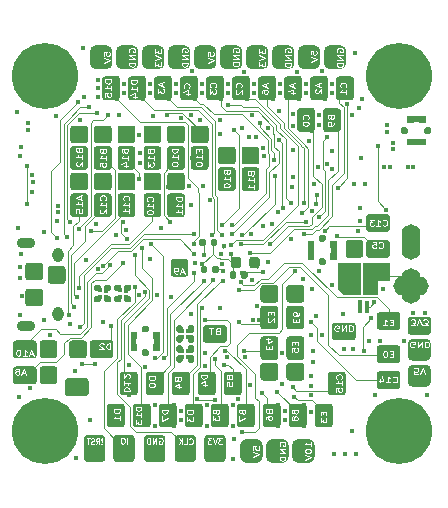
<source format=gbr>
G04 #@! TF.GenerationSoftware,KiCad,Pcbnew,(6.0.8)*
G04 #@! TF.CreationDate,2023-01-15T21:30:29+01:00*
G04 #@! TF.ProjectId,ultimateFC,756c7469-6d61-4746-9546-432e6b696361,rev?*
G04 #@! TF.SameCoordinates,Original*
G04 #@! TF.FileFunction,Copper,L6,Bot*
G04 #@! TF.FilePolarity,Positive*
%FSLAX46Y46*%
G04 Gerber Fmt 4.6, Leading zero omitted, Abs format (unit mm)*
G04 Created by KiCad (PCBNEW (6.0.8)) date 2023-01-15 21:30:29*
%MOMM*%
%LPD*%
G01*
G04 APERTURE LIST*
G04 #@! TA.AperFunction,ComponentPad*
%ADD10O,1.550000X0.890000*%
G04 #@! TD*
G04 #@! TA.AperFunction,ComponentPad*
%ADD11O,0.950000X1.250000*%
G04 #@! TD*
G04 #@! TA.AperFunction,ComponentPad*
%ADD12C,1.000000*%
G04 #@! TD*
G04 #@! TA.AperFunction,ComponentPad*
%ADD13C,5.600000*%
G04 #@! TD*
G04 #@! TA.AperFunction,ComponentPad*
%ADD14O,1.600000X3.000000*%
G04 #@! TD*
G04 #@! TA.AperFunction,ComponentPad*
%ADD15O,3.000000X1.600000*%
G04 #@! TD*
G04 #@! TA.AperFunction,SMDPad,CuDef*
%ADD16R,0.400000X1.000000*%
G04 #@! TD*
G04 #@! TA.AperFunction,ViaPad*
%ADD17C,0.400000*%
G04 #@! TD*
G04 #@! TA.AperFunction,Conductor*
%ADD18C,0.125000*%
G04 #@! TD*
%ADD19C,0.100000*%
G04 APERTURE END LIST*
%LPD*%
D10*
X98400000Y-114100000D03*
D11*
X101100000Y-120100000D03*
X101100000Y-115100000D03*
D10*
X98400000Y-121100000D03*
G04 #@! TA.AperFunction,ComponentPad*
G36*
G01*
X103300000Y-132380000D02*
X103300000Y-130620000D01*
G75*
G02*
X103570000Y-130350000I270000J0D01*
G01*
X104830000Y-130350000D01*
G75*
G02*
X105100000Y-130620000I0J-270000D01*
G01*
X105100000Y-132380000D01*
G75*
G02*
X104830000Y-132650000I-270000J0D01*
G01*
X103570000Y-132650000D01*
G75*
G02*
X103300000Y-132380000I0J270000D01*
G01*
G37*
G04 #@! TD.AperFunction*
D12*
X121970000Y-98820000D03*
G04 #@! TA.AperFunction,ComponentPad*
G36*
G01*
X121420000Y-98895000D02*
X121420000Y-97845000D01*
G75*
G02*
X121895000Y-97370000I475000J0D01*
G01*
X122845000Y-97370000D01*
G75*
G02*
X123320000Y-97845000I0J-475000D01*
G01*
X123320000Y-98895000D01*
G75*
G02*
X122845000Y-99370000I-475000J0D01*
G01*
X121895000Y-99370000D01*
G75*
G02*
X121420000Y-98895000I0J475000D01*
G01*
G37*
G04 #@! TD.AperFunction*
G04 #@! TA.AperFunction,ComponentPad*
G36*
G01*
X132225000Y-124090000D02*
X131175000Y-124090000D01*
G75*
G02*
X130700000Y-123615000I0J475000D01*
G01*
X130700000Y-122665000D01*
G75*
G02*
X131175000Y-122190000I475000J0D01*
G01*
X132225000Y-122190000D01*
G75*
G02*
X132700000Y-122665000I0J-475000D01*
G01*
X132700000Y-123615000D01*
G75*
G02*
X132225000Y-124090000I-475000J0D01*
G01*
G37*
G04 #@! TD.AperFunction*
X132150000Y-123540000D03*
X104370000Y-98820000D03*
G04 #@! TA.AperFunction,ComponentPad*
G36*
G01*
X103820000Y-98895000D02*
X103820000Y-97845000D01*
G75*
G02*
X104295000Y-97370000I475000J0D01*
G01*
X105245000Y-97370000D01*
G75*
G02*
X105720000Y-97845000I0J-475000D01*
G01*
X105720000Y-98895000D01*
G75*
G02*
X105245000Y-99370000I-475000J0D01*
G01*
X104295000Y-99370000D01*
G75*
G02*
X103820000Y-98895000I0J475000D01*
G01*
G37*
G04 #@! TD.AperFunction*
X117080000Y-132160000D03*
G04 #@! TA.AperFunction,ComponentPad*
G36*
G01*
X116530000Y-132235000D02*
X116530000Y-131185000D01*
G75*
G02*
X117005000Y-130710000I475000J0D01*
G01*
X117955000Y-130710000D01*
G75*
G02*
X118430000Y-131185000I0J-475000D01*
G01*
X118430000Y-132235000D01*
G75*
G02*
X117955000Y-132710000I-475000J0D01*
G01*
X117005000Y-132710000D01*
G75*
G02*
X116530000Y-132235000I0J475000D01*
G01*
G37*
G04 #@! TD.AperFunction*
X115370000Y-97920000D03*
G04 #@! TA.AperFunction,ComponentPad*
G36*
G01*
X116720000Y-97845000D02*
X116720000Y-98895000D01*
G75*
G02*
X116245000Y-99370000I-475000J0D01*
G01*
X115295000Y-99370000D01*
G75*
G02*
X114820000Y-98895000I0J475000D01*
G01*
X114820000Y-97845000D01*
G75*
G02*
X115295000Y-97370000I475000J0D01*
G01*
X116245000Y-97370000D01*
G75*
G02*
X116720000Y-97845000I0J-475000D01*
G01*
G37*
G04 #@! TD.AperFunction*
G04 #@! TA.AperFunction,ComponentPad*
G36*
G01*
X108400000Y-132380000D02*
X108400000Y-130620000D01*
G75*
G02*
X108670000Y-130350000I270000J0D01*
G01*
X109930000Y-130350000D01*
G75*
G02*
X110200000Y-130620000I0J-270000D01*
G01*
X110200000Y-132380000D01*
G75*
G02*
X109930000Y-132650000I-270000J0D01*
G01*
X108670000Y-132650000D01*
G75*
G02*
X108400000Y-132380000I0J270000D01*
G01*
G37*
G04 #@! TD.AperFunction*
G04 #@! TA.AperFunction,ComponentPad*
G36*
G01*
X108220000Y-98895000D02*
X108220000Y-97845000D01*
G75*
G02*
X108695000Y-97370000I475000J0D01*
G01*
X109645000Y-97370000D01*
G75*
G02*
X110120000Y-97845000I0J-475000D01*
G01*
X110120000Y-98895000D01*
G75*
G02*
X109645000Y-99370000I-475000J0D01*
G01*
X108695000Y-99370000D01*
G75*
G02*
X108220000Y-98895000I0J475000D01*
G01*
G37*
G04 #@! TD.AperFunction*
X108770000Y-98820000D03*
D13*
X100000000Y-130000000D03*
G04 #@! TA.AperFunction,ComponentPad*
G36*
G01*
X118730000Y-132235000D02*
X118730000Y-131185000D01*
G75*
G02*
X119205000Y-130710000I475000J0D01*
G01*
X120155000Y-130710000D01*
G75*
G02*
X120630000Y-131185000I0J-475000D01*
G01*
X120630000Y-132235000D01*
G75*
G02*
X120155000Y-132710000I-475000J0D01*
G01*
X119205000Y-132710000D01*
G75*
G02*
X118730000Y-132235000I0J475000D01*
G01*
G37*
G04 #@! TD.AperFunction*
D12*
X119280000Y-132160000D03*
D13*
X130000000Y-130000000D03*
D14*
X131000000Y-114000000D03*
D12*
X121480000Y-132160000D03*
G04 #@! TA.AperFunction,ComponentPad*
G36*
G01*
X120930000Y-132235000D02*
X120930000Y-131185000D01*
G75*
G02*
X121405000Y-130710000I475000J0D01*
G01*
X122355000Y-130710000D01*
G75*
G02*
X122830000Y-131185000I0J-475000D01*
G01*
X122830000Y-132235000D01*
G75*
G02*
X122355000Y-132710000I-475000J0D01*
G01*
X121405000Y-132710000D01*
G75*
G02*
X120930000Y-132235000I0J475000D01*
G01*
G37*
G04 #@! TD.AperFunction*
G04 #@! TA.AperFunction,ComponentPad*
G36*
G01*
X132225000Y-126290000D02*
X131175000Y-126290000D01*
G75*
G02*
X130700000Y-125815000I0J475000D01*
G01*
X130700000Y-124865000D01*
G75*
G02*
X131175000Y-124390000I475000J0D01*
G01*
X132225000Y-124390000D01*
G75*
G02*
X132700000Y-124865000I0J-475000D01*
G01*
X132700000Y-125815000D01*
G75*
G02*
X132225000Y-126290000I-475000J0D01*
G01*
G37*
G04 #@! TD.AperFunction*
X132150000Y-125740000D03*
X117570000Y-98820000D03*
G04 #@! TA.AperFunction,ComponentPad*
G36*
G01*
X117020000Y-98895000D02*
X117020000Y-97845000D01*
G75*
G02*
X117495000Y-97370000I475000J0D01*
G01*
X118445000Y-97370000D01*
G75*
G02*
X118920000Y-97845000I0J-475000D01*
G01*
X118920000Y-98895000D01*
G75*
G02*
X118445000Y-99370000I-475000J0D01*
G01*
X117495000Y-99370000D01*
G75*
G02*
X117020000Y-98895000I0J475000D01*
G01*
G37*
G04 #@! TD.AperFunction*
G04 #@! TA.AperFunction,ComponentPad*
G36*
G01*
X106020000Y-98895000D02*
X106020000Y-97845000D01*
G75*
G02*
X106495000Y-97370000I475000J0D01*
G01*
X107445000Y-97370000D01*
G75*
G02*
X107920000Y-97845000I0J-475000D01*
G01*
X107920000Y-98895000D01*
G75*
G02*
X107445000Y-99370000I-475000J0D01*
G01*
X106495000Y-99370000D01*
G75*
G02*
X106020000Y-98895000I0J475000D01*
G01*
G37*
G04 #@! TD.AperFunction*
X106570000Y-98820000D03*
G04 #@! TA.AperFunction,ComponentPad*
G36*
G01*
X112620000Y-98895000D02*
X112620000Y-97845000D01*
G75*
G02*
X113095000Y-97370000I475000J0D01*
G01*
X114045000Y-97370000D01*
G75*
G02*
X114520000Y-97845000I0J-475000D01*
G01*
X114520000Y-98895000D01*
G75*
G02*
X114045000Y-99370000I-475000J0D01*
G01*
X113095000Y-99370000D01*
G75*
G02*
X112620000Y-98895000I0J475000D01*
G01*
G37*
G04 #@! TD.AperFunction*
X113170000Y-98820000D03*
G04 #@! TA.AperFunction,ComponentPad*
G36*
G01*
X113500000Y-132380000D02*
X113500000Y-130620000D01*
G75*
G02*
X113770000Y-130350000I270000J0D01*
G01*
X115030000Y-130350000D01*
G75*
G02*
X115300000Y-130620000I0J-270000D01*
G01*
X115300000Y-132380000D01*
G75*
G02*
X115030000Y-132650000I-270000J0D01*
G01*
X113770000Y-132650000D01*
G75*
G02*
X113500000Y-132380000I0J270000D01*
G01*
G37*
G04 #@! TD.AperFunction*
D13*
X100000000Y-100000000D03*
X130000000Y-100000000D03*
G04 #@! TA.AperFunction,ComponentPad*
G36*
G01*
X111000000Y-132380000D02*
X111000000Y-130620000D01*
G75*
G02*
X111270000Y-130350000I270000J0D01*
G01*
X112530000Y-130350000D01*
G75*
G02*
X112800000Y-130620000I0J-270000D01*
G01*
X112800000Y-132380000D01*
G75*
G02*
X112530000Y-132650000I-270000J0D01*
G01*
X111270000Y-132650000D01*
G75*
G02*
X111000000Y-132380000I0J270000D01*
G01*
G37*
G04 #@! TD.AperFunction*
G04 #@! TA.AperFunction,ComponentPad*
G36*
G01*
X119220000Y-98895000D02*
X119220000Y-97845000D01*
G75*
G02*
X119695000Y-97370000I475000J0D01*
G01*
X120645000Y-97370000D01*
G75*
G02*
X121120000Y-97845000I0J-475000D01*
G01*
X121120000Y-98895000D01*
G75*
G02*
X120645000Y-99370000I-475000J0D01*
G01*
X119695000Y-99370000D01*
G75*
G02*
X119220000Y-98895000I0J475000D01*
G01*
G37*
G04 #@! TD.AperFunction*
D12*
X119770000Y-98820000D03*
G04 #@! TA.AperFunction,ComponentPad*
G36*
G01*
X105800000Y-132380000D02*
X105800000Y-130620000D01*
G75*
G02*
X106070000Y-130350000I270000J0D01*
G01*
X107330000Y-130350000D01*
G75*
G02*
X107600000Y-130620000I0J-270000D01*
G01*
X107600000Y-132380000D01*
G75*
G02*
X107330000Y-132650000I-270000J0D01*
G01*
X106070000Y-132650000D01*
G75*
G02*
X105800000Y-132380000I0J270000D01*
G01*
G37*
G04 #@! TD.AperFunction*
G04 #@! TA.AperFunction,ComponentPad*
G36*
G01*
X123620000Y-98895000D02*
X123620000Y-97845000D01*
G75*
G02*
X124095000Y-97370000I475000J0D01*
G01*
X125045000Y-97370000D01*
G75*
G02*
X125520000Y-97845000I0J-475000D01*
G01*
X125520000Y-98895000D01*
G75*
G02*
X125045000Y-99370000I-475000J0D01*
G01*
X124095000Y-99370000D01*
G75*
G02*
X123620000Y-98895000I0J475000D01*
G01*
G37*
G04 #@! TD.AperFunction*
X124170000Y-98820000D03*
D15*
X131000000Y-117750000D03*
D14*
X131000000Y-117750000D03*
G04 #@! TA.AperFunction,ComponentPad*
G36*
G01*
X110420000Y-98895000D02*
X110420000Y-97845000D01*
G75*
G02*
X110895000Y-97370000I475000J0D01*
G01*
X111845000Y-97370000D01*
G75*
G02*
X112320000Y-97845000I0J-475000D01*
G01*
X112320000Y-98895000D01*
G75*
G02*
X111845000Y-99370000I-475000J0D01*
G01*
X110895000Y-99370000D01*
G75*
G02*
X110420000Y-98895000I0J475000D01*
G01*
G37*
G04 #@! TD.AperFunction*
D12*
X110970000Y-98820000D03*
G04 #@! TA.AperFunction,SMDPad,CuDef*
G36*
G01*
X122850000Y-102925000D02*
X122850000Y-104475000D01*
G75*
G02*
X122625000Y-104700000I-225000J0D01*
G01*
X121575000Y-104700000D01*
G75*
G02*
X121350000Y-104475000I0J225000D01*
G01*
X121350000Y-102925000D01*
G75*
G02*
X121575000Y-102700000I225000J0D01*
G01*
X122625000Y-102700000D01*
G75*
G02*
X122850000Y-102925000I0J-225000D01*
G01*
G37*
G04 #@! TD.AperFunction*
G04 #@! TA.AperFunction,SMDPad,CuDef*
G36*
G01*
X116650000Y-125225000D02*
X116650000Y-126775000D01*
G75*
G02*
X116425000Y-127000000I-225000J0D01*
G01*
X115375000Y-127000000D01*
G75*
G02*
X115150000Y-126775000I0J225000D01*
G01*
X115150000Y-125225000D01*
G75*
G02*
X115375000Y-125000000I225000J0D01*
G01*
X116425000Y-125000000D01*
G75*
G02*
X116650000Y-125225000I0J-225000D01*
G01*
G37*
G04 #@! TD.AperFunction*
G04 #@! TA.AperFunction,SMDPad,CuDef*
G36*
G01*
X121950000Y-122225000D02*
X121950000Y-123775000D01*
G75*
G02*
X121725000Y-124000000I-225000J0D01*
G01*
X120675000Y-124000000D01*
G75*
G02*
X120450000Y-123775000I0J225000D01*
G01*
X120450000Y-122225000D01*
G75*
G02*
X120675000Y-122000000I225000J0D01*
G01*
X121725000Y-122000000D01*
G75*
G02*
X121950000Y-122225000I0J-225000D01*
G01*
G37*
G04 #@! TD.AperFunction*
G04 #@! TA.AperFunction,SMDPad,CuDef*
G36*
G01*
X126725000Y-115350000D02*
X125675000Y-115350000D01*
G75*
G02*
X125450000Y-115125000I0J225000D01*
G01*
X125450000Y-114075000D01*
G75*
G02*
X125675000Y-113850000I225000J0D01*
G01*
X126725000Y-113850000D01*
G75*
G02*
X126950000Y-114075000I0J-225000D01*
G01*
X126950000Y-115125000D01*
G75*
G02*
X126725000Y-115350000I-225000J0D01*
G01*
G37*
G04 #@! TD.AperFunction*
G04 #@! TA.AperFunction,SMDPad,CuDef*
G36*
G01*
X112635000Y-122905000D02*
X112635000Y-123245000D01*
G75*
G02*
X112495000Y-123385000I-140000J0D01*
G01*
X112215000Y-123385000D01*
G75*
G02*
X112075000Y-123245000I0J140000D01*
G01*
X112075000Y-122905000D01*
G75*
G02*
X112215000Y-122765000I140000J0D01*
G01*
X112495000Y-122765000D01*
G75*
G02*
X112635000Y-122905000I0J-140000D01*
G01*
G37*
G04 #@! TD.AperFunction*
G04 #@! TA.AperFunction,SMDPad,CuDef*
G36*
G01*
X111675000Y-122905000D02*
X111675000Y-123245000D01*
G75*
G02*
X111535000Y-123385000I-140000J0D01*
G01*
X111255000Y-123385000D01*
G75*
G02*
X111115000Y-123245000I0J140000D01*
G01*
X111115000Y-122905000D01*
G75*
G02*
X111255000Y-122765000I140000J0D01*
G01*
X111535000Y-122765000D01*
G75*
G02*
X111675000Y-122905000I0J-140000D01*
G01*
G37*
G04 #@! TD.AperFunction*
G04 #@! TA.AperFunction,SMDPad,CuDef*
G36*
G01*
X115650000Y-116990000D02*
X115650000Y-116650000D01*
G75*
G02*
X115790000Y-116510000I140000J0D01*
G01*
X116070000Y-116510000D01*
G75*
G02*
X116210000Y-116650000I0J-140000D01*
G01*
X116210000Y-116990000D01*
G75*
G02*
X116070000Y-117130000I-140000J0D01*
G01*
X115790000Y-117130000D01*
G75*
G02*
X115650000Y-116990000I0J140000D01*
G01*
G37*
G04 #@! TD.AperFunction*
G04 #@! TA.AperFunction,SMDPad,CuDef*
G36*
G01*
X116610000Y-116990000D02*
X116610000Y-116650000D01*
G75*
G02*
X116750000Y-116510000I140000J0D01*
G01*
X117030000Y-116510000D01*
G75*
G02*
X117170000Y-116650000I0J-140000D01*
G01*
X117170000Y-116990000D01*
G75*
G02*
X117030000Y-117130000I-140000J0D01*
G01*
X116750000Y-117130000D01*
G75*
G02*
X116610000Y-116990000I0J140000D01*
G01*
G37*
G04 #@! TD.AperFunction*
G04 #@! TA.AperFunction,SMDPad,CuDef*
G36*
G01*
X114450000Y-125225000D02*
X114450000Y-126775000D01*
G75*
G02*
X114225000Y-127000000I-225000J0D01*
G01*
X113175000Y-127000000D01*
G75*
G02*
X112950000Y-126775000I0J225000D01*
G01*
X112950000Y-125225000D01*
G75*
G02*
X113175000Y-125000000I225000J0D01*
G01*
X114225000Y-125000000D01*
G75*
G02*
X114450000Y-125225000I0J-225000D01*
G01*
G37*
G04 #@! TD.AperFunction*
G04 #@! TA.AperFunction,SMDPad,CuDef*
G36*
G01*
X119550000Y-100225000D02*
X119550000Y-101775000D01*
G75*
G02*
X119325000Y-102000000I-225000J0D01*
G01*
X118275000Y-102000000D01*
G75*
G02*
X118050000Y-101775000I0J225000D01*
G01*
X118050000Y-100225000D01*
G75*
G02*
X118275000Y-100000000I225000J0D01*
G01*
X119325000Y-100000000D01*
G75*
G02*
X119550000Y-100225000I0J-225000D01*
G01*
G37*
G04 #@! TD.AperFunction*
G04 #@! TA.AperFunction,SMDPad,CuDef*
G36*
G01*
X116650000Y-107225000D02*
X116650000Y-106175000D01*
G75*
G02*
X116875000Y-105950000I225000J0D01*
G01*
X117925000Y-105950000D01*
G75*
G02*
X118150000Y-106175000I0J-225000D01*
G01*
X118150000Y-107225000D01*
G75*
G02*
X117925000Y-107450000I-225000J0D01*
G01*
X116875000Y-107450000D01*
G75*
G02*
X116650000Y-107225000I0J225000D01*
G01*
G37*
G04 #@! TD.AperFunction*
G04 #@! TA.AperFunction,SMDPad,CuDef*
G36*
G01*
X99850000Y-115975000D02*
X99850000Y-117025000D01*
G75*
G02*
X99625000Y-117250000I-225000J0D01*
G01*
X98575000Y-117250000D01*
G75*
G02*
X98350000Y-117025000I0J225000D01*
G01*
X98350000Y-115975000D01*
G75*
G02*
X98575000Y-115750000I225000J0D01*
G01*
X99625000Y-115750000D01*
G75*
G02*
X99850000Y-115975000I0J-225000D01*
G01*
G37*
G04 #@! TD.AperFunction*
G04 #@! TA.AperFunction,SMDPad,CuDef*
G36*
G01*
X112635000Y-121205000D02*
X112635000Y-121545000D01*
G75*
G02*
X112495000Y-121685000I-140000J0D01*
G01*
X112215000Y-121685000D01*
G75*
G02*
X112075000Y-121545000I0J140000D01*
G01*
X112075000Y-121205000D01*
G75*
G02*
X112215000Y-121065000I140000J0D01*
G01*
X112495000Y-121065000D01*
G75*
G02*
X112635000Y-121205000I0J-140000D01*
G01*
G37*
G04 #@! TD.AperFunction*
G04 #@! TA.AperFunction,SMDPad,CuDef*
G36*
G01*
X111675000Y-121205000D02*
X111675000Y-121545000D01*
G75*
G02*
X111535000Y-121685000I-140000J0D01*
G01*
X111255000Y-121685000D01*
G75*
G02*
X111115000Y-121545000I0J140000D01*
G01*
X111115000Y-121205000D01*
G75*
G02*
X111255000Y-121065000I140000J0D01*
G01*
X111535000Y-121065000D01*
G75*
G02*
X111675000Y-121205000I0J-140000D01*
G01*
G37*
G04 #@! TD.AperFunction*
G04 #@! TA.AperFunction,SMDPad,CuDef*
G36*
G01*
X105650000Y-110125000D02*
X105650000Y-111675000D01*
G75*
G02*
X105425000Y-111900000I-225000J0D01*
G01*
X104375000Y-111900000D01*
G75*
G02*
X104150000Y-111675000I0J225000D01*
G01*
X104150000Y-110125000D01*
G75*
G02*
X104375000Y-109900000I225000J0D01*
G01*
X105425000Y-109900000D01*
G75*
G02*
X105650000Y-110125000I0J-225000D01*
G01*
G37*
G04 #@! TD.AperFunction*
G04 #@! TA.AperFunction,SMDPad,CuDef*
G36*
G01*
X127425000Y-111650000D02*
X128975000Y-111650000D01*
G75*
G02*
X129200000Y-111875000I0J-225000D01*
G01*
X129200000Y-112925000D01*
G75*
G02*
X128975000Y-113150000I-225000J0D01*
G01*
X127425000Y-113150000D01*
G75*
G02*
X127200000Y-112925000I0J225000D01*
G01*
X127200000Y-111875000D01*
G75*
G02*
X127425000Y-111650000I225000J0D01*
G01*
G37*
G04 #@! TD.AperFunction*
G04 #@! TA.AperFunction,SMDPad,CuDef*
G36*
G01*
X105650000Y-104375000D02*
X105650000Y-105425000D01*
G75*
G02*
X105425000Y-105650000I-225000J0D01*
G01*
X104375000Y-105650000D01*
G75*
G02*
X104150000Y-105425000I0J225000D01*
G01*
X104150000Y-104375000D01*
G75*
G02*
X104375000Y-104150000I225000J0D01*
G01*
X105425000Y-104150000D01*
G75*
G02*
X105650000Y-104375000I0J-225000D01*
G01*
G37*
G04 #@! TD.AperFunction*
G04 #@! TA.AperFunction,SMDPad,CuDef*
G36*
G01*
X101050000Y-122575000D02*
X101050000Y-123625000D01*
G75*
G02*
X100825000Y-123850000I-225000J0D01*
G01*
X99775000Y-123850000D01*
G75*
G02*
X99550000Y-123625000I0J225000D01*
G01*
X99550000Y-122575000D01*
G75*
G02*
X99775000Y-122350000I225000J0D01*
G01*
X100825000Y-122350000D01*
G75*
G02*
X101050000Y-122575000I0J-225000D01*
G01*
G37*
G04 #@! TD.AperFunction*
D16*
X126700000Y-119500000D03*
X127300000Y-119500000D03*
G04 #@! TA.AperFunction,SMDPad,CuDef*
G36*
G01*
X105980000Y-117615000D02*
X106320000Y-117615000D01*
G75*
G02*
X106460000Y-117755000I0J-140000D01*
G01*
X106460000Y-118035000D01*
G75*
G02*
X106320000Y-118175000I-140000J0D01*
G01*
X105980000Y-118175000D01*
G75*
G02*
X105840000Y-118035000I0J140000D01*
G01*
X105840000Y-117755000D01*
G75*
G02*
X105980000Y-117615000I140000J0D01*
G01*
G37*
G04 #@! TD.AperFunction*
G04 #@! TA.AperFunction,SMDPad,CuDef*
G36*
G01*
X105980000Y-118575000D02*
X106320000Y-118575000D01*
G75*
G02*
X106460000Y-118715000I0J-140000D01*
G01*
X106460000Y-118995000D01*
G75*
G02*
X106320000Y-119135000I-140000J0D01*
G01*
X105980000Y-119135000D01*
G75*
G02*
X105840000Y-118995000I0J140000D01*
G01*
X105840000Y-118715000D01*
G75*
G02*
X105980000Y-118575000I140000J0D01*
G01*
G37*
G04 #@! TD.AperFunction*
G04 #@! TA.AperFunction,SMDPad,CuDef*
G36*
G01*
X128325000Y-119950000D02*
X129875000Y-119950000D01*
G75*
G02*
X130100000Y-120175000I0J-225000D01*
G01*
X130100000Y-121225000D01*
G75*
G02*
X129875000Y-121450000I-225000J0D01*
G01*
X128325000Y-121450000D01*
G75*
G02*
X128100000Y-121225000I0J225000D01*
G01*
X128100000Y-120175000D01*
G75*
G02*
X128325000Y-119950000I225000J0D01*
G01*
G37*
G04 #@! TD.AperFunction*
G04 #@! TA.AperFunction,SMDPad,CuDef*
G36*
G01*
X122150000Y-127925000D02*
X122150000Y-129475000D01*
G75*
G02*
X121925000Y-129700000I-225000J0D01*
G01*
X120875000Y-129700000D01*
G75*
G02*
X120650000Y-129475000I0J225000D01*
G01*
X120650000Y-127925000D01*
G75*
G02*
X120875000Y-127700000I225000J0D01*
G01*
X121925000Y-127700000D01*
G75*
G02*
X122150000Y-127925000I0J-225000D01*
G01*
G37*
G04 #@! TD.AperFunction*
G04 #@! TA.AperFunction,SMDPad,CuDef*
G36*
G01*
X105250000Y-129475000D02*
X105250000Y-127925000D01*
G75*
G02*
X105475000Y-127700000I225000J0D01*
G01*
X106525000Y-127700000D01*
G75*
G02*
X106750000Y-127925000I0J-225000D01*
G01*
X106750000Y-129475000D01*
G75*
G02*
X106525000Y-129700000I-225000J0D01*
G01*
X105475000Y-129700000D01*
G75*
G02*
X105250000Y-129475000I0J225000D01*
G01*
G37*
G04 #@! TD.AperFunction*
G04 #@! TA.AperFunction,SMDPad,CuDef*
G36*
G01*
X123950000Y-100225000D02*
X123950000Y-101775000D01*
G75*
G02*
X123725000Y-102000000I-225000J0D01*
G01*
X122675000Y-102000000D01*
G75*
G02*
X122450000Y-101775000I0J225000D01*
G01*
X122450000Y-100225000D01*
G75*
G02*
X122675000Y-100000000I225000J0D01*
G01*
X123725000Y-100000000D01*
G75*
G02*
X123950000Y-100225000I0J-225000D01*
G01*
G37*
G04 #@! TD.AperFunction*
G04 #@! TA.AperFunction,SMDPad,CuDef*
G36*
G01*
X112635000Y-122055000D02*
X112635000Y-122395000D01*
G75*
G02*
X112495000Y-122535000I-140000J0D01*
G01*
X112215000Y-122535000D01*
G75*
G02*
X112075000Y-122395000I0J140000D01*
G01*
X112075000Y-122055000D01*
G75*
G02*
X112215000Y-121915000I140000J0D01*
G01*
X112495000Y-121915000D01*
G75*
G02*
X112635000Y-122055000I0J-140000D01*
G01*
G37*
G04 #@! TD.AperFunction*
G04 #@! TA.AperFunction,SMDPad,CuDef*
G36*
G01*
X111675000Y-122055000D02*
X111675000Y-122395000D01*
G75*
G02*
X111535000Y-122535000I-140000J0D01*
G01*
X111255000Y-122535000D01*
G75*
G02*
X111115000Y-122395000I0J140000D01*
G01*
X111115000Y-122055000D01*
G75*
G02*
X111255000Y-121915000I140000J0D01*
G01*
X111535000Y-121915000D01*
G75*
G02*
X111675000Y-122055000I0J-140000D01*
G01*
G37*
G04 #@! TD.AperFunction*
G04 #@! TA.AperFunction,SMDPad,CuDef*
G36*
G01*
X107650000Y-110125000D02*
X107650000Y-111675000D01*
G75*
G02*
X107425000Y-111900000I-225000J0D01*
G01*
X106375000Y-111900000D01*
G75*
G02*
X106150000Y-111675000I0J225000D01*
G01*
X106150000Y-110125000D01*
G75*
G02*
X106375000Y-109900000I225000J0D01*
G01*
X107425000Y-109900000D01*
G75*
G02*
X107650000Y-110125000I0J-225000D01*
G01*
G37*
G04 #@! TD.AperFunction*
G04 #@! TA.AperFunction,SMDPad,CuDef*
G36*
G01*
X129875000Y-126450000D02*
X128325000Y-126450000D01*
G75*
G02*
X128100000Y-126225000I0J225000D01*
G01*
X128100000Y-125175000D01*
G75*
G02*
X128325000Y-124950000I225000J0D01*
G01*
X129875000Y-124950000D01*
G75*
G02*
X130100000Y-125175000I0J-225000D01*
G01*
X130100000Y-126225000D01*
G75*
G02*
X129875000Y-126450000I-225000J0D01*
G01*
G37*
G04 #@! TD.AperFunction*
G04 #@! TA.AperFunction,SMDPad,CuDef*
G36*
G01*
X132267500Y-104280000D02*
X132542500Y-104280000D01*
G75*
G02*
X132680000Y-104417500I0J-137500D01*
G01*
X132680000Y-104742500D01*
G75*
G02*
X132542500Y-104880000I-137500J0D01*
G01*
X132267500Y-104880000D01*
G75*
G02*
X132130000Y-104742500I0J137500D01*
G01*
X132130000Y-104417500D01*
G75*
G02*
X132267500Y-104280000I137500J0D01*
G01*
G37*
G04 #@! TD.AperFunction*
G04 #@! TA.AperFunction,SMDPad,CuDef*
G36*
X130630000Y-105830000D02*
G01*
X130630000Y-105255000D01*
X131155000Y-105255000D01*
X131230000Y-105330000D01*
X131630000Y-105330000D01*
X131705000Y-105255000D01*
X132230000Y-105255000D01*
X132230000Y-105830000D01*
X130630000Y-105830000D01*
G37*
G04 #@! TD.AperFunction*
G04 #@! TA.AperFunction,SMDPad,CuDef*
G36*
G01*
X130292500Y-104280000D02*
X130567500Y-104280000D01*
G75*
G02*
X130705000Y-104417500I0J-137500D01*
G01*
X130705000Y-104742500D01*
G75*
G02*
X130567500Y-104880000I-137500J0D01*
G01*
X130292500Y-104880000D01*
G75*
G02*
X130155000Y-104742500I0J137500D01*
G01*
X130155000Y-104417500D01*
G75*
G02*
X130292500Y-104280000I137500J0D01*
G01*
G37*
G04 #@! TD.AperFunction*
G04 #@! TA.AperFunction,SMDPad,CuDef*
G36*
X131705000Y-103905000D02*
G01*
X131630000Y-103830000D01*
X131230000Y-103830000D01*
X131155000Y-103905000D01*
X130630000Y-103905000D01*
X130630000Y-103330000D01*
X132230000Y-103330000D01*
X132230000Y-103905000D01*
X131705000Y-103905000D01*
G37*
G04 #@! TD.AperFunction*
G04 #@! TA.AperFunction,SMDPad,CuDef*
G36*
G01*
X117750000Y-127925000D02*
X117750000Y-129475000D01*
G75*
G02*
X117525000Y-129700000I-225000J0D01*
G01*
X116475000Y-129700000D01*
G75*
G02*
X116250000Y-129475000I0J225000D01*
G01*
X116250000Y-127925000D01*
G75*
G02*
X116475000Y-127700000I225000J0D01*
G01*
X117525000Y-127700000D01*
G75*
G02*
X117750000Y-127925000I0J-225000D01*
G01*
G37*
G04 #@! TD.AperFunction*
G04 #@! TA.AperFunction,SMDPad,CuDef*
G36*
G01*
X113850000Y-106125000D02*
X113850000Y-107675000D01*
G75*
G02*
X113625000Y-107900000I-225000J0D01*
G01*
X112575000Y-107900000D01*
G75*
G02*
X112350000Y-107675000I0J225000D01*
G01*
X112350000Y-106125000D01*
G75*
G02*
X112575000Y-105900000I225000J0D01*
G01*
X113625000Y-105900000D01*
G75*
G02*
X113850000Y-106125000I0J-225000D01*
G01*
G37*
G04 #@! TD.AperFunction*
G04 #@! TA.AperFunction,SMDPad,CuDef*
G36*
G01*
X109850000Y-106125000D02*
X109850000Y-107675000D01*
G75*
G02*
X109625000Y-107900000I-225000J0D01*
G01*
X108575000Y-107900000D01*
G75*
G02*
X108350000Y-107675000I0J225000D01*
G01*
X108350000Y-106125000D01*
G75*
G02*
X108575000Y-105900000I225000J0D01*
G01*
X109625000Y-105900000D01*
G75*
G02*
X109850000Y-106125000I0J-225000D01*
G01*
G37*
G04 #@! TD.AperFunction*
G04 #@! TA.AperFunction,SMDPad,CuDef*
G36*
G01*
X107170000Y-119135000D02*
X106830000Y-119135000D01*
G75*
G02*
X106690000Y-118995000I0J140000D01*
G01*
X106690000Y-118715000D01*
G75*
G02*
X106830000Y-118575000I140000J0D01*
G01*
X107170000Y-118575000D01*
G75*
G02*
X107310000Y-118715000I0J-140000D01*
G01*
X107310000Y-118995000D01*
G75*
G02*
X107170000Y-119135000I-140000J0D01*
G01*
G37*
G04 #@! TD.AperFunction*
G04 #@! TA.AperFunction,SMDPad,CuDef*
G36*
G01*
X107170000Y-118175000D02*
X106830000Y-118175000D01*
G75*
G02*
X106690000Y-118035000I0J140000D01*
G01*
X106690000Y-117755000D01*
G75*
G02*
X106830000Y-117615000I140000J0D01*
G01*
X107170000Y-117615000D01*
G75*
G02*
X107310000Y-117755000I0J-140000D01*
G01*
X107310000Y-118035000D01*
G75*
G02*
X107170000Y-118175000I-140000J0D01*
G01*
G37*
G04 #@! TD.AperFunction*
G04 #@! TA.AperFunction,SMDPad,CuDef*
G36*
G01*
X119750000Y-122225000D02*
X119750000Y-123775000D01*
G75*
G02*
X119525000Y-124000000I-225000J0D01*
G01*
X118475000Y-124000000D01*
G75*
G02*
X118250000Y-123775000I0J225000D01*
G01*
X118250000Y-122225000D01*
G75*
G02*
X118475000Y-122000000I225000J0D01*
G01*
X119525000Y-122000000D01*
G75*
G02*
X119750000Y-122225000I0J-225000D01*
G01*
G37*
G04 #@! TD.AperFunction*
G04 #@! TA.AperFunction,SMDPad,CuDef*
G36*
G01*
X103650000Y-108375000D02*
X103650000Y-109425000D01*
G75*
G02*
X103425000Y-109650000I-225000J0D01*
G01*
X102375000Y-109650000D01*
G75*
G02*
X102150000Y-109425000I0J225000D01*
G01*
X102150000Y-108375000D01*
G75*
G02*
X102375000Y-108150000I225000J0D01*
G01*
X103425000Y-108150000D01*
G75*
G02*
X103650000Y-108375000I0J-225000D01*
G01*
G37*
G04 #@! TD.AperFunction*
G04 #@! TA.AperFunction,SMDPad,CuDef*
G36*
G01*
X107650000Y-106125000D02*
X107650000Y-107675000D01*
G75*
G02*
X107425000Y-107900000I-225000J0D01*
G01*
X106375000Y-107900000D01*
G75*
G02*
X106150000Y-107675000I0J225000D01*
G01*
X106150000Y-106125000D01*
G75*
G02*
X106375000Y-105900000I225000J0D01*
G01*
X107425000Y-105900000D01*
G75*
G02*
X107650000Y-106125000I0J-225000D01*
G01*
G37*
G04 #@! TD.AperFunction*
G04 #@! TA.AperFunction,SMDPad,CuDef*
G36*
G01*
X99850000Y-118175000D02*
X99850000Y-119225000D01*
G75*
G02*
X99625000Y-119450000I-225000J0D01*
G01*
X98575000Y-119450000D01*
G75*
G02*
X98350000Y-119225000I0J225000D01*
G01*
X98350000Y-118175000D01*
G75*
G02*
X98575000Y-117950000I225000J0D01*
G01*
X99625000Y-117950000D01*
G75*
G02*
X99850000Y-118175000I0J-225000D01*
G01*
G37*
G04 #@! TD.AperFunction*
G04 #@! TA.AperFunction,SMDPad,CuDef*
G36*
G01*
X111850000Y-104375000D02*
X111850000Y-105425000D01*
G75*
G02*
X111625000Y-105650000I-225000J0D01*
G01*
X110575000Y-105650000D01*
G75*
G02*
X110350000Y-105425000I0J225000D01*
G01*
X110350000Y-104375000D01*
G75*
G02*
X110575000Y-104150000I225000J0D01*
G01*
X111625000Y-104150000D01*
G75*
G02*
X111850000Y-104375000I0J-225000D01*
G01*
G37*
G04 #@! TD.AperFunction*
G04 #@! TA.AperFunction,SMDPad,CuDef*
G36*
G01*
X124525000Y-120850000D02*
X126075000Y-120850000D01*
G75*
G02*
X126300000Y-121075000I0J-225000D01*
G01*
X126300000Y-122125000D01*
G75*
G02*
X126075000Y-122350000I-225000J0D01*
G01*
X124525000Y-122350000D01*
G75*
G02*
X124300000Y-122125000I0J225000D01*
G01*
X124300000Y-121075000D01*
G75*
G02*
X124525000Y-120850000I225000J0D01*
G01*
G37*
G04 #@! TD.AperFunction*
G04 #@! TA.AperFunction,SMDPad,CuDef*
G36*
G01*
X101925000Y-125550000D02*
X103475000Y-125550000D01*
G75*
G02*
X103700000Y-125775000I0J-225000D01*
G01*
X103700000Y-126825000D01*
G75*
G02*
X103475000Y-127050000I-225000J0D01*
G01*
X101925000Y-127050000D01*
G75*
G02*
X101700000Y-126825000I0J225000D01*
G01*
X101700000Y-125775000D01*
G75*
G02*
X101925000Y-125550000I225000J0D01*
G01*
G37*
G04 #@! TD.AperFunction*
G04 #@! TA.AperFunction,SMDPad,CuDef*
G36*
G01*
X113625000Y-121050000D02*
X115175000Y-121050000D01*
G75*
G02*
X115400000Y-121275000I0J-225000D01*
G01*
X115400000Y-122325000D01*
G75*
G02*
X115175000Y-122550000I-225000J0D01*
G01*
X113625000Y-122550000D01*
G75*
G02*
X113400000Y-122325000I0J225000D01*
G01*
X113400000Y-121275000D01*
G75*
G02*
X113625000Y-121050000I225000J0D01*
G01*
G37*
G04 #@! TD.AperFunction*
G04 #@! TA.AperFunction,SMDPad,CuDef*
G36*
G01*
X108950000Y-127925000D02*
X108950000Y-129475000D01*
G75*
G02*
X108725000Y-129700000I-225000J0D01*
G01*
X107675000Y-129700000D01*
G75*
G02*
X107450000Y-129475000I0J225000D01*
G01*
X107450000Y-127925000D01*
G75*
G02*
X107675000Y-127700000I225000J0D01*
G01*
X108725000Y-127700000D01*
G75*
G02*
X108950000Y-127925000I0J-225000D01*
G01*
G37*
G04 #@! TD.AperFunction*
G04 #@! TA.AperFunction,SMDPad,CuDef*
G36*
G01*
X121950000Y-117875000D02*
X121950000Y-118925000D01*
G75*
G02*
X121725000Y-119150000I-225000J0D01*
G01*
X120675000Y-119150000D01*
G75*
G02*
X120450000Y-118925000I0J225000D01*
G01*
X120450000Y-117875000D01*
G75*
G02*
X120675000Y-117650000I225000J0D01*
G01*
X121725000Y-117650000D01*
G75*
G02*
X121950000Y-117875000I0J-225000D01*
G01*
G37*
G04 #@! TD.AperFunction*
G04 #@! TA.AperFunction,SMDPad,CuDef*
G36*
G01*
X112250000Y-125225000D02*
X112250000Y-126775000D01*
G75*
G02*
X112025000Y-127000000I-225000J0D01*
G01*
X110975000Y-127000000D01*
G75*
G02*
X110750000Y-126775000I0J225000D01*
G01*
X110750000Y-125225000D01*
G75*
G02*
X110975000Y-125000000I225000J0D01*
G01*
X112025000Y-125000000D01*
G75*
G02*
X112250000Y-125225000I0J-225000D01*
G01*
G37*
G04 #@! TD.AperFunction*
G04 #@! TA.AperFunction,SMDPad,CuDef*
G36*
G01*
X114650000Y-107225000D02*
X114650000Y-106175000D01*
G75*
G02*
X114875000Y-105950000I225000J0D01*
G01*
X115925000Y-105950000D01*
G75*
G02*
X116150000Y-106175000I0J-225000D01*
G01*
X116150000Y-107225000D01*
G75*
G02*
X115925000Y-107450000I-225000J0D01*
G01*
X114875000Y-107450000D01*
G75*
G02*
X114650000Y-107225000I0J225000D01*
G01*
G37*
G04 #@! TD.AperFunction*
G04 #@! TA.AperFunction,SMDPad,CuDef*
G36*
G01*
X101750000Y-116275000D02*
X101750000Y-117325000D01*
G75*
G02*
X101525000Y-117550000I-225000J0D01*
G01*
X100475000Y-117550000D01*
G75*
G02*
X100250000Y-117325000I0J225000D01*
G01*
X100250000Y-116275000D01*
G75*
G02*
X100475000Y-116050000I225000J0D01*
G01*
X101525000Y-116050000D01*
G75*
G02*
X101750000Y-116275000I0J-225000D01*
G01*
G37*
G04 #@! TD.AperFunction*
G04 #@! TA.AperFunction,SMDPad,CuDef*
G36*
G01*
X119950000Y-127925000D02*
X119950000Y-129475000D01*
G75*
G02*
X119725000Y-129700000I-225000J0D01*
G01*
X118675000Y-129700000D01*
G75*
G02*
X118450000Y-129475000I0J225000D01*
G01*
X118450000Y-127925000D01*
G75*
G02*
X118675000Y-127700000I225000J0D01*
G01*
X119725000Y-127700000D01*
G75*
G02*
X119950000Y-127925000I0J-225000D01*
G01*
G37*
G04 #@! TD.AperFunction*
G04 #@! TA.AperFunction,SMDPad,CuDef*
G36*
G01*
X132475000Y-121850000D02*
X130925000Y-121850000D01*
G75*
G02*
X130700000Y-121625000I0J225000D01*
G01*
X130700000Y-120575000D01*
G75*
G02*
X130925000Y-120350000I225000J0D01*
G01*
X132475000Y-120350000D01*
G75*
G02*
X132700000Y-120575000I0J-225000D01*
G01*
X132700000Y-121625000D01*
G75*
G02*
X132475000Y-121850000I-225000J0D01*
G01*
G37*
G04 #@! TD.AperFunction*
G04 #@! TA.AperFunction,SMDPad,CuDef*
G36*
G01*
X112150000Y-115675000D02*
X112150000Y-116725000D01*
G75*
G02*
X111925000Y-116950000I-225000J0D01*
G01*
X110875000Y-116950000D01*
G75*
G02*
X110650000Y-116725000I0J225000D01*
G01*
X110650000Y-115675000D01*
G75*
G02*
X110875000Y-115450000I225000J0D01*
G01*
X111925000Y-115450000D01*
G75*
G02*
X112150000Y-115675000I0J-225000D01*
G01*
G37*
G04 #@! TD.AperFunction*
G04 #@! TA.AperFunction,SMDPad,CuDef*
G36*
G01*
X113350000Y-127925000D02*
X113350000Y-129475000D01*
G75*
G02*
X113125000Y-129700000I-225000J0D01*
G01*
X112075000Y-129700000D01*
G75*
G02*
X111850000Y-129475000I0J225000D01*
G01*
X111850000Y-127925000D01*
G75*
G02*
X112075000Y-127700000I225000J0D01*
G01*
X113125000Y-127700000D01*
G75*
G02*
X113350000Y-127925000I0J-225000D01*
G01*
G37*
G04 #@! TD.AperFunction*
G04 #@! TA.AperFunction,SMDPad,CuDef*
G36*
G01*
X111850000Y-108375000D02*
X111850000Y-109425000D01*
G75*
G02*
X111625000Y-109650000I-225000J0D01*
G01*
X110575000Y-109650000D01*
G75*
G02*
X110350000Y-109425000I0J225000D01*
G01*
X110350000Y-108375000D01*
G75*
G02*
X110575000Y-108150000I225000J0D01*
G01*
X111625000Y-108150000D01*
G75*
G02*
X111850000Y-108375000I0J-225000D01*
G01*
G37*
G04 #@! TD.AperFunction*
G04 #@! TA.AperFunction,SMDPad,CuDef*
G36*
G01*
X114650000Y-109475000D02*
X114650000Y-107925000D01*
G75*
G02*
X114875000Y-107700000I225000J0D01*
G01*
X115925000Y-107700000D01*
G75*
G02*
X116150000Y-107925000I0J-225000D01*
G01*
X116150000Y-109475000D01*
G75*
G02*
X115925000Y-109700000I-225000J0D01*
G01*
X114875000Y-109700000D01*
G75*
G02*
X114650000Y-109475000I0J225000D01*
G01*
G37*
G04 #@! TD.AperFunction*
G04 #@! TA.AperFunction,SMDPad,CuDef*
G36*
G01*
X106350000Y-100225000D02*
X106350000Y-101775000D01*
G75*
G02*
X106125000Y-102000000I-225000J0D01*
G01*
X105075000Y-102000000D01*
G75*
G02*
X104850000Y-101775000I0J225000D01*
G01*
X104850000Y-100225000D01*
G75*
G02*
X105075000Y-100000000I225000J0D01*
G01*
X106125000Y-100000000D01*
G75*
G02*
X106350000Y-100225000I0J-225000D01*
G01*
G37*
G04 #@! TD.AperFunction*
G04 #@! TA.AperFunction,SMDPad,CuDef*
G36*
G01*
X111850000Y-110125000D02*
X111850000Y-111675000D01*
G75*
G02*
X111625000Y-111900000I-225000J0D01*
G01*
X110575000Y-111900000D01*
G75*
G02*
X110350000Y-111675000I0J225000D01*
G01*
X110350000Y-110125000D01*
G75*
G02*
X110575000Y-109900000I225000J0D01*
G01*
X111625000Y-109900000D01*
G75*
G02*
X111850000Y-110125000I0J-225000D01*
G01*
G37*
G04 #@! TD.AperFunction*
G04 #@! TA.AperFunction,SMDPad,CuDef*
G36*
G01*
X104025000Y-122350000D02*
X105575000Y-122350000D01*
G75*
G02*
X105800000Y-122575000I0J-225000D01*
G01*
X105800000Y-123625000D01*
G75*
G02*
X105575000Y-123850000I-225000J0D01*
G01*
X104025000Y-123850000D01*
G75*
G02*
X103800000Y-123625000I0J225000D01*
G01*
X103800000Y-122575000D01*
G75*
G02*
X104025000Y-122350000I225000J0D01*
G01*
G37*
G04 #@! TD.AperFunction*
G04 #@! TA.AperFunction,SMDPad,CuDef*
G36*
G01*
X109850000Y-104375000D02*
X109850000Y-105425000D01*
G75*
G02*
X109625000Y-105650000I-225000J0D01*
G01*
X108575000Y-105650000D01*
G75*
G02*
X108350000Y-105425000I0J225000D01*
G01*
X108350000Y-104375000D01*
G75*
G02*
X108575000Y-104150000I225000J0D01*
G01*
X109625000Y-104150000D01*
G75*
G02*
X109850000Y-104375000I0J-225000D01*
G01*
G37*
G04 #@! TD.AperFunction*
G04 #@! TA.AperFunction,SMDPad,CuDef*
G36*
G01*
X119750000Y-124475000D02*
X119750000Y-125525000D01*
G75*
G02*
X119525000Y-125750000I-225000J0D01*
G01*
X118475000Y-125750000D01*
G75*
G02*
X118250000Y-125525000I0J225000D01*
G01*
X118250000Y-124475000D01*
G75*
G02*
X118475000Y-124250000I225000J0D01*
G01*
X119525000Y-124250000D01*
G75*
G02*
X119750000Y-124475000I0J-225000D01*
G01*
G37*
G04 #@! TD.AperFunction*
G04 #@! TA.AperFunction,SMDPad,CuDef*
G36*
G01*
X103550000Y-122575000D02*
X103550000Y-123625000D01*
G75*
G02*
X103325000Y-123850000I-225000J0D01*
G01*
X102275000Y-123850000D01*
G75*
G02*
X102050000Y-123625000I0J225000D01*
G01*
X102050000Y-122575000D01*
G75*
G02*
X102275000Y-122350000I225000J0D01*
G01*
X103325000Y-122350000D01*
G75*
G02*
X103550000Y-122575000I0J-225000D01*
G01*
G37*
G04 #@! TD.AperFunction*
G04 #@! TA.AperFunction,SMDPad,CuDef*
G36*
G01*
X113850000Y-104375000D02*
X113850000Y-105425000D01*
G75*
G02*
X113625000Y-105650000I-225000J0D01*
G01*
X112575000Y-105650000D01*
G75*
G02*
X112350000Y-105425000I0J225000D01*
G01*
X112350000Y-104375000D01*
G75*
G02*
X112575000Y-104150000I225000J0D01*
G01*
X113625000Y-104150000D01*
G75*
G02*
X113850000Y-104375000I0J-225000D01*
G01*
G37*
G04 #@! TD.AperFunction*
G04 #@! TA.AperFunction,SMDPad,CuDef*
G36*
G01*
X112950000Y-100225000D02*
X112950000Y-101775000D01*
G75*
G02*
X112725000Y-102000000I-225000J0D01*
G01*
X111675000Y-102000000D01*
G75*
G02*
X111450000Y-101775000I0J225000D01*
G01*
X111450000Y-100225000D01*
G75*
G02*
X111675000Y-100000000I225000J0D01*
G01*
X112725000Y-100000000D01*
G75*
G02*
X112950000Y-100225000I0J-225000D01*
G01*
G37*
G04 #@! TD.AperFunction*
G04 #@! TA.AperFunction,SMDPad,CuDef*
G36*
G01*
X105650000Y-106125000D02*
X105650000Y-107675000D01*
G75*
G02*
X105425000Y-107900000I-225000J0D01*
G01*
X104375000Y-107900000D01*
G75*
G02*
X104150000Y-107675000I0J225000D01*
G01*
X104150000Y-106125000D01*
G75*
G02*
X104375000Y-105900000I225000J0D01*
G01*
X105425000Y-105900000D01*
G75*
G02*
X105650000Y-106125000I0J-225000D01*
G01*
G37*
G04 #@! TD.AperFunction*
G04 #@! TA.AperFunction,SMDPad,CuDef*
G36*
G01*
X119750000Y-119625000D02*
X119750000Y-121175000D01*
G75*
G02*
X119525000Y-121400000I-225000J0D01*
G01*
X118475000Y-121400000D01*
G75*
G02*
X118250000Y-121175000I0J225000D01*
G01*
X118250000Y-119625000D01*
G75*
G02*
X118475000Y-119400000I225000J0D01*
G01*
X119525000Y-119400000D01*
G75*
G02*
X119750000Y-119625000I0J-225000D01*
G01*
G37*
G04 #@! TD.AperFunction*
G04 #@! TA.AperFunction,SMDPad,CuDef*
G36*
G01*
X127425000Y-113850000D02*
X128975000Y-113850000D01*
G75*
G02*
X129200000Y-114075000I0J-225000D01*
G01*
X129200000Y-115125000D01*
G75*
G02*
X128975000Y-115350000I-225000J0D01*
G01*
X127425000Y-115350000D01*
G75*
G02*
X127200000Y-115125000I0J225000D01*
G01*
X127200000Y-114075000D01*
G75*
G02*
X127425000Y-113850000I225000J0D01*
G01*
G37*
G04 #@! TD.AperFunction*
G04 #@! TA.AperFunction,SMDPad,CuDef*
G36*
G01*
X113190000Y-116510000D02*
X113190000Y-116170000D01*
G75*
G02*
X113330000Y-116030000I140000J0D01*
G01*
X113610000Y-116030000D01*
G75*
G02*
X113750000Y-116170000I0J-140000D01*
G01*
X113750000Y-116510000D01*
G75*
G02*
X113610000Y-116650000I-140000J0D01*
G01*
X113330000Y-116650000D01*
G75*
G02*
X113190000Y-116510000I0J140000D01*
G01*
G37*
G04 #@! TD.AperFunction*
G04 #@! TA.AperFunction,SMDPad,CuDef*
G36*
G01*
X114150000Y-116510000D02*
X114150000Y-116170000D01*
G75*
G02*
X114290000Y-116030000I140000J0D01*
G01*
X114570000Y-116030000D01*
G75*
G02*
X114710000Y-116170000I0J-140000D01*
G01*
X114710000Y-116510000D01*
G75*
G02*
X114570000Y-116650000I-140000J0D01*
G01*
X114290000Y-116650000D01*
G75*
G02*
X114150000Y-116510000I0J140000D01*
G01*
G37*
G04 #@! TD.AperFunction*
G04 #@! TA.AperFunction,SMDPad,CuDef*
G36*
G01*
X108550000Y-100225000D02*
X108550000Y-101775000D01*
G75*
G02*
X108325000Y-102000000I-225000J0D01*
G01*
X107275000Y-102000000D01*
G75*
G02*
X107050000Y-101775000I0J225000D01*
G01*
X107050000Y-100225000D01*
G75*
G02*
X107275000Y-100000000I225000J0D01*
G01*
X108325000Y-100000000D01*
G75*
G02*
X108550000Y-100225000I0J-225000D01*
G01*
G37*
G04 #@! TD.AperFunction*
G04 #@! TA.AperFunction,SMDPad,CuDef*
G36*
G01*
X116650000Y-109475000D02*
X116650000Y-107925000D01*
G75*
G02*
X116875000Y-107700000I225000J0D01*
G01*
X117925000Y-107700000D01*
G75*
G02*
X118150000Y-107925000I0J-225000D01*
G01*
X118150000Y-109475000D01*
G75*
G02*
X117925000Y-109700000I-225000J0D01*
G01*
X116875000Y-109700000D01*
G75*
G02*
X116650000Y-109475000I0J225000D01*
G01*
G37*
G04 #@! TD.AperFunction*
G04 #@! TA.AperFunction,SMDPad,CuDef*
G36*
G01*
X109850000Y-110125000D02*
X109850000Y-111675000D01*
G75*
G02*
X109625000Y-111900000I-225000J0D01*
G01*
X108575000Y-111900000D01*
G75*
G02*
X108350000Y-111675000I0J225000D01*
G01*
X108350000Y-110125000D01*
G75*
G02*
X108575000Y-109900000I225000J0D01*
G01*
X109625000Y-109900000D01*
G75*
G02*
X109850000Y-110125000I0J-225000D01*
G01*
G37*
G04 #@! TD.AperFunction*
G04 #@! TA.AperFunction,SMDPad,CuDef*
G36*
G01*
X111150000Y-127925000D02*
X111150000Y-129475000D01*
G75*
G02*
X110925000Y-129700000I-225000J0D01*
G01*
X109875000Y-129700000D01*
G75*
G02*
X109650000Y-129475000I0J225000D01*
G01*
X109650000Y-127925000D01*
G75*
G02*
X109875000Y-127700000I225000J0D01*
G01*
X110925000Y-127700000D01*
G75*
G02*
X111150000Y-127925000I0J-225000D01*
G01*
G37*
G04 #@! TD.AperFunction*
G04 #@! TA.AperFunction,SMDPad,CuDef*
G36*
G01*
X108550000Y-126775000D02*
X108550000Y-125225000D01*
G75*
G02*
X108775000Y-125000000I225000J0D01*
G01*
X109825000Y-125000000D01*
G75*
G02*
X110050000Y-125225000I0J-225000D01*
G01*
X110050000Y-126775000D01*
G75*
G02*
X109825000Y-127000000I-225000J0D01*
G01*
X108775000Y-127000000D01*
G75*
G02*
X108550000Y-126775000I0J225000D01*
G01*
G37*
G04 #@! TD.AperFunction*
G04 #@! TA.AperFunction,SMDPad,CuDef*
G36*
G01*
X105130000Y-117615000D02*
X105470000Y-117615000D01*
G75*
G02*
X105610000Y-117755000I0J-140000D01*
G01*
X105610000Y-118035000D01*
G75*
G02*
X105470000Y-118175000I-140000J0D01*
G01*
X105130000Y-118175000D01*
G75*
G02*
X104990000Y-118035000I0J140000D01*
G01*
X104990000Y-117755000D01*
G75*
G02*
X105130000Y-117615000I140000J0D01*
G01*
G37*
G04 #@! TD.AperFunction*
G04 #@! TA.AperFunction,SMDPad,CuDef*
G36*
G01*
X105130000Y-118575000D02*
X105470000Y-118575000D01*
G75*
G02*
X105610000Y-118715000I0J-140000D01*
G01*
X105610000Y-118995000D01*
G75*
G02*
X105470000Y-119135000I-140000J0D01*
G01*
X105130000Y-119135000D01*
G75*
G02*
X104990000Y-118995000I0J140000D01*
G01*
X104990000Y-118715000D01*
G75*
G02*
X105130000Y-118575000I140000J0D01*
G01*
G37*
G04 #@! TD.AperFunction*
G04 #@! TA.AperFunction,SMDPad,CuDef*
G36*
G01*
X105650000Y-108375000D02*
X105650000Y-109425000D01*
G75*
G02*
X105425000Y-109650000I-225000J0D01*
G01*
X104375000Y-109650000D01*
G75*
G02*
X104150000Y-109425000I0J225000D01*
G01*
X104150000Y-108375000D01*
G75*
G02*
X104375000Y-108150000I225000J0D01*
G01*
X105425000Y-108150000D01*
G75*
G02*
X105650000Y-108375000I0J-225000D01*
G01*
G37*
G04 #@! TD.AperFunction*
G04 #@! TA.AperFunction,SMDPad,CuDef*
G36*
G01*
X107850000Y-125225000D02*
X107850000Y-126775000D01*
G75*
G02*
X107625000Y-127000000I-225000J0D01*
G01*
X106575000Y-127000000D01*
G75*
G02*
X106350000Y-126775000I0J225000D01*
G01*
X106350000Y-125225000D01*
G75*
G02*
X106575000Y-125000000I225000J0D01*
G01*
X107625000Y-125000000D01*
G75*
G02*
X107850000Y-125225000I0J-225000D01*
G01*
G37*
G04 #@! TD.AperFunction*
G04 #@! TA.AperFunction,SMDPad,CuDef*
G36*
G01*
X109850000Y-108375000D02*
X109850000Y-109425000D01*
G75*
G02*
X109625000Y-109650000I-225000J0D01*
G01*
X108575000Y-109650000D01*
G75*
G02*
X108350000Y-109425000I0J225000D01*
G01*
X108350000Y-108375000D01*
G75*
G02*
X108575000Y-108150000I225000J0D01*
G01*
X109625000Y-108150000D01*
G75*
G02*
X109850000Y-108375000I0J-225000D01*
G01*
G37*
G04 #@! TD.AperFunction*
G04 #@! TA.AperFunction,SMDPad,CuDef*
G36*
G01*
X117350000Y-100225000D02*
X117350000Y-101775000D01*
G75*
G02*
X117125000Y-102000000I-225000J0D01*
G01*
X116075000Y-102000000D01*
G75*
G02*
X115850000Y-101775000I0J225000D01*
G01*
X115850000Y-100225000D01*
G75*
G02*
X116075000Y-100000000I225000J0D01*
G01*
X117125000Y-100000000D01*
G75*
G02*
X117350000Y-100225000I0J-225000D01*
G01*
G37*
G04 #@! TD.AperFunction*
G04 #@! TA.AperFunction,SMDPad,CuDef*
G36*
G01*
X121950000Y-119625000D02*
X121950000Y-121175000D01*
G75*
G02*
X121725000Y-121400000I-225000J0D01*
G01*
X120675000Y-121400000D01*
G75*
G02*
X120450000Y-121175000I0J225000D01*
G01*
X120450000Y-119625000D01*
G75*
G02*
X120675000Y-119400000I225000J0D01*
G01*
X121725000Y-119400000D01*
G75*
G02*
X121950000Y-119625000I0J-225000D01*
G01*
G37*
G04 #@! TD.AperFunction*
G04 #@! TA.AperFunction,SMDPad,CuDef*
G36*
G01*
X99075000Y-123850000D02*
X97525000Y-123850000D01*
G75*
G02*
X97300000Y-123625000I0J225000D01*
G01*
X97300000Y-122575000D01*
G75*
G02*
X97525000Y-122350000I225000J0D01*
G01*
X99075000Y-122350000D01*
G75*
G02*
X99300000Y-122575000I0J-225000D01*
G01*
X99300000Y-123625000D01*
G75*
G02*
X99075000Y-123850000I-225000J0D01*
G01*
G37*
G04 #@! TD.AperFunction*
G04 #@! TA.AperFunction,SMDPad,CuDef*
G36*
G01*
X128125000Y-117750000D02*
X128125000Y-118250000D01*
G75*
G02*
X127900000Y-118475000I-225000J0D01*
G01*
X127450000Y-118475000D01*
G75*
G02*
X127225000Y-118250000I0J225000D01*
G01*
X127225000Y-117750000D01*
G75*
G02*
X127450000Y-117525000I225000J0D01*
G01*
X127900000Y-117525000D01*
G75*
G02*
X128125000Y-117750000I0J-225000D01*
G01*
G37*
G04 #@! TD.AperFunction*
G04 #@! TA.AperFunction,SMDPad,CuDef*
G36*
G01*
X126575000Y-117750000D02*
X126575000Y-118250000D01*
G75*
G02*
X126350000Y-118475000I-225000J0D01*
G01*
X125900000Y-118475000D01*
G75*
G02*
X125675000Y-118250000I0J225000D01*
G01*
X125675000Y-117750000D01*
G75*
G02*
X125900000Y-117525000I225000J0D01*
G01*
X126350000Y-117525000D01*
G75*
G02*
X126575000Y-117750000I0J-225000D01*
G01*
G37*
G04 #@! TD.AperFunction*
G04 #@! TA.AperFunction,SMDPad,CuDef*
G36*
G01*
X103650000Y-106125000D02*
X103650000Y-107675000D01*
G75*
G02*
X103425000Y-107900000I-225000J0D01*
G01*
X102375000Y-107900000D01*
G75*
G02*
X102150000Y-107675000I0J225000D01*
G01*
X102150000Y-106125000D01*
G75*
G02*
X102375000Y-105900000I225000J0D01*
G01*
X103425000Y-105900000D01*
G75*
G02*
X103650000Y-106125000I0J-225000D01*
G01*
G37*
G04 #@! TD.AperFunction*
G04 #@! TA.AperFunction,SMDPad,CuDef*
G36*
G01*
X112635000Y-123755000D02*
X112635000Y-124095000D01*
G75*
G02*
X112495000Y-124235000I-140000J0D01*
G01*
X112215000Y-124235000D01*
G75*
G02*
X112075000Y-124095000I0J140000D01*
G01*
X112075000Y-123755000D01*
G75*
G02*
X112215000Y-123615000I140000J0D01*
G01*
X112495000Y-123615000D01*
G75*
G02*
X112635000Y-123755000I0J-140000D01*
G01*
G37*
G04 #@! TD.AperFunction*
G04 #@! TA.AperFunction,SMDPad,CuDef*
G36*
G01*
X111675000Y-123755000D02*
X111675000Y-124095000D01*
G75*
G02*
X111535000Y-124235000I-140000J0D01*
G01*
X111255000Y-124235000D01*
G75*
G02*
X111115000Y-124095000I0J140000D01*
G01*
X111115000Y-123755000D01*
G75*
G02*
X111255000Y-123615000I140000J0D01*
G01*
X111535000Y-123615000D01*
G75*
G02*
X111675000Y-123755000I0J-140000D01*
G01*
G37*
G04 #@! TD.AperFunction*
G04 #@! TA.AperFunction,SMDPad,CuDef*
G36*
G01*
X114600000Y-113880000D02*
X114600000Y-114220000D01*
G75*
G02*
X114460000Y-114360000I-140000J0D01*
G01*
X114180000Y-114360000D01*
G75*
G02*
X114040000Y-114220000I0J140000D01*
G01*
X114040000Y-113880000D01*
G75*
G02*
X114180000Y-113740000I140000J0D01*
G01*
X114460000Y-113740000D01*
G75*
G02*
X114600000Y-113880000I0J-140000D01*
G01*
G37*
G04 #@! TD.AperFunction*
G04 #@! TA.AperFunction,SMDPad,CuDef*
G36*
G01*
X113640000Y-113880000D02*
X113640000Y-114220000D01*
G75*
G02*
X113500000Y-114360000I-140000J0D01*
G01*
X113220000Y-114360000D01*
G75*
G02*
X113080000Y-114220000I0J140000D01*
G01*
X113080000Y-113880000D01*
G75*
G02*
X113220000Y-113740000I140000J0D01*
G01*
X113500000Y-113740000D01*
G75*
G02*
X113640000Y-113880000I0J-140000D01*
G01*
G37*
G04 #@! TD.AperFunction*
G04 #@! TA.AperFunction,SMDPad,CuDef*
G36*
G01*
X125050000Y-102925000D02*
X125050000Y-104475000D01*
G75*
G02*
X124825000Y-104700000I-225000J0D01*
G01*
X123775000Y-104700000D01*
G75*
G02*
X123550000Y-104475000I0J225000D01*
G01*
X123550000Y-102925000D01*
G75*
G02*
X123775000Y-102700000I225000J0D01*
G01*
X124825000Y-102700000D01*
G75*
G02*
X125050000Y-102925000I0J-225000D01*
G01*
G37*
G04 #@! TD.AperFunction*
G04 #@! TA.AperFunction,SMDPad,CuDef*
G36*
G01*
X119750000Y-117875000D02*
X119750000Y-118925000D01*
G75*
G02*
X119525000Y-119150000I-225000J0D01*
G01*
X118475000Y-119150000D01*
G75*
G02*
X118250000Y-118925000I0J225000D01*
G01*
X118250000Y-117875000D01*
G75*
G02*
X118475000Y-117650000I225000J0D01*
G01*
X119525000Y-117650000D01*
G75*
G02*
X119750000Y-117875000I0J-225000D01*
G01*
G37*
G04 #@! TD.AperFunction*
G04 #@! TA.AperFunction,SMDPad,CuDef*
G36*
G01*
X121950000Y-124475000D02*
X121950000Y-125525000D01*
G75*
G02*
X121725000Y-125750000I-225000J0D01*
G01*
X120675000Y-125750000D01*
G75*
G02*
X120450000Y-125525000I0J225000D01*
G01*
X120450000Y-124475000D01*
G75*
G02*
X120675000Y-124250000I225000J0D01*
G01*
X121725000Y-124250000D01*
G75*
G02*
X121950000Y-124475000I0J-225000D01*
G01*
G37*
G04 #@! TD.AperFunction*
G04 #@! TA.AperFunction,SMDPad,CuDef*
G36*
G01*
X123790000Y-115537500D02*
X123790000Y-115812500D01*
G75*
G02*
X123652500Y-115950000I-137500J0D01*
G01*
X123327500Y-115950000D01*
G75*
G02*
X123190000Y-115812500I0J137500D01*
G01*
X123190000Y-115537500D01*
G75*
G02*
X123327500Y-115400000I137500J0D01*
G01*
X123652500Y-115400000D01*
G75*
G02*
X123790000Y-115537500I0J-137500D01*
G01*
G37*
G04 #@! TD.AperFunction*
G04 #@! TA.AperFunction,SMDPad,CuDef*
G36*
G01*
X123790000Y-113562500D02*
X123790000Y-113837500D01*
G75*
G02*
X123652500Y-113975000I-137500J0D01*
G01*
X123327500Y-113975000D01*
G75*
G02*
X123190000Y-113837500I0J137500D01*
G01*
X123190000Y-113562500D01*
G75*
G02*
X123327500Y-113425000I137500J0D01*
G01*
X123652500Y-113425000D01*
G75*
G02*
X123790000Y-113562500I0J-137500D01*
G01*
G37*
G04 #@! TD.AperFunction*
G04 #@! TA.AperFunction,SMDPad,CuDef*
G36*
X124165000Y-114975000D02*
G01*
X124240000Y-114900000D01*
X124240000Y-114500000D01*
X124165000Y-114425000D01*
X124165000Y-113900000D01*
X124740000Y-113900000D01*
X124740000Y-115500000D01*
X124165000Y-115500000D01*
X124165000Y-114975000D01*
G37*
G04 #@! TD.AperFunction*
G04 #@! TA.AperFunction,SMDPad,CuDef*
G36*
X122240000Y-113900000D02*
G01*
X122815000Y-113900000D01*
X122815000Y-114425000D01*
X122740000Y-114500000D01*
X122740000Y-114900000D01*
X122815000Y-114975000D01*
X122815000Y-115500000D01*
X122240000Y-115500000D01*
X122240000Y-113900000D01*
G37*
G04 #@! TD.AperFunction*
G04 #@! TA.AperFunction,SMDPad,CuDef*
G36*
G01*
X110750000Y-100225000D02*
X110750000Y-101775000D01*
G75*
G02*
X110525000Y-102000000I-225000J0D01*
G01*
X109475000Y-102000000D01*
G75*
G02*
X109250000Y-101775000I0J225000D01*
G01*
X109250000Y-100225000D01*
G75*
G02*
X109475000Y-100000000I225000J0D01*
G01*
X110525000Y-100000000D01*
G75*
G02*
X110750000Y-100225000I0J-225000D01*
G01*
G37*
G04 #@! TD.AperFunction*
G04 #@! TA.AperFunction,SMDPad,CuDef*
G36*
G01*
X128325000Y-122750000D02*
X129875000Y-122750000D01*
G75*
G02*
X130100000Y-122975000I0J-225000D01*
G01*
X130100000Y-124025000D01*
G75*
G02*
X129875000Y-124250000I-225000J0D01*
G01*
X128325000Y-124250000D01*
G75*
G02*
X128100000Y-124025000I0J225000D01*
G01*
X128100000Y-122975000D01*
G75*
G02*
X128325000Y-122750000I225000J0D01*
G01*
G37*
G04 #@! TD.AperFunction*
G04 #@! TA.AperFunction,SMDPad,CuDef*
G36*
G01*
X125450000Y-125225000D02*
X125450000Y-126775000D01*
G75*
G02*
X125225000Y-127000000I-225000J0D01*
G01*
X124175000Y-127000000D01*
G75*
G02*
X123950000Y-126775000I0J225000D01*
G01*
X123950000Y-125225000D01*
G75*
G02*
X124175000Y-125000000I225000J0D01*
G01*
X125225000Y-125000000D01*
G75*
G02*
X125450000Y-125225000I0J-225000D01*
G01*
G37*
G04 #@! TD.AperFunction*
G04 #@! TA.AperFunction,SMDPad,CuDef*
G36*
G01*
X125450000Y-125225000D02*
X125450000Y-126775000D01*
G75*
G02*
X125225000Y-127000000I-225000J0D01*
G01*
X124175000Y-127000000D01*
G75*
G02*
X123950000Y-126775000I0J225000D01*
G01*
X123950000Y-125225000D01*
G75*
G02*
X124175000Y-125000000I225000J0D01*
G01*
X125225000Y-125000000D01*
G75*
G02*
X125450000Y-125225000I0J-225000D01*
G01*
G37*
G04 #@! TD.AperFunction*
G04 #@! TA.AperFunction,SMDPad,CuDef*
G36*
G01*
X104620000Y-119135000D02*
X104280000Y-119135000D01*
G75*
G02*
X104140000Y-118995000I0J140000D01*
G01*
X104140000Y-118715000D01*
G75*
G02*
X104280000Y-118575000I140000J0D01*
G01*
X104620000Y-118575000D01*
G75*
G02*
X104760000Y-118715000I0J-140000D01*
G01*
X104760000Y-118995000D01*
G75*
G02*
X104620000Y-119135000I-140000J0D01*
G01*
G37*
G04 #@! TD.AperFunction*
G04 #@! TA.AperFunction,SMDPad,CuDef*
G36*
G01*
X104620000Y-118175000D02*
X104280000Y-118175000D01*
G75*
G02*
X104140000Y-118035000I0J140000D01*
G01*
X104140000Y-117755000D01*
G75*
G02*
X104280000Y-117615000I140000J0D01*
G01*
X104620000Y-117615000D01*
G75*
G02*
X104760000Y-117755000I0J-140000D01*
G01*
X104760000Y-118035000D01*
G75*
G02*
X104620000Y-118175000I-140000J0D01*
G01*
G37*
G04 #@! TD.AperFunction*
G04 #@! TA.AperFunction,SMDPad,CuDef*
G36*
G01*
X99075000Y-126050000D02*
X97525000Y-126050000D01*
G75*
G02*
X97300000Y-125825000I0J225000D01*
G01*
X97300000Y-124775000D01*
G75*
G02*
X97525000Y-124550000I225000J0D01*
G01*
X99075000Y-124550000D01*
G75*
G02*
X99300000Y-124775000I0J-225000D01*
G01*
X99300000Y-125825000D01*
G75*
G02*
X99075000Y-126050000I-225000J0D01*
G01*
G37*
G04 #@! TD.AperFunction*
G04 #@! TA.AperFunction,SMDPad,CuDef*
G36*
G01*
X128950000Y-116075000D02*
X128950000Y-116925000D01*
G75*
G02*
X128700000Y-117175000I-250000J0D01*
G01*
X127800000Y-117175000D01*
G75*
G02*
X127550000Y-116925000I0J250000D01*
G01*
X127550000Y-116075000D01*
G75*
G02*
X127800000Y-115825000I250000J0D01*
G01*
X128700000Y-115825000D01*
G75*
G02*
X128950000Y-116075000I0J-250000D01*
G01*
G37*
G04 #@! TD.AperFunction*
G04 #@! TA.AperFunction,SMDPad,CuDef*
G36*
G01*
X126250000Y-116075000D02*
X126250000Y-116925000D01*
G75*
G02*
X126000000Y-117175000I-250000J0D01*
G01*
X125100000Y-117175000D01*
G75*
G02*
X124850000Y-116925000I0J250000D01*
G01*
X124850000Y-116075000D01*
G75*
G02*
X125100000Y-115825000I250000J0D01*
G01*
X126000000Y-115825000D01*
G75*
G02*
X126250000Y-116075000I0J-250000D01*
G01*
G37*
G04 #@! TD.AperFunction*
G04 #@! TA.AperFunction,SMDPad,CuDef*
G36*
G01*
X108800000Y-123237500D02*
X108800000Y-123512500D01*
G75*
G02*
X108662500Y-123650000I-137500J0D01*
G01*
X108337500Y-123650000D01*
G75*
G02*
X108200000Y-123512500I0J137500D01*
G01*
X108200000Y-123237500D01*
G75*
G02*
X108337500Y-123100000I137500J0D01*
G01*
X108662500Y-123100000D01*
G75*
G02*
X108800000Y-123237500I0J-137500D01*
G01*
G37*
G04 #@! TD.AperFunction*
G04 #@! TA.AperFunction,SMDPad,CuDef*
G36*
X107250000Y-121600000D02*
G01*
X107825000Y-121600000D01*
X107825000Y-122125000D01*
X107750000Y-122200000D01*
X107750000Y-122600000D01*
X107825000Y-122675000D01*
X107825000Y-123200000D01*
X107250000Y-123200000D01*
X107250000Y-121600000D01*
G37*
G04 #@! TD.AperFunction*
G04 #@! TA.AperFunction,SMDPad,CuDef*
G36*
X109175000Y-122675000D02*
G01*
X109250000Y-122600000D01*
X109250000Y-122200000D01*
X109175000Y-122125000D01*
X109175000Y-121600000D01*
X109750000Y-121600000D01*
X109750000Y-123200000D01*
X109175000Y-123200000D01*
X109175000Y-122675000D01*
G37*
G04 #@! TD.AperFunction*
G04 #@! TA.AperFunction,SMDPad,CuDef*
G36*
G01*
X108800000Y-121262500D02*
X108800000Y-121537500D01*
G75*
G02*
X108662500Y-121675000I-137500J0D01*
G01*
X108337500Y-121675000D01*
G75*
G02*
X108200000Y-121537500I0J137500D01*
G01*
X108200000Y-121262500D01*
G75*
G02*
X108337500Y-121125000I137500J0D01*
G01*
X108662500Y-121125000D01*
G75*
G02*
X108800000Y-121262500I0J-137500D01*
G01*
G37*
G04 #@! TD.AperFunction*
G04 #@! TA.AperFunction,SMDPad,CuDef*
G36*
G01*
X115550000Y-127925000D02*
X115550000Y-129475000D01*
G75*
G02*
X115325000Y-129700000I-225000J0D01*
G01*
X114275000Y-129700000D01*
G75*
G02*
X114050000Y-129475000I0J225000D01*
G01*
X114050000Y-127925000D01*
G75*
G02*
X114275000Y-127700000I225000J0D01*
G01*
X115325000Y-127700000D01*
G75*
G02*
X115550000Y-127925000I0J-225000D01*
G01*
G37*
G04 #@! TD.AperFunction*
G04 #@! TA.AperFunction,SMDPad,CuDef*
G36*
G01*
X121750000Y-100225000D02*
X121750000Y-101775000D01*
G75*
G02*
X121525000Y-102000000I-225000J0D01*
G01*
X120475000Y-102000000D01*
G75*
G02*
X120250000Y-101775000I0J225000D01*
G01*
X120250000Y-100225000D01*
G75*
G02*
X120475000Y-100000000I225000J0D01*
G01*
X121525000Y-100000000D01*
G75*
G02*
X121750000Y-100225000I0J-225000D01*
G01*
G37*
G04 #@! TD.AperFunction*
G04 #@! TA.AperFunction,SMDPad,CuDef*
G36*
G01*
X107650000Y-104375000D02*
X107650000Y-105425000D01*
G75*
G02*
X107425000Y-105650000I-225000J0D01*
G01*
X106375000Y-105650000D01*
G75*
G02*
X106150000Y-105425000I0J225000D01*
G01*
X106150000Y-104375000D01*
G75*
G02*
X106375000Y-104150000I225000J0D01*
G01*
X107425000Y-104150000D01*
G75*
G02*
X107650000Y-104375000I0J-225000D01*
G01*
G37*
G04 #@! TD.AperFunction*
G04 #@! TA.AperFunction,SMDPad,CuDef*
G36*
G01*
X103650000Y-104375000D02*
X103650000Y-105425000D01*
G75*
G02*
X103425000Y-105650000I-225000J0D01*
G01*
X102375000Y-105650000D01*
G75*
G02*
X102150000Y-105425000I0J225000D01*
G01*
X102150000Y-104375000D01*
G75*
G02*
X102375000Y-104150000I225000J0D01*
G01*
X103425000Y-104150000D01*
G75*
G02*
X103650000Y-104375000I0J-225000D01*
G01*
G37*
G04 #@! TD.AperFunction*
G04 #@! TA.AperFunction,SMDPad,CuDef*
G36*
G01*
X115150000Y-100225000D02*
X115150000Y-101775000D01*
G75*
G02*
X114925000Y-102000000I-225000J0D01*
G01*
X113875000Y-102000000D01*
G75*
G02*
X113650000Y-101775000I0J225000D01*
G01*
X113650000Y-100225000D01*
G75*
G02*
X113875000Y-100000000I225000J0D01*
G01*
X114925000Y-100000000D01*
G75*
G02*
X115150000Y-100225000I0J-225000D01*
G01*
G37*
G04 #@! TD.AperFunction*
G04 #@! TA.AperFunction,SMDPad,CuDef*
G36*
G01*
X101050000Y-124775000D02*
X101050000Y-125825000D01*
G75*
G02*
X100825000Y-126050000I-225000J0D01*
G01*
X99775000Y-126050000D01*
G75*
G02*
X99550000Y-125825000I0J225000D01*
G01*
X99550000Y-124775000D01*
G75*
G02*
X99775000Y-124550000I225000J0D01*
G01*
X100825000Y-124550000D01*
G75*
G02*
X101050000Y-124775000I0J-225000D01*
G01*
G37*
G04 #@! TD.AperFunction*
G04 #@! TA.AperFunction,SMDPad,CuDef*
G36*
G01*
X126150000Y-100225000D02*
X126150000Y-101775000D01*
G75*
G02*
X125925000Y-102000000I-225000J0D01*
G01*
X124875000Y-102000000D01*
G75*
G02*
X124650000Y-101775000I0J225000D01*
G01*
X124650000Y-100225000D01*
G75*
G02*
X124875000Y-100000000I225000J0D01*
G01*
X125925000Y-100000000D01*
G75*
G02*
X126150000Y-100225000I0J-225000D01*
G01*
G37*
G04 #@! TD.AperFunction*
G04 #@! TA.AperFunction,SMDPad,CuDef*
G36*
G01*
X124350000Y-127925000D02*
X124350000Y-129475000D01*
G75*
G02*
X124125000Y-129700000I-225000J0D01*
G01*
X123075000Y-129700000D01*
G75*
G02*
X122850000Y-129475000I0J225000D01*
G01*
X122850000Y-127925000D01*
G75*
G02*
X123075000Y-127700000I225000J0D01*
G01*
X124125000Y-127700000D01*
G75*
G02*
X124350000Y-127925000I0J-225000D01*
G01*
G37*
G04 #@! TD.AperFunction*
G04 #@! TA.AperFunction,SMDPad,CuDef*
G36*
G01*
X107650000Y-108375000D02*
X107650000Y-109425000D01*
G75*
G02*
X107425000Y-109650000I-225000J0D01*
G01*
X106375000Y-109650000D01*
G75*
G02*
X106150000Y-109425000I0J225000D01*
G01*
X106150000Y-108375000D01*
G75*
G02*
X106375000Y-108150000I225000J0D01*
G01*
X107425000Y-108150000D01*
G75*
G02*
X107650000Y-108375000I0J-225000D01*
G01*
G37*
G04 #@! TD.AperFunction*
G04 #@! TA.AperFunction,SMDPad,CuDef*
G36*
G01*
X111850000Y-106125000D02*
X111850000Y-107675000D01*
G75*
G02*
X111625000Y-107900000I-225000J0D01*
G01*
X110575000Y-107900000D01*
G75*
G02*
X110350000Y-107675000I0J225000D01*
G01*
X110350000Y-106125000D01*
G75*
G02*
X110575000Y-105900000I225000J0D01*
G01*
X111625000Y-105900000D01*
G75*
G02*
X111850000Y-106125000I0J-225000D01*
G01*
G37*
G04 #@! TD.AperFunction*
G04 #@! TA.AperFunction,SMDPad,CuDef*
G36*
G01*
X103650000Y-110125000D02*
X103650000Y-111675000D01*
G75*
G02*
X103425000Y-111900000I-225000J0D01*
G01*
X102375000Y-111900000D01*
G75*
G02*
X102150000Y-111675000I0J225000D01*
G01*
X102150000Y-110125000D01*
G75*
G02*
X102375000Y-109900000I225000J0D01*
G01*
X103425000Y-109900000D01*
G75*
G02*
X103650000Y-110125000I0J-225000D01*
G01*
G37*
G04 #@! TD.AperFunction*
G04 #@! TA.AperFunction,SMDPad,CuDef*
G36*
G01*
X118177500Y-115493750D02*
X118177500Y-116006250D01*
G75*
G02*
X117958750Y-116225000I-218750J0D01*
G01*
X117521250Y-116225000D01*
G75*
G02*
X117302500Y-116006250I0J218750D01*
G01*
X117302500Y-115493750D01*
G75*
G02*
X117521250Y-115275000I218750J0D01*
G01*
X117958750Y-115275000D01*
G75*
G02*
X118177500Y-115493750I0J-218750D01*
G01*
G37*
G04 #@! TD.AperFunction*
G04 #@! TA.AperFunction,SMDPad,CuDef*
G36*
G01*
X116602500Y-115493750D02*
X116602500Y-116006250D01*
G75*
G02*
X116383750Y-116225000I-218750J0D01*
G01*
X115946250Y-116225000D01*
G75*
G02*
X115727500Y-116006250I0J218750D01*
G01*
X115727500Y-115493750D01*
G75*
G02*
X115946250Y-115275000I218750J0D01*
G01*
X116383750Y-115275000D01*
G75*
G02*
X116602500Y-115493750I0J-218750D01*
G01*
G37*
G04 #@! TD.AperFunction*
D17*
X115885000Y-132400000D03*
X122910000Y-120270000D03*
X130385000Y-122360000D03*
X100900000Y-103350000D03*
X130400000Y-104600000D03*
X130700000Y-107700000D03*
X98950000Y-108940000D03*
X122700000Y-124200000D03*
X97830000Y-127145000D03*
X122500000Y-125400000D03*
X107500000Y-122425000D03*
X105155000Y-118119999D03*
X127900000Y-119100000D03*
X101035000Y-112260000D03*
X113550000Y-124490000D03*
X97862500Y-106690000D03*
X125225000Y-120140000D03*
X115990000Y-130710000D03*
X98000000Y-115000000D03*
X126000000Y-116100000D03*
X116895000Y-99610000D03*
X122500000Y-121900000D03*
X124500000Y-132000000D03*
X115100000Y-116490000D03*
X104465000Y-116280000D03*
X125600000Y-121900000D03*
X115120000Y-114310000D03*
X122500000Y-128400000D03*
X127110000Y-109120000D03*
X106255000Y-103300000D03*
X131200000Y-107700000D03*
X106855000Y-118119999D03*
X104625000Y-118639999D03*
X112130000Y-122080000D03*
X126500000Y-117200000D03*
X112445000Y-99525000D03*
X129200000Y-107700000D03*
X122500000Y-126200000D03*
X108500000Y-121425000D03*
X109505000Y-118499509D03*
X107100000Y-124400000D03*
X112353651Y-110893651D03*
X117405000Y-126080000D03*
X123170000Y-116480000D03*
X113951225Y-110496225D03*
X123500000Y-113700000D03*
X120115000Y-126045000D03*
X121045000Y-106220000D03*
X125965000Y-130055000D03*
X103005000Y-103665000D03*
X120800000Y-113800000D03*
X126300000Y-132000000D03*
X124600000Y-121900000D03*
X123500000Y-121900000D03*
X104920000Y-120815000D03*
X109300000Y-127800000D03*
X102565000Y-124935000D03*
X122590000Y-111350000D03*
X102000000Y-126800000D03*
X117450000Y-113330000D03*
X124285000Y-117685000D03*
X103300000Y-126600000D03*
X111610000Y-121550000D03*
X128600000Y-118000000D03*
X129000000Y-104100000D03*
X103500000Y-115500000D03*
X117850000Y-105150000D03*
X112130000Y-123780000D03*
X122700000Y-123200000D03*
X131400000Y-103600000D03*
X122340000Y-105472398D03*
X124290000Y-106350000D03*
X98700000Y-126400000D03*
X111610000Y-123250000D03*
X97900000Y-120200000D03*
X118550000Y-106750000D03*
X126730000Y-106860000D03*
X123105000Y-107635000D03*
X126649999Y-112200000D03*
X97675000Y-103045000D03*
X126240000Y-98000000D03*
X114835000Y-119560000D03*
X128360000Y-122420000D03*
X124500000Y-114700000D03*
X103190000Y-97620000D03*
X117920000Y-119405000D03*
X106000000Y-113400000D03*
X128700000Y-107700000D03*
X112175661Y-109305309D03*
X132350000Y-126950000D03*
X126660000Y-111160000D03*
X97962500Y-105990000D03*
X113380000Y-109310000D03*
X122590000Y-117985000D03*
X109500000Y-122425000D03*
X110705000Y-118660000D03*
X102165000Y-120995000D03*
X118430000Y-116590000D03*
X123475000Y-99570000D03*
X107980000Y-118470000D03*
X97900000Y-116100000D03*
X98937500Y-109740000D03*
X109300000Y-129600000D03*
X98025500Y-118600000D03*
X121865000Y-117115000D03*
X114790000Y-104880000D03*
X112340000Y-120135000D03*
X100400000Y-121900000D03*
X129500000Y-106100000D03*
X116965000Y-123790000D03*
X113120000Y-103705000D03*
X126190000Y-109110000D03*
X116660733Y-116599999D03*
X119705000Y-111440000D03*
X104340000Y-112450000D03*
X108010000Y-106440000D03*
X102615000Y-132300000D03*
X127905000Y-126950000D03*
X97900000Y-117100000D03*
X121325000Y-99590000D03*
X116365000Y-127335000D03*
X125000000Y-116200000D03*
X99935000Y-120585000D03*
X125210000Y-117845000D03*
X122500000Y-114700000D03*
X108880000Y-115420000D03*
X113536501Y-123400000D03*
X126500000Y-113100000D03*
X125400000Y-132000000D03*
X120100000Y-123400000D03*
X106325000Y-118639999D03*
X119200000Y-112500000D03*
X127450000Y-122430000D03*
X129000000Y-104700000D03*
X109825000Y-112815000D03*
X109160000Y-103310000D03*
X129500000Y-105600000D03*
X115415000Y-123750000D03*
X98916887Y-108354682D03*
X99945000Y-113180000D03*
X114800000Y-103700000D03*
X113510000Y-115090000D03*
X122500000Y-127000000D03*
X131400000Y-105600000D03*
X111480000Y-103493000D03*
X104625000Y-118099999D03*
X106854719Y-118644502D03*
X105154719Y-118644502D03*
X126550000Y-102660000D03*
X111500000Y-129100000D03*
X108500000Y-123400000D03*
X126820000Y-101900000D03*
X112400000Y-103287000D03*
X108500000Y-124600000D03*
X106325000Y-118099999D03*
X126030000Y-103260000D03*
X111500000Y-128300000D03*
X98600000Y-103900000D03*
X98600000Y-104500000D03*
X97700000Y-112800000D03*
X124300000Y-107800000D03*
X123900000Y-107400000D03*
X101100000Y-111000000D03*
X118500000Y-106050000D03*
X131200000Y-121600000D03*
X117500000Y-117200000D03*
X112150000Y-123250000D03*
X117610000Y-120590000D03*
X118475000Y-112620000D03*
X112150000Y-121550000D03*
X103850000Y-129100000D03*
X120980000Y-108550000D03*
X101100000Y-111500000D03*
X123500000Y-115700000D03*
X111605498Y-122079719D03*
X103310000Y-101720000D03*
X118860000Y-115720000D03*
X114951144Y-115904500D03*
X112670000Y-115790000D03*
X114950000Y-115000000D03*
X108010000Y-107300000D03*
X132200000Y-121600000D03*
X117300000Y-105150000D03*
X120940000Y-109340000D03*
X122760000Y-109100000D03*
X106880000Y-113030000D03*
X107990000Y-104920000D03*
X111605498Y-123779719D03*
X127200000Y-117500000D03*
X131200000Y-120000000D03*
X127800000Y-116900000D03*
X128600000Y-116900000D03*
X132200000Y-120000000D03*
X98500000Y-110770000D03*
X98445000Y-107595000D03*
X128920000Y-111290000D03*
X128200000Y-105900000D03*
X125700000Y-115100000D03*
X125700000Y-114100000D03*
X125300000Y-123100000D03*
X126100000Y-123100000D03*
X118035000Y-115890000D03*
X113285000Y-115915000D03*
X115790000Y-115040000D03*
X114310000Y-114040000D03*
X116700000Y-130100000D03*
X121210000Y-116500000D03*
X132400000Y-104600000D03*
X101500000Y-116300000D03*
X100600000Y-116300000D03*
X114900000Y-107150000D03*
X117750000Y-106600000D03*
X116900000Y-106600000D03*
X127000000Y-123200000D03*
X127620000Y-120460000D03*
X126700000Y-119100000D03*
X107131275Y-104331275D03*
X106400000Y-104400000D03*
X105400000Y-105300000D03*
X104500000Y-105300000D03*
X108600000Y-104400000D03*
X103408651Y-105391349D03*
X102400000Y-104400000D03*
X110600000Y-105400000D03*
X110910000Y-104350000D03*
X110300000Y-103300000D03*
X113600000Y-104400000D03*
X113000000Y-105400000D03*
X107200000Y-109100000D03*
X106400000Y-108700000D03*
X105400000Y-109400000D03*
X104410000Y-109420000D03*
X109000000Y-109300000D03*
X109200000Y-108400000D03*
X102800000Y-109400000D03*
X103300000Y-108400000D03*
X111600000Y-108400000D03*
X110430000Y-109395000D03*
X99800000Y-123500000D03*
X100800000Y-123500000D03*
X100800000Y-124900000D03*
X99800000Y-124900000D03*
X119500000Y-118000000D03*
X119300000Y-118900000D03*
X118476349Y-124623651D03*
X119400000Y-125400000D03*
X120700000Y-118900000D03*
X121700000Y-117900000D03*
X121700000Y-124500000D03*
X120650000Y-124500000D03*
X98200000Y-125400000D03*
X106600000Y-115800000D03*
X99100000Y-125400000D03*
X106600000Y-112300000D03*
X106950000Y-113750000D03*
X105538999Y-115988999D03*
X99100000Y-123000000D03*
X98100000Y-122990000D03*
X107655297Y-117859835D03*
X108443612Y-118224711D03*
X102000000Y-120200000D03*
X103400000Y-110200000D03*
X102345000Y-111505000D03*
X116460000Y-118040000D03*
X129800000Y-120200000D03*
X116570000Y-117420000D03*
X128900000Y-120170000D03*
X118137715Y-120654107D03*
X116400000Y-120800000D03*
X102300000Y-123600000D03*
X103100000Y-122600000D03*
X124100000Y-128000000D03*
X123200000Y-128000000D03*
X121100000Y-127100000D03*
X118920000Y-123330000D03*
X116895455Y-123270129D03*
X121700000Y-122500000D03*
X120700000Y-123550000D03*
X99600000Y-116100000D03*
X99600000Y-117000000D03*
X99600000Y-118200000D03*
X99600000Y-119200000D03*
X121750000Y-119700000D03*
X120700000Y-120800000D03*
X115000000Y-112540000D03*
X116000000Y-104500000D03*
X115500000Y-101400000D03*
X115500000Y-100600000D03*
X117700000Y-100600000D03*
X117700000Y-101400000D03*
X118200000Y-103900000D03*
X119393499Y-107048940D03*
X117550000Y-103300000D03*
X116700000Y-104400000D03*
X113600000Y-106200000D03*
X112490000Y-106860000D03*
X122600000Y-102800000D03*
X119053651Y-114203651D03*
X122600000Y-104600000D03*
X125900000Y-100200000D03*
X125900000Y-101800000D03*
X125900000Y-101000000D03*
X121942654Y-113323501D03*
X117100000Y-100100000D03*
X117100000Y-101900000D03*
X115790000Y-114240000D03*
X114900000Y-100100000D03*
X114900000Y-101900000D03*
X115810000Y-113370000D03*
X112700000Y-100100000D03*
X112700000Y-101900000D03*
X115850000Y-112600000D03*
X128800000Y-114600000D03*
X124700000Y-113500000D03*
X122929342Y-110784000D03*
X127550000Y-114690000D03*
X123040000Y-110010000D03*
X104500000Y-101700000D03*
X104936158Y-116044538D03*
X104500000Y-101000000D03*
X112610000Y-115000000D03*
X101000000Y-113700000D03*
X102800000Y-102200000D03*
X104500000Y-100300000D03*
X104400000Y-103100000D03*
X108900000Y-100600000D03*
X108900000Y-101400000D03*
X102100000Y-112300000D03*
X105300000Y-103300000D03*
X111100000Y-100600000D03*
X102900000Y-112900000D03*
X111100000Y-101400000D03*
X113536505Y-122300000D03*
X115200000Y-122300000D03*
X123200000Y-104100000D03*
X123200000Y-103300000D03*
X118850000Y-104350000D03*
X119800000Y-102900000D03*
X121000000Y-104200000D03*
X121000000Y-103200000D03*
X114400000Y-123900000D03*
X115300000Y-128300000D03*
X115300000Y-129100000D03*
X112000000Y-125600000D03*
X112000000Y-126400000D03*
X115090000Y-117290000D03*
X115400000Y-126700000D03*
X116400000Y-125300000D03*
X115200000Y-124400000D03*
X118400000Y-126800000D03*
X119700000Y-129600000D03*
X119700000Y-127800000D03*
X117500000Y-129100000D03*
X117500000Y-128300000D03*
X115285796Y-123235953D03*
X121900000Y-129600000D03*
X119688225Y-126712644D03*
X121900000Y-127800000D03*
X124800000Y-104100000D03*
X124800000Y-103300000D03*
X117396017Y-114943909D03*
X114900000Y-109400000D03*
X115900000Y-108100000D03*
X116900000Y-108100000D03*
X117900000Y-107900000D03*
X102400000Y-107600000D03*
X103440000Y-106580000D03*
X109500000Y-106400000D03*
X109600000Y-107600000D03*
X107150000Y-107290000D03*
X107400000Y-106200000D03*
X108000000Y-108700000D03*
X103900000Y-113100000D03*
X109700000Y-125400000D03*
X113470000Y-117280000D03*
X109200000Y-126700000D03*
X105550000Y-128200000D03*
X106500000Y-129450000D03*
X105150000Y-123540000D03*
X104160000Y-122720000D03*
X105600000Y-121100000D03*
X113262497Y-119600000D03*
X113100000Y-129100000D03*
X113100000Y-128300000D03*
X114200000Y-125300000D03*
X113536501Y-120600000D03*
X113200000Y-126700000D03*
X112600000Y-116600000D03*
X110100000Y-123800000D03*
X120300000Y-129100000D03*
X120300000Y-128300000D03*
X110900000Y-129600000D03*
X110900000Y-127800000D03*
X114270000Y-117270000D03*
X109000000Y-114200000D03*
X113700000Y-129600000D03*
X113700000Y-127800000D03*
X109300000Y-123800000D03*
X112617973Y-113318927D03*
X115900000Y-129600000D03*
X103000000Y-121200000D03*
X115900000Y-127800000D03*
X114420000Y-127360000D03*
X104200000Y-124300000D03*
X112910000Y-127320000D03*
X103100000Y-124300000D03*
X110600000Y-112300000D03*
X110530000Y-107680000D03*
X111600000Y-106130000D03*
X110826002Y-111373303D03*
X110600000Y-110400000D03*
X107600000Y-115100000D03*
X107140000Y-126940000D03*
X107653905Y-125271467D03*
X108700000Y-129100000D03*
X108700000Y-128300000D03*
X108200000Y-114500000D03*
X114130000Y-113410000D03*
X108300000Y-101900000D03*
X108300000Y-100100000D03*
X106100000Y-100100000D03*
X112590000Y-114160000D03*
X106100000Y-101900000D03*
X106700000Y-101400000D03*
X106700000Y-100600000D03*
X101900000Y-113600000D03*
X103700000Y-102600000D03*
X102900000Y-117900000D03*
X109388946Y-110209004D03*
X107400000Y-110100000D03*
X102700000Y-118700000D03*
X106497678Y-111652322D03*
X104400000Y-110200000D03*
X105440000Y-111410000D03*
X102500000Y-119500000D03*
X127670000Y-111860000D03*
X116610000Y-114220000D03*
X123700000Y-113040000D03*
X128100000Y-112900000D03*
X122130000Y-112300000D03*
X122500000Y-120800000D03*
X116720000Y-113446000D03*
X119460000Y-108450000D03*
X122100000Y-100600000D03*
X122100000Y-101400000D03*
X123700000Y-101900000D03*
X123900000Y-105100000D03*
X123700000Y-100100000D03*
X123200000Y-111900000D03*
X110500000Y-100100000D03*
X114990000Y-113420000D03*
X110500000Y-101900000D03*
X121500000Y-101900000D03*
X121500000Y-100100000D03*
X121787214Y-111563000D03*
X113300000Y-101400000D03*
X115500000Y-102400000D03*
X113300000Y-100600000D03*
X120800000Y-110726002D03*
X119300000Y-101900000D03*
X119300000Y-100100000D03*
X121900000Y-110700000D03*
X124800000Y-109400000D03*
X125578186Y-102330884D03*
X124300000Y-100600000D03*
X124300000Y-101400000D03*
X111800000Y-115800000D03*
X124200000Y-125300000D03*
X121000000Y-126300000D03*
X124200000Y-126700000D03*
X119900000Y-100600000D03*
X119900000Y-101400000D03*
X120181499Y-111133547D03*
X119800000Y-105350000D03*
D18*
X127300000Y-119500000D02*
X127500000Y-119500000D01*
X113230000Y-114020000D02*
X113510000Y-114300000D01*
X127500000Y-119500000D02*
X127900000Y-119100000D01*
X116880734Y-116820000D02*
X116660733Y-116599999D01*
X116890000Y-116820000D02*
X117120000Y-116590000D01*
X113510000Y-114300000D02*
X113510000Y-115090000D01*
X115050000Y-114380000D02*
X115120000Y-114310000D01*
X114430000Y-116340000D02*
X114950000Y-116340000D01*
X115050000Y-114530000D02*
X115050000Y-114380000D01*
X117120000Y-116590000D02*
X118430000Y-116590000D01*
X116890000Y-116820000D02*
X116880734Y-116820000D01*
X114950000Y-116340000D02*
X115100000Y-116490000D01*
X131700000Y-121100000D02*
X131700000Y-121600000D01*
X127800000Y-116900000D02*
X130150000Y-116900000D01*
X130150000Y-116900000D02*
X131000000Y-117750000D01*
X98410000Y-110770000D02*
X98445000Y-110735000D01*
X98445000Y-110735000D02*
X98445000Y-107595000D01*
X128200000Y-105900000D02*
X128200000Y-110570000D01*
X128200000Y-110570000D02*
X128920000Y-111290000D01*
X117937500Y-115987500D02*
X118035000Y-115890000D01*
X117937500Y-116200000D02*
X117937500Y-115987500D01*
X115790000Y-115040000D02*
X115790000Y-115595000D01*
X113470000Y-116340000D02*
X113470000Y-116100000D01*
X115990000Y-115920000D02*
X115481142Y-115411142D01*
X115481142Y-115411142D02*
X114863841Y-115411142D01*
X115790000Y-115595000D02*
X115945000Y-115750000D01*
X114290000Y-114020000D02*
X114310000Y-114040000D01*
X114190000Y-114020000D02*
X114290000Y-114020000D01*
X114863841Y-115411142D02*
X114839699Y-115387000D01*
X115945000Y-116805000D02*
X115930000Y-116820000D01*
X114839699Y-115387000D02*
X114567000Y-115387000D01*
X114567000Y-115387000D02*
X114190000Y-115010000D01*
X113285000Y-115915000D02*
X114190000Y-115010000D01*
X115945000Y-115750000D02*
X115945000Y-116805000D01*
X114190000Y-115010000D02*
X114190000Y-114020000D01*
X113470000Y-116100000D02*
X113285000Y-115915000D01*
X119800000Y-121700000D02*
X117300000Y-121700000D01*
X116300000Y-122700000D02*
X116300000Y-123672301D01*
X118100000Y-127500000D02*
X118100000Y-129800000D01*
X121210000Y-116500000D02*
X120100000Y-117610000D01*
X120100000Y-121400000D02*
X119800000Y-121700000D01*
X116300000Y-123672301D02*
X117807000Y-125179301D01*
X117300000Y-121700000D02*
X116300000Y-122700000D01*
X117807000Y-127207000D02*
X118100000Y-127500000D01*
X117807000Y-125179301D02*
X117807000Y-127207000D01*
X117800000Y-130100000D02*
X116700000Y-130100000D01*
X118100000Y-129800000D02*
X117800000Y-130100000D01*
X120100000Y-117610000D02*
X120100000Y-121400000D01*
X100600000Y-116300000D02*
X101000000Y-116700000D01*
X101000000Y-116700000D02*
X101000000Y-116800000D01*
X126900000Y-123100000D02*
X126900000Y-121180000D01*
X126900000Y-121180000D02*
X127620000Y-120460000D01*
X127000000Y-123200000D02*
X126900000Y-123100000D01*
X110300000Y-103300000D02*
X110494000Y-103106000D01*
X111646000Y-103106000D02*
X113100000Y-104560000D01*
X113100000Y-104560000D02*
X113100000Y-104900000D01*
X110494000Y-103106000D02*
X111646000Y-103106000D01*
X104200000Y-117200000D02*
X105200000Y-117200000D01*
X98400000Y-125400000D02*
X99600000Y-124200000D01*
X103900000Y-121240000D02*
X103900000Y-117500000D01*
X101600000Y-123500000D02*
X101600000Y-122600000D01*
X98200000Y-125400000D02*
X98400000Y-125400000D01*
X100900000Y-124200000D02*
X101600000Y-123500000D01*
X103900000Y-117500000D02*
X104200000Y-117200000D01*
X105200000Y-117200000D02*
X106600000Y-115800000D01*
X102100000Y-122100000D02*
X103040000Y-122100000D01*
X98300000Y-125300000D02*
X98200000Y-125400000D01*
X99600000Y-124200000D02*
X100900000Y-124200000D01*
X103040000Y-122100000D02*
X103900000Y-121240000D01*
X101600000Y-122600000D02*
X102100000Y-122100000D01*
X106450000Y-112450000D02*
X106600000Y-112300000D01*
X106450000Y-113250000D02*
X106450000Y-112450000D01*
X106950000Y-113750000D02*
X106450000Y-113250000D01*
X102987152Y-121800000D02*
X103600000Y-121187152D01*
X105523651Y-115986349D02*
X105536349Y-115986349D01*
X99690000Y-121400000D02*
X100900000Y-121400000D01*
X103600000Y-117361699D02*
X104294699Y-116667000D01*
X98210000Y-123100000D02*
X98100000Y-122990000D01*
X98100000Y-122990000D02*
X99690000Y-121400000D01*
X104294699Y-116667000D02*
X104860998Y-116667000D01*
X104860998Y-116667000D02*
X105538999Y-115988999D01*
X98300000Y-123100000D02*
X98210000Y-123100000D01*
X103600000Y-121187152D02*
X103600000Y-117361699D01*
X101300000Y-121800000D02*
X102987152Y-121800000D01*
X105536349Y-115986349D02*
X105538999Y-115988999D01*
X100900000Y-121400000D02*
X101300000Y-121800000D01*
X106100000Y-123800000D02*
X106100000Y-120570000D01*
X106100000Y-120570000D02*
X107593000Y-119077000D01*
X107593000Y-119077000D02*
X107593000Y-117922132D01*
X107593000Y-117922132D02*
X107655297Y-117859835D01*
X106700000Y-131500000D02*
X105000000Y-129800000D01*
X105000000Y-124900000D02*
X106100000Y-123800000D01*
X105000000Y-129800000D02*
X105000000Y-124900000D01*
X106100000Y-124200000D02*
X106400000Y-123900000D01*
X111500000Y-130900000D02*
X110700000Y-130100000D01*
X111500000Y-131300000D02*
X111500000Y-130900000D01*
X107700000Y-130100000D02*
X107200000Y-129600000D01*
X110700000Y-130100000D02*
X107700000Y-130100000D01*
X107200000Y-128000000D02*
X106100000Y-126900000D01*
X106100000Y-126900000D02*
X106100000Y-124200000D01*
X106400000Y-120627301D02*
X108443612Y-118583689D01*
X107200000Y-129600000D02*
X107200000Y-128000000D01*
X108443612Y-118583689D02*
X108443612Y-118224711D01*
X106400000Y-123900000D02*
X106400000Y-120627301D01*
X102900000Y-112200000D02*
X102900000Y-110900000D01*
X101943499Y-114756501D02*
X102400000Y-114300000D01*
X102400000Y-112700000D02*
X102900000Y-112200000D01*
X102400000Y-114300000D02*
X102400000Y-112700000D01*
X102000000Y-120200000D02*
X101943499Y-120143499D01*
X101943499Y-120143499D02*
X101943499Y-114756501D01*
X124000000Y-118500000D02*
X121600000Y-116100000D01*
X129000000Y-123600000D02*
X124900000Y-123600000D01*
X124900000Y-123600000D02*
X124000000Y-122700000D01*
X117710149Y-118040000D02*
X116460000Y-118040000D01*
X124000000Y-122700000D02*
X124000000Y-118500000D01*
X121600000Y-116100000D02*
X120700000Y-116100000D01*
X129100000Y-123500000D02*
X129000000Y-123600000D01*
X120700000Y-116100000D02*
X119340339Y-117459661D01*
X118290488Y-117459661D02*
X117710149Y-118040000D01*
X119340339Y-117459661D02*
X118290488Y-117459661D01*
X118862699Y-117137301D02*
X118260000Y-117137301D01*
X117740301Y-117657000D02*
X116807000Y-117657000D01*
X124700000Y-118700000D02*
X121800000Y-115800000D01*
X116807000Y-117657000D02*
X116570000Y-117420000D01*
X118260000Y-117137301D02*
X117740301Y-117657000D01*
X120200000Y-115800000D02*
X118862699Y-117137301D01*
X129100000Y-119650000D02*
X128150000Y-118700000D01*
X129100000Y-120700000D02*
X129100000Y-119650000D01*
X128150000Y-118700000D02*
X124700000Y-118700000D01*
X121800000Y-115800000D02*
X120200000Y-115800000D01*
X116400000Y-120800000D02*
X116577000Y-120977000D01*
X116577000Y-120977000D02*
X118423000Y-120977000D01*
X118423000Y-120977000D02*
X119000000Y-120400000D01*
X121400000Y-127400000D02*
X122600000Y-127400000D01*
X121100000Y-127100000D02*
X121400000Y-127400000D01*
X123200000Y-128000000D02*
X123600000Y-128400000D01*
X122600000Y-127400000D02*
X123200000Y-128000000D01*
X123600000Y-128400000D02*
X123600000Y-128700000D01*
X118860129Y-123270129D02*
X116895455Y-123270129D01*
X118920000Y-123080000D02*
X118920000Y-123330000D01*
X119000000Y-123000000D02*
X118920000Y-123080000D01*
X118920000Y-123330000D02*
X118860129Y-123270129D01*
X99600000Y-117000000D02*
X99100000Y-116500000D01*
X99600000Y-118200000D02*
X99100000Y-118700000D01*
X116000000Y-104500000D02*
X116420000Y-104920000D01*
X116420000Y-104920000D02*
X116420000Y-111120000D01*
X116420000Y-111120000D02*
X115000000Y-112540000D01*
X119150000Y-106200000D02*
X119393499Y-106443499D01*
X119393499Y-106443499D02*
X119393499Y-107048940D01*
X119150000Y-105250000D02*
X119150000Y-106200000D01*
X118200000Y-104300000D02*
X119150000Y-105250000D01*
X118200000Y-103900000D02*
X118200000Y-104300000D01*
X122600000Y-104600000D02*
X122727000Y-104727000D01*
X122718000Y-108418000D02*
X123427000Y-109127000D01*
X122718000Y-107474699D02*
X122718000Y-108418000D01*
X122727000Y-107465699D02*
X122718000Y-107474699D01*
X122583347Y-111922807D02*
X122583347Y-112473954D01*
X120570302Y-112687000D02*
X119053651Y-114203651D01*
X122727000Y-104727000D02*
X122727000Y-107465699D01*
X122370301Y-112687000D02*
X120570302Y-112687000D01*
X123427000Y-111079154D02*
X122583347Y-111922807D01*
X122583347Y-112473954D02*
X122370301Y-112687000D01*
X122600000Y-104200000D02*
X122100000Y-103700000D01*
X123427000Y-109127000D02*
X123427000Y-111079154D01*
X122600000Y-104600000D02*
X122600000Y-104200000D01*
X122960041Y-112958503D02*
X122595043Y-113323501D01*
X123184196Y-112958503D02*
X122960041Y-112958503D01*
X125320000Y-102620000D02*
X125320000Y-108180000D01*
X124930000Y-102230000D02*
X125320000Y-102620000D01*
X124300000Y-109200000D02*
X124300000Y-111842699D01*
X122595043Y-113323501D02*
X121942654Y-113323501D01*
X124930000Y-101470000D02*
X124930000Y-102230000D01*
X125400000Y-101000000D02*
X124930000Y-101470000D01*
X125320000Y-108180000D02*
X124300000Y-109200000D01*
X124300000Y-111842699D02*
X123184196Y-112958503D01*
X121432000Y-110868000D02*
X118467000Y-113833000D01*
X117100000Y-101900000D02*
X116600000Y-101259925D01*
X116197000Y-113833000D02*
X115790000Y-114240000D01*
X116600000Y-101259925D02*
X116600000Y-101000000D01*
X119890075Y-104370075D02*
X121432000Y-105912000D01*
X118467000Y-113833000D02*
X116197000Y-113833000D01*
X117100000Y-101900000D02*
X117800000Y-101900000D01*
X121432000Y-105912000D02*
X121432000Y-110868000D01*
X119890075Y-103990075D02*
X119890075Y-104370075D01*
X117800000Y-101900000D02*
X119890075Y-103990075D01*
X114400000Y-101400000D02*
X114400000Y-101000000D01*
X119800000Y-107300000D02*
X118983000Y-108117000D01*
X119350000Y-104850000D02*
X119400000Y-104900000D01*
X119400000Y-104900000D02*
X119400000Y-105950000D01*
X118983000Y-108117000D02*
X118983000Y-110197000D01*
X115300000Y-102900000D02*
X118000000Y-102900000D01*
X119400000Y-105950000D02*
X119800000Y-106350000D01*
X114900000Y-101900000D02*
X114900000Y-102500000D01*
X114900000Y-101900000D02*
X114400000Y-101400000D01*
X119350000Y-104250000D02*
X119350000Y-104850000D01*
X118983000Y-110197000D02*
X115810000Y-113370000D01*
X119800000Y-106350000D02*
X119800000Y-107300000D01*
X114900000Y-102500000D02*
X115300000Y-102900000D01*
X118000000Y-102900000D02*
X119350000Y-104250000D01*
X118900000Y-106450000D02*
X119000000Y-106550000D01*
X116000000Y-112600000D02*
X115850000Y-112600000D01*
X113100000Y-102300000D02*
X113400000Y-102300000D01*
X119000000Y-107600000D02*
X118733499Y-107866501D01*
X119000000Y-106550000D02*
X119000000Y-107600000D01*
X112700000Y-101900000D02*
X113100000Y-102300000D01*
X118900000Y-105400000D02*
X118900000Y-106450000D01*
X114300000Y-103200000D02*
X116700000Y-103200000D01*
X113400000Y-102300000D02*
X114300000Y-103200000D01*
X118733499Y-109866501D02*
X116000000Y-112600000D01*
X112200000Y-101400000D02*
X112200000Y-101000000D01*
X118733499Y-107866501D02*
X118733499Y-109866501D01*
X112700000Y-101900000D02*
X112200000Y-101400000D01*
X116700000Y-103200000D02*
X118900000Y-105400000D01*
X127000000Y-113600000D02*
X127500000Y-114100000D01*
X127990000Y-114690000D02*
X127550000Y-114690000D01*
X128200000Y-114900000D02*
X127990000Y-114690000D01*
X123040000Y-110010000D02*
X122929342Y-110120658D01*
X124800000Y-113600000D02*
X127000000Y-113600000D01*
X124700000Y-113500000D02*
X124800000Y-113600000D01*
X122929342Y-110120658D02*
X122929342Y-110784000D01*
X101000000Y-113700000D02*
X100500000Y-113200000D01*
X111410000Y-113800000D02*
X108300000Y-113800000D01*
X101300000Y-107200000D02*
X101300000Y-103700000D01*
X107300000Y-114800000D02*
X106180696Y-114800000D01*
X108300000Y-113800000D02*
X107300000Y-114800000D01*
X100500000Y-108000000D02*
X101300000Y-107200000D01*
X106180696Y-114800000D02*
X104936158Y-116044538D01*
X100500000Y-113200000D02*
X100500000Y-108000000D01*
X101300000Y-103700000D02*
X102800000Y-102200000D01*
X112610000Y-115000000D02*
X111410000Y-113800000D01*
X102100000Y-112300000D02*
X101900000Y-112100000D01*
X101900000Y-112100000D02*
X101900000Y-104100000D01*
X102900000Y-103100000D02*
X104400000Y-103100000D01*
X101900000Y-104100000D02*
X102900000Y-103100000D01*
X102900000Y-112787003D02*
X103900000Y-111787003D01*
X103900000Y-111787003D02*
X103900000Y-103900000D01*
X103900000Y-103900000D02*
X104100000Y-103700000D01*
X102900000Y-112900000D02*
X102900000Y-112787003D01*
X104900000Y-103700000D02*
X105300000Y-103300000D01*
X104100000Y-103700000D02*
X104900000Y-103700000D01*
X115200000Y-122300000D02*
X113536505Y-122300000D01*
X114400000Y-123900000D02*
X114400000Y-124400000D01*
X114900000Y-128600000D02*
X114800000Y-128700000D01*
X114900000Y-124900000D02*
X114900000Y-128600000D01*
X114400000Y-124400000D02*
X114900000Y-124900000D01*
X112875497Y-119439699D02*
X112896000Y-119419196D01*
X112896000Y-119419196D02*
X112896000Y-119304000D01*
X112896000Y-119304000D02*
X114910000Y-117290000D01*
X112896000Y-119780804D02*
X112875497Y-119760301D01*
X111500000Y-125800000D02*
X112896000Y-124404000D01*
X114910000Y-117290000D02*
X115090000Y-117290000D01*
X112875497Y-119760301D02*
X112875497Y-119439699D01*
X112896000Y-124404000D02*
X112896000Y-119780804D01*
X111500000Y-126000000D02*
X111500000Y-125800000D01*
X115500000Y-124400000D02*
X115900000Y-124800000D01*
X115900000Y-124800000D02*
X115900000Y-126000000D01*
X115200000Y-124400000D02*
X115500000Y-124400000D01*
X118800000Y-127200000D02*
X118800000Y-128300000D01*
X118400000Y-126800000D02*
X118800000Y-127200000D01*
X118800000Y-128300000D02*
X119200000Y-128700000D01*
X115448254Y-123235953D02*
X115285796Y-123235953D01*
X117000000Y-128700000D02*
X117000000Y-124787699D01*
X117000000Y-124787699D02*
X115448254Y-123235953D01*
X121400000Y-128700000D02*
X121400000Y-128424419D01*
X121400000Y-128424419D02*
X119688225Y-126712644D01*
X122629195Y-112936501D02*
X121105807Y-112936501D01*
X121105807Y-112936501D02*
X119098399Y-114943909D01*
X124000000Y-111700000D02*
X123010998Y-112689002D01*
X124800000Y-108000000D02*
X124000000Y-108800000D01*
X119098399Y-114943909D02*
X117396017Y-114943909D01*
X122876694Y-112689002D02*
X122629195Y-112936501D01*
X124000000Y-108800000D02*
X124000000Y-111700000D01*
X123010998Y-112689002D02*
X122876694Y-112689002D01*
X124800000Y-104200000D02*
X124800000Y-108000000D01*
X124300000Y-103700000D02*
X124800000Y-104200000D01*
X108000000Y-108140000D02*
X107150000Y-107290000D01*
X108000000Y-108700000D02*
X108000000Y-108140000D01*
X106900000Y-106900000D02*
X106900000Y-107040000D01*
X106900000Y-107040000D02*
X107150000Y-107290000D01*
X105900000Y-112000000D02*
X105900000Y-107900000D01*
X103900000Y-113100000D02*
X104800000Y-113100000D01*
X105900000Y-107900000D02*
X104900000Y-106900000D01*
X104800000Y-113100000D02*
X105900000Y-112000000D01*
X110600000Y-124450000D02*
X110600000Y-120150000D01*
X109300000Y-126000000D02*
X109300000Y-125750000D01*
X109300000Y-125750000D02*
X110600000Y-124450000D01*
X110600000Y-120150000D02*
X113470000Y-117280000D01*
X105600000Y-121100000D02*
X105600000Y-122500000D01*
X105600000Y-122500000D02*
X105000000Y-123100000D01*
X105000000Y-123100000D02*
X104800000Y-123100000D01*
X113148000Y-119714497D02*
X113262497Y-119600000D01*
X112600000Y-128700000D02*
X112500000Y-128600000D01*
X112500000Y-125206424D02*
X113148000Y-124558424D01*
X113148000Y-124558424D02*
X113148000Y-119714497D01*
X112500000Y-128600000D02*
X112500000Y-125206424D01*
X115700000Y-120900000D02*
X115700000Y-122540000D01*
X115700000Y-122540000D02*
X115400000Y-122840000D01*
X113937000Y-125763000D02*
X113700000Y-126000000D01*
X113536501Y-120600000D02*
X115400000Y-120600000D01*
X114830000Y-122840000D02*
X113937000Y-123733000D01*
X115400000Y-120600000D02*
X115700000Y-120900000D01*
X113937000Y-123733000D02*
X113937000Y-125763000D01*
X115400000Y-122840000D02*
X114830000Y-122840000D01*
X110300000Y-119612301D02*
X112600000Y-117312301D01*
X110300000Y-123600000D02*
X110300000Y-119612301D01*
X110100000Y-123800000D02*
X110300000Y-123600000D01*
X112600000Y-117312301D02*
X112600000Y-116600000D01*
X110900000Y-124600000D02*
X110900000Y-120640000D01*
X110900000Y-120640000D02*
X114270000Y-117270000D01*
X110400000Y-128700000D02*
X110400000Y-125100000D01*
X110400000Y-125100000D02*
X110900000Y-124600000D01*
X110000000Y-115200000D02*
X109000000Y-114200000D01*
X109300000Y-123800000D02*
X109500000Y-123800000D01*
X110000000Y-123300000D02*
X110000000Y-115200000D01*
X109500000Y-123800000D02*
X110000000Y-123300000D01*
X103100000Y-124300000D02*
X104200000Y-124300000D01*
X105632699Y-114500000D02*
X107200000Y-114500000D01*
X112609900Y-113327000D02*
X112617973Y-113318927D01*
X112950000Y-127360000D02*
X112910000Y-127320000D01*
X114420000Y-127360000D02*
X112950000Y-127360000D01*
X107200000Y-114500000D02*
X108373000Y-113327000D01*
X103000000Y-121200000D02*
X103300000Y-120900000D01*
X103300000Y-116832699D02*
X105632699Y-114500000D01*
X108373000Y-113327000D02*
X112609900Y-113327000D01*
X103300000Y-120900000D02*
X103300000Y-116832699D01*
X110043000Y-108167000D02*
X110530000Y-107680000D01*
X110600000Y-112300000D02*
X110043000Y-111743000D01*
X111050000Y-107160000D02*
X110530000Y-107680000D01*
X111050000Y-106900000D02*
X111050000Y-107160000D01*
X110043000Y-111743000D02*
X110043000Y-108167000D01*
X107600000Y-115100000D02*
X107600000Y-116833798D01*
X107600000Y-116833798D02*
X108830612Y-118064410D01*
X106700000Y-120900000D02*
X106700000Y-125600000D01*
X108830612Y-118769388D02*
X106700000Y-120900000D01*
X108830612Y-118064410D02*
X108830612Y-118769388D01*
X106700000Y-125600000D02*
X107100000Y-126000000D01*
X108100000Y-124600000D02*
X108100000Y-128600000D01*
X108200000Y-116200000D02*
X109100000Y-117100000D01*
X107000000Y-121000000D02*
X107000000Y-123500000D01*
X109100000Y-118900000D02*
X107000000Y-121000000D01*
X107000000Y-123500000D02*
X108100000Y-124600000D01*
X109100000Y-117100000D02*
X109100000Y-118900000D01*
X108100000Y-128600000D02*
X108200000Y-128700000D01*
X108200000Y-114500000D02*
X108200000Y-116200000D01*
X108300000Y-101500000D02*
X108300000Y-101900000D01*
X112956499Y-102856499D02*
X114152000Y-104052000D01*
X114320725Y-113219275D02*
X114130000Y-113410000D01*
X114338225Y-110335924D02*
X114338225Y-110656526D01*
X114152000Y-110149699D02*
X114338225Y-110335924D01*
X114338225Y-110656526D02*
X114320725Y-110674026D01*
X114320725Y-110674026D02*
X114320725Y-113219275D01*
X114152000Y-104052000D02*
X114152000Y-110149699D01*
X107800000Y-101000000D02*
X108300000Y-101500000D01*
X108300000Y-101900000D02*
X109256499Y-102856499D01*
X109256499Y-102856499D02*
X112956499Y-102856499D01*
X112963000Y-109800301D02*
X113040000Y-109877301D01*
X112590000Y-113950000D02*
X112590000Y-114160000D01*
X112100000Y-104130000D02*
X112100000Y-108616699D01*
X106100000Y-101900000D02*
X105600000Y-101400000D01*
X108080000Y-103880000D02*
X111850000Y-103880000D01*
X111850000Y-103880000D02*
X112100000Y-104130000D01*
X112963000Y-109479699D02*
X112963000Y-109800301D01*
X112100000Y-108616699D02*
X112963000Y-109479699D01*
X113040000Y-109877301D02*
X113040000Y-113500000D01*
X105600000Y-101400000D02*
X105600000Y-101000000D01*
X106100000Y-101900000D02*
X108080000Y-103880000D01*
X113040000Y-113500000D02*
X112590000Y-113950000D01*
X101950000Y-103650000D02*
X102000000Y-103600000D01*
X103700000Y-102600000D02*
X103000000Y-102600000D01*
X101600000Y-104000000D02*
X101950000Y-103650000D01*
X101600000Y-113300000D02*
X101600000Y-104000000D01*
X103000000Y-102600000D02*
X101950000Y-103650000D01*
X101900000Y-113600000D02*
X101600000Y-113300000D01*
X102900000Y-117900000D02*
X102900000Y-116879851D01*
X102900000Y-116879851D02*
X105579851Y-114200000D01*
X109100000Y-112200000D02*
X109100000Y-110900000D01*
X107100000Y-114200000D02*
X109100000Y-112200000D01*
X105579851Y-114200000D02*
X107100000Y-114200000D01*
X102496000Y-115804000D02*
X106900000Y-111400000D01*
X106900000Y-111400000D02*
X106900000Y-110900000D01*
X102496000Y-118496000D02*
X102496000Y-115804000D01*
X102700000Y-118700000D02*
X102496000Y-118496000D01*
X103400000Y-112639851D02*
X104900000Y-111139851D01*
X103400000Y-113900000D02*
X103400000Y-112639851D01*
X102200000Y-115100000D02*
X103400000Y-113900000D01*
X102200000Y-119200000D02*
X102200000Y-115100000D01*
X104900000Y-111139851D02*
X104900000Y-110900000D01*
X102500000Y-119500000D02*
X102200000Y-119200000D01*
X124090000Y-112650000D02*
X127950000Y-112650000D01*
X127950000Y-112650000D02*
X128200000Y-112400000D01*
X118490000Y-114220000D02*
X120410000Y-112300000D01*
X116610000Y-114220000D02*
X118490000Y-114220000D01*
X123700000Y-113040000D02*
X124090000Y-112650000D01*
X120410000Y-112300000D02*
X122130000Y-112300000D01*
X123000000Y-122400000D02*
X126300000Y-125700000D01*
X123000000Y-121300000D02*
X123000000Y-122400000D01*
X126300000Y-125700000D02*
X129100000Y-125700000D01*
X122500000Y-120800000D02*
X123000000Y-121300000D01*
X119460000Y-108450000D02*
X119460000Y-110760000D01*
X116774000Y-113446000D02*
X116720000Y-113446000D01*
X119460000Y-110760000D02*
X116774000Y-113446000D01*
X123700000Y-108023301D02*
X123507000Y-107830301D01*
X122900000Y-101300000D02*
X123200000Y-101000000D01*
X123700000Y-111400000D02*
X123700000Y-108023301D01*
X123200000Y-111900000D02*
X123700000Y-111400000D01*
X123507000Y-105493000D02*
X123900000Y-105100000D01*
X123507000Y-107830301D02*
X123507000Y-105493000D01*
X114587726Y-113017726D02*
X114990000Y-113420000D01*
X110500000Y-101900000D02*
X111200000Y-102600000D01*
X114401501Y-103801501D02*
X114401501Y-110046352D01*
X114587726Y-110232577D02*
X114587726Y-113017726D01*
X113200000Y-102600000D02*
X114401501Y-103801501D01*
X110000000Y-101400000D02*
X110000000Y-101000000D01*
X114401501Y-110046352D02*
X114587726Y-110232577D01*
X111200000Y-102600000D02*
X113200000Y-102600000D01*
X110500000Y-101900000D02*
X110000000Y-101400000D01*
X120550000Y-104324304D02*
X121931002Y-105705306D01*
X120550000Y-101450000D02*
X120550000Y-104324304D01*
X121931002Y-105731002D02*
X122300000Y-106100000D01*
X122300000Y-111050214D02*
X121787214Y-111563000D01*
X122300000Y-106100000D02*
X122300000Y-111050214D01*
X121931002Y-105705306D02*
X121931002Y-105731002D01*
X121000000Y-101000000D02*
X120550000Y-101450000D01*
X116600000Y-102400000D02*
X115500000Y-102400000D01*
X119600000Y-104100000D02*
X118050000Y-102550000D01*
X120800000Y-110726002D02*
X120400000Y-110326002D01*
X119600000Y-104532848D02*
X119600000Y-104100000D01*
X120400000Y-105332848D02*
X119600000Y-104532848D01*
X116750000Y-102550000D02*
X116600000Y-102400000D01*
X120400000Y-110326002D02*
X120400000Y-105332848D01*
X118050000Y-102550000D02*
X116750000Y-102550000D01*
X120266498Y-103966498D02*
X118800000Y-102500000D01*
X121900000Y-106067004D02*
X121681501Y-105848505D01*
X120266498Y-104393650D02*
X120266498Y-103966498D01*
X121681501Y-105808653D02*
X120266498Y-104393650D01*
X118800000Y-102500000D02*
X118800000Y-101000000D01*
X121900000Y-110700000D02*
X121900000Y-106067004D01*
X121681501Y-105848505D02*
X121681501Y-105808653D01*
X125578186Y-108621814D02*
X125578186Y-102330884D01*
X124800000Y-109400000D02*
X125578186Y-108621814D01*
X121300000Y-126600000D02*
X124100000Y-126600000D01*
X121000000Y-126300000D02*
X121300000Y-126600000D01*
X124100000Y-126600000D02*
X124200000Y-126700000D01*
X120100000Y-111052048D02*
X120181499Y-111133547D01*
X120100000Y-105650000D02*
X120100000Y-111052048D01*
X119800000Y-105350000D02*
X120100000Y-105650000D01*
G04 #@! TA.AperFunction,Conductor*
G36*
X126733034Y-115803709D02*
G01*
X126751531Y-115814388D01*
X126765261Y-115830750D01*
X126772566Y-115850821D01*
X126773500Y-115861500D01*
X126773500Y-118450500D01*
X126769791Y-118471534D01*
X126759112Y-118490031D01*
X126742750Y-118503761D01*
X126722679Y-118511066D01*
X126712000Y-118512000D01*
X125337474Y-118512000D01*
X125316440Y-118508291D01*
X125297943Y-118497612D01*
X125293987Y-118493987D01*
X124818013Y-118018013D01*
X124805762Y-118000517D01*
X124800234Y-117979886D01*
X124800000Y-117974526D01*
X124800000Y-115861500D01*
X124803709Y-115840466D01*
X124814388Y-115821969D01*
X124830750Y-115808239D01*
X124850821Y-115800934D01*
X124861500Y-115800000D01*
X126712000Y-115800000D01*
X126733034Y-115803709D01*
G37*
G04 #@! TD.AperFunction*
G04 #@! TA.AperFunction,Conductor*
G36*
X129159534Y-115803709D02*
G01*
X129178031Y-115814388D01*
X129191761Y-115830750D01*
X129199066Y-115850821D01*
X129200000Y-115861500D01*
X129200000Y-117238500D01*
X129196291Y-117259534D01*
X129185612Y-117278031D01*
X129169250Y-117291761D01*
X129149179Y-117299066D01*
X129138500Y-117300000D01*
X128200000Y-117300000D01*
X128200000Y-118450060D01*
X128196291Y-118471094D01*
X128185612Y-118489591D01*
X128169250Y-118503321D01*
X128149179Y-118510626D01*
X128142732Y-118511361D01*
X128140107Y-118511223D01*
X128136922Y-118511727D01*
X128133706Y-118511896D01*
X128133698Y-118511737D01*
X128130361Y-118512000D01*
X126961500Y-118512000D01*
X126940466Y-118508291D01*
X126921969Y-118497612D01*
X126908239Y-118481250D01*
X126900934Y-118461179D01*
X126900000Y-118450500D01*
X126900000Y-115861500D01*
X126903709Y-115840466D01*
X126914388Y-115821969D01*
X126930750Y-115808239D01*
X126950821Y-115800934D01*
X126961500Y-115800000D01*
X129138500Y-115800000D01*
X129159534Y-115803709D01*
G37*
G04 #@! TD.AperFunction*
%LPC*%
D19*
X109680952Y-130625000D02*
X109728571Y-130601190D01*
X109800000Y-130601190D01*
X109871428Y-130625000D01*
X109919047Y-130672619D01*
X109942857Y-130720238D01*
X109966666Y-130815476D01*
X109966666Y-130886904D01*
X109942857Y-130982142D01*
X109919047Y-131029761D01*
X109871428Y-131077380D01*
X109800000Y-131101190D01*
X109752380Y-131101190D01*
X109680952Y-131077380D01*
X109657142Y-131053571D01*
X109657142Y-130886904D01*
X109752380Y-130886904D01*
X109442857Y-131101190D02*
X109442857Y-130601190D01*
X109157142Y-131101190D01*
X109157142Y-130601190D01*
X108919047Y-131101190D02*
X108919047Y-130601190D01*
X108800000Y-130601190D01*
X108728571Y-130625000D01*
X108680952Y-130672619D01*
X108657142Y-130720238D01*
X108633333Y-130815476D01*
X108633333Y-130886904D01*
X108657142Y-130982142D01*
X108680952Y-131029761D01*
X108728571Y-131077380D01*
X108800000Y-131101190D01*
X108919047Y-131101190D01*
X114994047Y-130626190D02*
X114684523Y-130626190D01*
X114851190Y-130816666D01*
X114779761Y-130816666D01*
X114732142Y-130840476D01*
X114708333Y-130864285D01*
X114684523Y-130911904D01*
X114684523Y-131030952D01*
X114708333Y-131078571D01*
X114732142Y-131102380D01*
X114779761Y-131126190D01*
X114922619Y-131126190D01*
X114970238Y-131102380D01*
X114994047Y-131078571D01*
X114541666Y-130626190D02*
X114375000Y-131126190D01*
X114208333Y-130626190D01*
X114089285Y-130626190D02*
X113779761Y-130626190D01*
X113946428Y-130816666D01*
X113875000Y-130816666D01*
X113827380Y-130840476D01*
X113803571Y-130864285D01*
X113779761Y-130911904D01*
X113779761Y-131030952D01*
X113803571Y-131078571D01*
X113827380Y-131102380D01*
X113875000Y-131126190D01*
X114017857Y-131126190D01*
X114065476Y-131102380D01*
X114089285Y-131078571D01*
X104810714Y-131078571D02*
X104789285Y-131102380D01*
X104810714Y-131126190D01*
X104832142Y-131102380D01*
X104810714Y-131078571D01*
X104810714Y-131126190D01*
X104810714Y-130935714D02*
X104832142Y-130650000D01*
X104810714Y-130626190D01*
X104789285Y-130650000D01*
X104810714Y-130935714D01*
X104810714Y-130626190D01*
X104339285Y-131126190D02*
X104489285Y-130888095D01*
X104596428Y-131126190D02*
X104596428Y-130626190D01*
X104425000Y-130626190D01*
X104382142Y-130650000D01*
X104360714Y-130673809D01*
X104339285Y-130721428D01*
X104339285Y-130792857D01*
X104360714Y-130840476D01*
X104382142Y-130864285D01*
X104425000Y-130888095D01*
X104596428Y-130888095D01*
X104167857Y-131102380D02*
X104103571Y-131126190D01*
X103996428Y-131126190D01*
X103953571Y-131102380D01*
X103932142Y-131078571D01*
X103910714Y-131030952D01*
X103910714Y-130983333D01*
X103932142Y-130935714D01*
X103953571Y-130911904D01*
X103996428Y-130888095D01*
X104082142Y-130864285D01*
X104125000Y-130840476D01*
X104146428Y-130816666D01*
X104167857Y-130769047D01*
X104167857Y-130721428D01*
X104146428Y-130673809D01*
X104125000Y-130650000D01*
X104082142Y-130626190D01*
X103975000Y-130626190D01*
X103910714Y-130650000D01*
X103782142Y-130626190D02*
X103525000Y-130626190D01*
X103653571Y-131126190D02*
X103653571Y-130626190D01*
X106961904Y-131076190D02*
X106961904Y-130576190D01*
X106628571Y-130576190D02*
X106533333Y-130576190D01*
X106485714Y-130600000D01*
X106438095Y-130647619D01*
X106414285Y-130742857D01*
X106414285Y-130909523D01*
X106438095Y-131004761D01*
X106485714Y-131052380D01*
X106533333Y-131076190D01*
X106628571Y-131076190D01*
X106676190Y-131052380D01*
X106723809Y-131004761D01*
X106747619Y-130909523D01*
X106747619Y-130742857D01*
X106723809Y-130647619D01*
X106676190Y-130600000D01*
X106628571Y-130576190D01*
X112222619Y-131078571D02*
X112246428Y-131102380D01*
X112317857Y-131126190D01*
X112365476Y-131126190D01*
X112436904Y-131102380D01*
X112484523Y-131054761D01*
X112508333Y-131007142D01*
X112532142Y-130911904D01*
X112532142Y-130840476D01*
X112508333Y-130745238D01*
X112484523Y-130697619D01*
X112436904Y-130650000D01*
X112365476Y-130626190D01*
X112317857Y-130626190D01*
X112246428Y-130650000D01*
X112222619Y-130673809D01*
X111770238Y-131126190D02*
X112008333Y-131126190D01*
X112008333Y-130626190D01*
X111603571Y-131126190D02*
X111603571Y-130626190D01*
X111317857Y-131126190D02*
X111532142Y-130840476D01*
X111317857Y-130626190D02*
X111603571Y-130911904D01*
X104894285Y-106341428D02*
X104918095Y-106427142D01*
X104941904Y-106455714D01*
X104989523Y-106484285D01*
X105060952Y-106484285D01*
X105108571Y-106455714D01*
X105132380Y-106427142D01*
X105156190Y-106370000D01*
X105156190Y-106141428D01*
X104656190Y-106141428D01*
X104656190Y-106341428D01*
X104680000Y-106398571D01*
X104703809Y-106427142D01*
X104751428Y-106455714D01*
X104799047Y-106455714D01*
X104846666Y-106427142D01*
X104870476Y-106398571D01*
X104894285Y-106341428D01*
X104894285Y-106141428D01*
X105156190Y-107055714D02*
X105156190Y-106712857D01*
X105156190Y-106884285D02*
X104656190Y-106884285D01*
X104727619Y-106827142D01*
X104775238Y-106770000D01*
X104799047Y-106712857D01*
X104656190Y-107598571D02*
X104656190Y-107312857D01*
X104894285Y-107284285D01*
X104870476Y-107312857D01*
X104846666Y-107370000D01*
X104846666Y-107512857D01*
X104870476Y-107570000D01*
X104894285Y-107598571D01*
X104941904Y-107627142D01*
X105060952Y-107627142D01*
X105108571Y-107598571D01*
X105132380Y-107570000D01*
X105156190Y-107512857D01*
X105156190Y-107370000D01*
X105132380Y-107312857D01*
X105108571Y-107284285D01*
X106734285Y-106321428D02*
X106758095Y-106407142D01*
X106781904Y-106435714D01*
X106829523Y-106464285D01*
X106900952Y-106464285D01*
X106948571Y-106435714D01*
X106972380Y-106407142D01*
X106996190Y-106350000D01*
X106996190Y-106121428D01*
X106496190Y-106121428D01*
X106496190Y-106321428D01*
X106520000Y-106378571D01*
X106543809Y-106407142D01*
X106591428Y-106435714D01*
X106639047Y-106435714D01*
X106686666Y-106407142D01*
X106710476Y-106378571D01*
X106734285Y-106321428D01*
X106734285Y-106121428D01*
X106996190Y-107035714D02*
X106996190Y-106692857D01*
X106996190Y-106864285D02*
X106496190Y-106864285D01*
X106567619Y-106807142D01*
X106615238Y-106750000D01*
X106639047Y-106692857D01*
X106662857Y-107550000D02*
X106996190Y-107550000D01*
X106472380Y-107407142D02*
X106829523Y-107264285D01*
X106829523Y-107635714D01*
X121124285Y-128407142D02*
X121148095Y-128492857D01*
X121171904Y-128521428D01*
X121219523Y-128550000D01*
X121290952Y-128550000D01*
X121338571Y-128521428D01*
X121362380Y-128492857D01*
X121386190Y-128435714D01*
X121386190Y-128207142D01*
X120886190Y-128207142D01*
X120886190Y-128407142D01*
X120910000Y-128464285D01*
X120933809Y-128492857D01*
X120981428Y-128521428D01*
X121029047Y-128521428D01*
X121076666Y-128492857D01*
X121100476Y-128464285D01*
X121124285Y-128407142D01*
X121124285Y-128207142D01*
X121100476Y-128892857D02*
X121076666Y-128835714D01*
X121052857Y-128807142D01*
X121005238Y-128778571D01*
X120981428Y-128778571D01*
X120933809Y-128807142D01*
X120910000Y-128835714D01*
X120886190Y-128892857D01*
X120886190Y-129007142D01*
X120910000Y-129064285D01*
X120933809Y-129092857D01*
X120981428Y-129121428D01*
X121005238Y-129121428D01*
X121052857Y-129092857D01*
X121076666Y-129064285D01*
X121100476Y-129007142D01*
X121100476Y-128892857D01*
X121124285Y-128835714D01*
X121148095Y-128807142D01*
X121195714Y-128778571D01*
X121290952Y-128778571D01*
X121338571Y-128807142D01*
X121362380Y-128835714D01*
X121386190Y-128892857D01*
X121386190Y-129007142D01*
X121362380Y-129064285D01*
X121338571Y-129092857D01*
X121290952Y-129121428D01*
X121195714Y-129121428D01*
X121148095Y-129092857D01*
X121124285Y-129064285D01*
X121100476Y-129007142D01*
X118166190Y-97657142D02*
X118166190Y-98028571D01*
X118356666Y-97828571D01*
X118356666Y-97914285D01*
X118380476Y-97971428D01*
X118404285Y-98000000D01*
X118451904Y-98028571D01*
X118570952Y-98028571D01*
X118618571Y-98000000D01*
X118642380Y-97971428D01*
X118666190Y-97914285D01*
X118666190Y-97742857D01*
X118642380Y-97685714D01*
X118618571Y-97657142D01*
X118166190Y-98200000D02*
X118666190Y-98400000D01*
X118166190Y-98600000D01*
X118166190Y-98742857D02*
X118166190Y-99114285D01*
X118356666Y-98914285D01*
X118356666Y-99000000D01*
X118380476Y-99057142D01*
X118404285Y-99085714D01*
X118451904Y-99114285D01*
X118570952Y-99114285D01*
X118618571Y-99085714D01*
X118642380Y-99057142D01*
X118666190Y-99000000D01*
X118666190Y-98828571D01*
X118642380Y-98771428D01*
X118618571Y-98742857D01*
X105596190Y-100251428D02*
X105096190Y-100251428D01*
X105096190Y-100394285D01*
X105120000Y-100480000D01*
X105167619Y-100537142D01*
X105215238Y-100565714D01*
X105310476Y-100594285D01*
X105381904Y-100594285D01*
X105477142Y-100565714D01*
X105524761Y-100537142D01*
X105572380Y-100480000D01*
X105596190Y-100394285D01*
X105596190Y-100251428D01*
X105596190Y-101165714D02*
X105596190Y-100822857D01*
X105596190Y-100994285D02*
X105096190Y-100994285D01*
X105167619Y-100937142D01*
X105215238Y-100880000D01*
X105239047Y-100822857D01*
X105096190Y-101708571D02*
X105096190Y-101422857D01*
X105334285Y-101394285D01*
X105310476Y-101422857D01*
X105286666Y-101480000D01*
X105286666Y-101622857D01*
X105310476Y-101680000D01*
X105334285Y-101708571D01*
X105381904Y-101737142D01*
X105500952Y-101737142D01*
X105548571Y-101708571D01*
X105572380Y-101680000D01*
X105596190Y-101622857D01*
X105596190Y-101480000D01*
X105572380Y-101422857D01*
X105548571Y-101394285D01*
X128280000Y-114468571D02*
X128308571Y-114492380D01*
X128394285Y-114516190D01*
X128451428Y-114516190D01*
X128537142Y-114492380D01*
X128594285Y-114444761D01*
X128622857Y-114397142D01*
X128651428Y-114301904D01*
X128651428Y-114230476D01*
X128622857Y-114135238D01*
X128594285Y-114087619D01*
X128537142Y-114040000D01*
X128451428Y-114016190D01*
X128394285Y-114016190D01*
X128308571Y-114040000D01*
X128280000Y-114063809D01*
X127737142Y-114016190D02*
X128022857Y-114016190D01*
X128051428Y-114254285D01*
X128022857Y-114230476D01*
X127965714Y-114206666D01*
X127822857Y-114206666D01*
X127765714Y-114230476D01*
X127737142Y-114254285D01*
X127708571Y-114301904D01*
X127708571Y-114420952D01*
X127737142Y-114468571D01*
X127765714Y-114492380D01*
X127822857Y-114516190D01*
X127965714Y-114516190D01*
X128022857Y-114492380D01*
X128051428Y-114468571D01*
X111236190Y-106101428D02*
X110736190Y-106101428D01*
X110736190Y-106244285D01*
X110760000Y-106330000D01*
X110807619Y-106387142D01*
X110855238Y-106415714D01*
X110950476Y-106444285D01*
X111021904Y-106444285D01*
X111117142Y-106415714D01*
X111164761Y-106387142D01*
X111212380Y-106330000D01*
X111236190Y-106244285D01*
X111236190Y-106101428D01*
X111236190Y-107015714D02*
X111236190Y-106672857D01*
X111236190Y-106844285D02*
X110736190Y-106844285D01*
X110807619Y-106787142D01*
X110855238Y-106730000D01*
X110879047Y-106672857D01*
X110736190Y-107387142D02*
X110736190Y-107444285D01*
X110760000Y-107501428D01*
X110783809Y-107530000D01*
X110831428Y-107558571D01*
X110926666Y-107587142D01*
X111045714Y-107587142D01*
X111140952Y-107558571D01*
X111188571Y-107530000D01*
X111212380Y-107501428D01*
X111236190Y-107444285D01*
X111236190Y-107387142D01*
X111212380Y-107330000D01*
X111188571Y-107301428D01*
X111140952Y-107272857D01*
X111045714Y-107244285D01*
X110926666Y-107244285D01*
X110831428Y-107272857D01*
X110783809Y-107301428D01*
X110760000Y-107330000D01*
X110736190Y-107387142D01*
X106336190Y-128167142D02*
X105836190Y-128167142D01*
X105836190Y-128310000D01*
X105860000Y-128395714D01*
X105907619Y-128452857D01*
X105955238Y-128481428D01*
X106050476Y-128510000D01*
X106121904Y-128510000D01*
X106217142Y-128481428D01*
X106264761Y-128452857D01*
X106312380Y-128395714D01*
X106336190Y-128310000D01*
X106336190Y-128167142D01*
X106336190Y-129081428D02*
X106336190Y-128738571D01*
X106336190Y-128910000D02*
X105836190Y-128910000D01*
X105907619Y-128852857D01*
X105955238Y-128795714D01*
X105979047Y-128738571D01*
X131575714Y-125173809D02*
X131290000Y-125173809D01*
X131261428Y-124935714D01*
X131290000Y-124959523D01*
X131347142Y-124983333D01*
X131490000Y-124983333D01*
X131547142Y-124959523D01*
X131575714Y-124935714D01*
X131604285Y-124888095D01*
X131604285Y-124769047D01*
X131575714Y-124721428D01*
X131547142Y-124697619D01*
X131490000Y-124673809D01*
X131347142Y-124673809D01*
X131290000Y-124697619D01*
X131261428Y-124721428D01*
X131775714Y-125173809D02*
X131975714Y-124673809D01*
X132175714Y-125173809D01*
X102894285Y-106291428D02*
X102918095Y-106377142D01*
X102941904Y-106405714D01*
X102989523Y-106434285D01*
X103060952Y-106434285D01*
X103108571Y-106405714D01*
X103132380Y-106377142D01*
X103156190Y-106320000D01*
X103156190Y-106091428D01*
X102656190Y-106091428D01*
X102656190Y-106291428D01*
X102680000Y-106348571D01*
X102703809Y-106377142D01*
X102751428Y-106405714D01*
X102799047Y-106405714D01*
X102846666Y-106377142D01*
X102870476Y-106348571D01*
X102894285Y-106291428D01*
X102894285Y-106091428D01*
X103156190Y-107005714D02*
X103156190Y-106662857D01*
X103156190Y-106834285D02*
X102656190Y-106834285D01*
X102727619Y-106777142D01*
X102775238Y-106720000D01*
X102799047Y-106662857D01*
X102703809Y-107234285D02*
X102680000Y-107262857D01*
X102656190Y-107320000D01*
X102656190Y-107462857D01*
X102680000Y-107520000D01*
X102703809Y-107548571D01*
X102751428Y-107577142D01*
X102799047Y-107577142D01*
X102870476Y-107548571D01*
X103156190Y-107205714D01*
X103156190Y-107577142D01*
X114585714Y-121564285D02*
X114500000Y-121588095D01*
X114471428Y-121611904D01*
X114442857Y-121659523D01*
X114442857Y-121730952D01*
X114471428Y-121778571D01*
X114500000Y-121802380D01*
X114557142Y-121826190D01*
X114785714Y-121826190D01*
X114785714Y-121326190D01*
X114585714Y-121326190D01*
X114528571Y-121350000D01*
X114500000Y-121373809D01*
X114471428Y-121421428D01*
X114471428Y-121469047D01*
X114500000Y-121516666D01*
X114528571Y-121540476D01*
X114585714Y-121564285D01*
X114785714Y-121564285D01*
X114271428Y-121326190D02*
X113928571Y-121326190D01*
X114100000Y-121826190D02*
X114100000Y-121326190D01*
X129455714Y-125858571D02*
X129484285Y-125882380D01*
X129570000Y-125906190D01*
X129627142Y-125906190D01*
X129712857Y-125882380D01*
X129770000Y-125834761D01*
X129798571Y-125787142D01*
X129827142Y-125691904D01*
X129827142Y-125620476D01*
X129798571Y-125525238D01*
X129770000Y-125477619D01*
X129712857Y-125430000D01*
X129627142Y-125406190D01*
X129570000Y-125406190D01*
X129484285Y-125430000D01*
X129455714Y-125453809D01*
X128884285Y-125906190D02*
X129227142Y-125906190D01*
X129055714Y-125906190D02*
X129055714Y-125406190D01*
X129112857Y-125477619D01*
X129170000Y-125525238D01*
X129227142Y-125549047D01*
X128370000Y-125572857D02*
X128370000Y-125906190D01*
X128512857Y-125382380D02*
X128655714Y-125739523D01*
X128284285Y-125739523D01*
X108176190Y-127941428D02*
X107676190Y-127941428D01*
X107676190Y-128084285D01*
X107700000Y-128170000D01*
X107747619Y-128227142D01*
X107795238Y-128255714D01*
X107890476Y-128284285D01*
X107961904Y-128284285D01*
X108057142Y-128255714D01*
X108104761Y-128227142D01*
X108152380Y-128170000D01*
X108176190Y-128084285D01*
X108176190Y-127941428D01*
X108176190Y-128855714D02*
X108176190Y-128512857D01*
X108176190Y-128684285D02*
X107676190Y-128684285D01*
X107747619Y-128627142D01*
X107795238Y-128570000D01*
X107819047Y-128512857D01*
X107676190Y-129055714D02*
X107676190Y-129427142D01*
X107866666Y-129227142D01*
X107866666Y-129312857D01*
X107890476Y-129370000D01*
X107914285Y-129398571D01*
X107961904Y-129427142D01*
X108080952Y-129427142D01*
X108128571Y-129398571D01*
X108152380Y-129370000D01*
X108176190Y-129312857D01*
X108176190Y-129141428D01*
X108152380Y-129084285D01*
X108128571Y-129055714D01*
X107098571Y-110454285D02*
X107122380Y-110425714D01*
X107146190Y-110340000D01*
X107146190Y-110282857D01*
X107122380Y-110197142D01*
X107074761Y-110140000D01*
X107027142Y-110111428D01*
X106931904Y-110082857D01*
X106860476Y-110082857D01*
X106765238Y-110111428D01*
X106717619Y-110140000D01*
X106670000Y-110197142D01*
X106646190Y-110282857D01*
X106646190Y-110340000D01*
X106670000Y-110425714D01*
X106693809Y-110454285D01*
X107146190Y-111025714D02*
X107146190Y-110682857D01*
X107146190Y-110854285D02*
X106646190Y-110854285D01*
X106717619Y-110797142D01*
X106765238Y-110740000D01*
X106789047Y-110682857D01*
X107146190Y-111597142D02*
X107146190Y-111254285D01*
X107146190Y-111425714D02*
X106646190Y-111425714D01*
X106717619Y-111368571D01*
X106765238Y-111311428D01*
X106789047Y-111254285D01*
X120993333Y-100611428D02*
X120993333Y-100897142D01*
X121136190Y-100554285D02*
X120636190Y-100754285D01*
X121136190Y-100954285D01*
X120802857Y-101411428D02*
X121136190Y-101411428D01*
X120612380Y-101268571D02*
X120969523Y-101125714D01*
X120969523Y-101497142D01*
X107766190Y-100291428D02*
X107266190Y-100291428D01*
X107266190Y-100434285D01*
X107290000Y-100520000D01*
X107337619Y-100577142D01*
X107385238Y-100605714D01*
X107480476Y-100634285D01*
X107551904Y-100634285D01*
X107647142Y-100605714D01*
X107694761Y-100577142D01*
X107742380Y-100520000D01*
X107766190Y-100434285D01*
X107766190Y-100291428D01*
X107766190Y-101205714D02*
X107766190Y-100862857D01*
X107766190Y-101034285D02*
X107266190Y-101034285D01*
X107337619Y-100977142D01*
X107385238Y-100920000D01*
X107409047Y-100862857D01*
X107432857Y-101720000D02*
X107766190Y-101720000D01*
X107242380Y-101577142D02*
X107599523Y-101434285D01*
X107599523Y-101805714D01*
X119104285Y-119935714D02*
X119104285Y-120135714D01*
X119366190Y-120221428D02*
X119366190Y-119935714D01*
X118866190Y-119935714D01*
X118866190Y-120221428D01*
X118913809Y-120450000D02*
X118890000Y-120478571D01*
X118866190Y-120535714D01*
X118866190Y-120678571D01*
X118890000Y-120735714D01*
X118913809Y-120764285D01*
X118961428Y-120792857D01*
X119009047Y-120792857D01*
X119080476Y-120764285D01*
X119366190Y-120421428D01*
X119366190Y-120792857D01*
X121154285Y-122475714D02*
X121154285Y-122675714D01*
X121416190Y-122761428D02*
X121416190Y-122475714D01*
X120916190Y-122475714D01*
X120916190Y-122761428D01*
X120916190Y-123304285D02*
X120916190Y-123018571D01*
X121154285Y-122990000D01*
X121130476Y-123018571D01*
X121106666Y-123075714D01*
X121106666Y-123218571D01*
X121130476Y-123275714D01*
X121154285Y-123304285D01*
X121201904Y-123332857D01*
X121320952Y-123332857D01*
X121368571Y-123304285D01*
X121392380Y-123275714D01*
X121416190Y-123218571D01*
X121416190Y-123075714D01*
X121392380Y-123018571D01*
X121368571Y-122990000D01*
X115614285Y-125497142D02*
X115638095Y-125582857D01*
X115661904Y-125611428D01*
X115709523Y-125640000D01*
X115780952Y-125640000D01*
X115828571Y-125611428D01*
X115852380Y-125582857D01*
X115876190Y-125525714D01*
X115876190Y-125297142D01*
X115376190Y-125297142D01*
X115376190Y-125497142D01*
X115400000Y-125554285D01*
X115423809Y-125582857D01*
X115471428Y-125611428D01*
X115519047Y-125611428D01*
X115566666Y-125582857D01*
X115590476Y-125554285D01*
X115614285Y-125497142D01*
X115614285Y-125297142D01*
X115376190Y-126182857D02*
X115376190Y-125897142D01*
X115614285Y-125868571D01*
X115590476Y-125897142D01*
X115566666Y-125954285D01*
X115566666Y-126097142D01*
X115590476Y-126154285D01*
X115614285Y-126182857D01*
X115661904Y-126211428D01*
X115780952Y-126211428D01*
X115828571Y-126182857D01*
X115852380Y-126154285D01*
X115876190Y-126097142D01*
X115876190Y-125954285D01*
X115852380Y-125897142D01*
X115828571Y-125868571D01*
X110386190Y-128207142D02*
X109886190Y-128207142D01*
X109886190Y-128350000D01*
X109910000Y-128435714D01*
X109957619Y-128492857D01*
X110005238Y-128521428D01*
X110100476Y-128550000D01*
X110171904Y-128550000D01*
X110267142Y-128521428D01*
X110314761Y-128492857D01*
X110362380Y-128435714D01*
X110386190Y-128350000D01*
X110386190Y-128207142D01*
X109886190Y-128750000D02*
X109886190Y-129150000D01*
X110386190Y-128892857D01*
X120360000Y-97932857D02*
X120336190Y-97875714D01*
X120336190Y-97790000D01*
X120360000Y-97704285D01*
X120407619Y-97647142D01*
X120455238Y-97618571D01*
X120550476Y-97590000D01*
X120621904Y-97590000D01*
X120717142Y-97618571D01*
X120764761Y-97647142D01*
X120812380Y-97704285D01*
X120836190Y-97790000D01*
X120836190Y-97847142D01*
X120812380Y-97932857D01*
X120788571Y-97961428D01*
X120621904Y-97961428D01*
X120621904Y-97847142D01*
X120836190Y-98218571D02*
X120336190Y-98218571D01*
X120836190Y-98561428D01*
X120336190Y-98561428D01*
X120836190Y-98847142D02*
X120336190Y-98847142D01*
X120336190Y-98990000D01*
X120360000Y-99075714D01*
X120407619Y-99132857D01*
X120455238Y-99161428D01*
X120550476Y-99190000D01*
X120621904Y-99190000D01*
X120717142Y-99161428D01*
X120764761Y-99132857D01*
X120812380Y-99075714D01*
X120836190Y-98990000D01*
X120836190Y-98847142D01*
X124760000Y-97932857D02*
X124736190Y-97875714D01*
X124736190Y-97790000D01*
X124760000Y-97704285D01*
X124807619Y-97647142D01*
X124855238Y-97618571D01*
X124950476Y-97590000D01*
X125021904Y-97590000D01*
X125117142Y-97618571D01*
X125164761Y-97647142D01*
X125212380Y-97704285D01*
X125236190Y-97790000D01*
X125236190Y-97847142D01*
X125212380Y-97932857D01*
X125188571Y-97961428D01*
X125021904Y-97961428D01*
X125021904Y-97847142D01*
X125236190Y-98218571D02*
X124736190Y-98218571D01*
X125236190Y-98561428D01*
X124736190Y-98561428D01*
X125236190Y-98847142D02*
X124736190Y-98847142D01*
X124736190Y-98990000D01*
X124760000Y-99075714D01*
X124807619Y-99132857D01*
X124855238Y-99161428D01*
X124950476Y-99190000D01*
X125021904Y-99190000D01*
X125117142Y-99161428D01*
X125164761Y-99132857D01*
X125212380Y-99075714D01*
X125236190Y-98990000D01*
X125236190Y-98847142D01*
X108934285Y-106361428D02*
X108958095Y-106447142D01*
X108981904Y-106475714D01*
X109029523Y-106504285D01*
X109100952Y-106504285D01*
X109148571Y-106475714D01*
X109172380Y-106447142D01*
X109196190Y-106390000D01*
X109196190Y-106161428D01*
X108696190Y-106161428D01*
X108696190Y-106361428D01*
X108720000Y-106418571D01*
X108743809Y-106447142D01*
X108791428Y-106475714D01*
X108839047Y-106475714D01*
X108886666Y-106447142D01*
X108910476Y-106418571D01*
X108934285Y-106361428D01*
X108934285Y-106161428D01*
X109196190Y-107075714D02*
X109196190Y-106732857D01*
X109196190Y-106904285D02*
X108696190Y-106904285D01*
X108767619Y-106847142D01*
X108815238Y-106790000D01*
X108839047Y-106732857D01*
X108696190Y-107275714D02*
X108696190Y-107647142D01*
X108886666Y-107447142D01*
X108886666Y-107532857D01*
X108910476Y-107590000D01*
X108934285Y-107618571D01*
X108981904Y-107647142D01*
X109100952Y-107647142D01*
X109148571Y-107618571D01*
X109172380Y-107590000D01*
X109196190Y-107532857D01*
X109196190Y-107361428D01*
X109172380Y-107304285D01*
X109148571Y-107275714D01*
X113706190Y-125247142D02*
X113206190Y-125247142D01*
X113206190Y-125390000D01*
X113230000Y-125475714D01*
X113277619Y-125532857D01*
X113325238Y-125561428D01*
X113420476Y-125590000D01*
X113491904Y-125590000D01*
X113587142Y-125561428D01*
X113634761Y-125532857D01*
X113682380Y-125475714D01*
X113706190Y-125390000D01*
X113706190Y-125247142D01*
X113372857Y-126104285D02*
X113706190Y-126104285D01*
X113182380Y-125961428D02*
X113539523Y-125818571D01*
X113539523Y-126190000D01*
X111636190Y-110191428D02*
X111136190Y-110191428D01*
X111136190Y-110334285D01*
X111160000Y-110420000D01*
X111207619Y-110477142D01*
X111255238Y-110505714D01*
X111350476Y-110534285D01*
X111421904Y-110534285D01*
X111517142Y-110505714D01*
X111564761Y-110477142D01*
X111612380Y-110420000D01*
X111636190Y-110334285D01*
X111636190Y-110191428D01*
X111636190Y-111105714D02*
X111636190Y-110762857D01*
X111636190Y-110934285D02*
X111136190Y-110934285D01*
X111207619Y-110877142D01*
X111255238Y-110820000D01*
X111279047Y-110762857D01*
X111636190Y-111677142D02*
X111636190Y-111334285D01*
X111636190Y-111505714D02*
X111136190Y-111505714D01*
X111207619Y-111448571D01*
X111255238Y-111391428D01*
X111279047Y-111334285D01*
X122496190Y-98135714D02*
X122496190Y-97850000D01*
X122734285Y-97821428D01*
X122710476Y-97850000D01*
X122686666Y-97907142D01*
X122686666Y-98050000D01*
X122710476Y-98107142D01*
X122734285Y-98135714D01*
X122781904Y-98164285D01*
X122900952Y-98164285D01*
X122948571Y-98135714D01*
X122972380Y-98107142D01*
X122996190Y-98050000D01*
X122996190Y-97907142D01*
X122972380Y-97850000D01*
X122948571Y-97821428D01*
X122496190Y-98335714D02*
X122996190Y-98535714D01*
X122496190Y-98735714D01*
X125468571Y-100900000D02*
X125492380Y-100871428D01*
X125516190Y-100785714D01*
X125516190Y-100728571D01*
X125492380Y-100642857D01*
X125444761Y-100585714D01*
X125397142Y-100557142D01*
X125301904Y-100528571D01*
X125230476Y-100528571D01*
X125135238Y-100557142D01*
X125087619Y-100585714D01*
X125040000Y-100642857D01*
X125016190Y-100728571D01*
X125016190Y-100785714D01*
X125040000Y-100871428D01*
X125063809Y-100900000D01*
X125516190Y-101471428D02*
X125516190Y-101128571D01*
X125516190Y-101300000D02*
X125016190Y-101300000D01*
X125087619Y-101242857D01*
X125135238Y-101185714D01*
X125159047Y-101128571D01*
X115374285Y-108111428D02*
X115398095Y-108197142D01*
X115421904Y-108225714D01*
X115469523Y-108254285D01*
X115540952Y-108254285D01*
X115588571Y-108225714D01*
X115612380Y-108197142D01*
X115636190Y-108140000D01*
X115636190Y-107911428D01*
X115136190Y-107911428D01*
X115136190Y-108111428D01*
X115160000Y-108168571D01*
X115183809Y-108197142D01*
X115231428Y-108225714D01*
X115279047Y-108225714D01*
X115326666Y-108197142D01*
X115350476Y-108168571D01*
X115374285Y-108111428D01*
X115374285Y-107911428D01*
X115636190Y-108825714D02*
X115636190Y-108482857D01*
X115636190Y-108654285D02*
X115136190Y-108654285D01*
X115207619Y-108597142D01*
X115255238Y-108540000D01*
X115279047Y-108482857D01*
X115136190Y-109197142D02*
X115136190Y-109254285D01*
X115160000Y-109311428D01*
X115183809Y-109340000D01*
X115231428Y-109368571D01*
X115326666Y-109397142D01*
X115445714Y-109397142D01*
X115540952Y-109368571D01*
X115588571Y-109340000D01*
X115612380Y-109311428D01*
X115636190Y-109254285D01*
X115636190Y-109197142D01*
X115612380Y-109140000D01*
X115588571Y-109111428D01*
X115540952Y-109082857D01*
X115445714Y-109054285D01*
X115326666Y-109054285D01*
X115231428Y-109082857D01*
X115183809Y-109111428D01*
X115160000Y-109140000D01*
X115136190Y-109197142D01*
X109933333Y-100531428D02*
X109933333Y-100817142D01*
X110076190Y-100474285D02*
X109576190Y-100674285D01*
X110076190Y-100874285D01*
X109576190Y-101017142D02*
X109576190Y-101388571D01*
X109766666Y-101188571D01*
X109766666Y-101274285D01*
X109790476Y-101331428D01*
X109814285Y-101360000D01*
X109861904Y-101388571D01*
X109980952Y-101388571D01*
X110028571Y-101360000D01*
X110052380Y-101331428D01*
X110076190Y-101274285D01*
X110076190Y-101102857D01*
X110052380Y-101045714D01*
X110028571Y-101017142D01*
X124184285Y-103467142D02*
X124208095Y-103552857D01*
X124231904Y-103581428D01*
X124279523Y-103610000D01*
X124350952Y-103610000D01*
X124398571Y-103581428D01*
X124422380Y-103552857D01*
X124446190Y-103495714D01*
X124446190Y-103267142D01*
X123946190Y-103267142D01*
X123946190Y-103467142D01*
X123970000Y-103524285D01*
X123993809Y-103552857D01*
X124041428Y-103581428D01*
X124089047Y-103581428D01*
X124136666Y-103552857D01*
X124160476Y-103524285D01*
X124184285Y-103467142D01*
X124184285Y-103267142D01*
X124446190Y-103895714D02*
X124446190Y-104010000D01*
X124422380Y-104067142D01*
X124398571Y-104095714D01*
X124327142Y-104152857D01*
X124231904Y-104181428D01*
X124041428Y-104181428D01*
X123993809Y-104152857D01*
X123970000Y-104124285D01*
X123946190Y-104067142D01*
X123946190Y-103952857D01*
X123970000Y-103895714D01*
X123993809Y-103867142D01*
X124041428Y-103838571D01*
X124160476Y-103838571D01*
X124208095Y-103867142D01*
X124231904Y-103895714D01*
X124255714Y-103952857D01*
X124255714Y-104067142D01*
X124231904Y-104124285D01*
X124208095Y-104152857D01*
X124160476Y-104181428D01*
X111610000Y-97922857D02*
X111586190Y-97865714D01*
X111586190Y-97780000D01*
X111610000Y-97694285D01*
X111657619Y-97637142D01*
X111705238Y-97608571D01*
X111800476Y-97580000D01*
X111871904Y-97580000D01*
X111967142Y-97608571D01*
X112014761Y-97637142D01*
X112062380Y-97694285D01*
X112086190Y-97780000D01*
X112086190Y-97837142D01*
X112062380Y-97922857D01*
X112038571Y-97951428D01*
X111871904Y-97951428D01*
X111871904Y-97837142D01*
X112086190Y-98208571D02*
X111586190Y-98208571D01*
X112086190Y-98551428D01*
X111586190Y-98551428D01*
X112086190Y-98837142D02*
X111586190Y-98837142D01*
X111586190Y-98980000D01*
X111610000Y-99065714D01*
X111657619Y-99122857D01*
X111705238Y-99151428D01*
X111800476Y-99180000D01*
X111871904Y-99180000D01*
X111967142Y-99151428D01*
X112014761Y-99122857D01*
X112062380Y-99065714D01*
X112086190Y-98980000D01*
X112086190Y-98837142D01*
X105118571Y-110444285D02*
X105142380Y-110415714D01*
X105166190Y-110330000D01*
X105166190Y-110272857D01*
X105142380Y-110187142D01*
X105094761Y-110130000D01*
X105047142Y-110101428D01*
X104951904Y-110072857D01*
X104880476Y-110072857D01*
X104785238Y-110101428D01*
X104737619Y-110130000D01*
X104690000Y-110187142D01*
X104666190Y-110272857D01*
X104666190Y-110330000D01*
X104690000Y-110415714D01*
X104713809Y-110444285D01*
X105166190Y-111015714D02*
X105166190Y-110672857D01*
X105166190Y-110844285D02*
X104666190Y-110844285D01*
X104737619Y-110787142D01*
X104785238Y-110730000D01*
X104809047Y-110672857D01*
X104713809Y-111244285D02*
X104690000Y-111272857D01*
X104666190Y-111330000D01*
X104666190Y-111472857D01*
X104690000Y-111530000D01*
X104713809Y-111558571D01*
X104761428Y-111587142D01*
X104809047Y-111587142D01*
X104880476Y-111558571D01*
X105166190Y-111215714D01*
X105166190Y-111587142D01*
X109356190Y-97667142D02*
X109356190Y-98038571D01*
X109546666Y-97838571D01*
X109546666Y-97924285D01*
X109570476Y-97981428D01*
X109594285Y-98010000D01*
X109641904Y-98038571D01*
X109760952Y-98038571D01*
X109808571Y-98010000D01*
X109832380Y-97981428D01*
X109856190Y-97924285D01*
X109856190Y-97752857D01*
X109832380Y-97695714D01*
X109808571Y-97667142D01*
X109356190Y-98210000D02*
X109856190Y-98410000D01*
X109356190Y-98610000D01*
X109356190Y-98752857D02*
X109356190Y-99124285D01*
X109546666Y-98924285D01*
X109546666Y-99010000D01*
X109570476Y-99067142D01*
X109594285Y-99095714D01*
X109641904Y-99124285D01*
X109760952Y-99124285D01*
X109808571Y-99095714D01*
X109832380Y-99067142D01*
X109856190Y-99010000D01*
X109856190Y-98838571D01*
X109832380Y-98781428D01*
X109808571Y-98752857D01*
X131262857Y-122920000D02*
X131205714Y-122943809D01*
X131120000Y-122943809D01*
X131034285Y-122920000D01*
X130977142Y-122872380D01*
X130948571Y-122824761D01*
X130920000Y-122729523D01*
X130920000Y-122658095D01*
X130948571Y-122562857D01*
X130977142Y-122515238D01*
X131034285Y-122467619D01*
X131120000Y-122443809D01*
X131177142Y-122443809D01*
X131262857Y-122467619D01*
X131291428Y-122491428D01*
X131291428Y-122658095D01*
X131177142Y-122658095D01*
X131548571Y-122443809D02*
X131548571Y-122943809D01*
X131891428Y-122443809D01*
X131891428Y-122943809D01*
X132177142Y-122443809D02*
X132177142Y-122943809D01*
X132320000Y-122943809D01*
X132405714Y-122920000D01*
X132462857Y-122872380D01*
X132491428Y-122824761D01*
X132520000Y-122729523D01*
X132520000Y-122658095D01*
X132491428Y-122562857D01*
X132462857Y-122515238D01*
X132405714Y-122467619D01*
X132320000Y-122443809D01*
X132177142Y-122443809D01*
X129484285Y-120814285D02*
X129284285Y-120814285D01*
X129198571Y-121076190D02*
X129484285Y-121076190D01*
X129484285Y-120576190D01*
X129198571Y-120576190D01*
X128627142Y-121076190D02*
X128970000Y-121076190D01*
X128798571Y-121076190D02*
X128798571Y-120576190D01*
X128855714Y-120647619D01*
X128912857Y-120695238D01*
X128970000Y-120719047D01*
X129504285Y-123484285D02*
X129304285Y-123484285D01*
X129218571Y-123746190D02*
X129504285Y-123746190D01*
X129504285Y-123246190D01*
X129218571Y-123246190D01*
X128847142Y-123246190D02*
X128790000Y-123246190D01*
X128732857Y-123270000D01*
X128704285Y-123293809D01*
X128675714Y-123341428D01*
X128647142Y-123436666D01*
X128647142Y-123555714D01*
X128675714Y-123650952D01*
X128704285Y-123698571D01*
X128732857Y-123722380D01*
X128790000Y-123746190D01*
X128847142Y-123746190D01*
X128904285Y-123722380D01*
X128932857Y-123698571D01*
X128961428Y-123650952D01*
X128990000Y-123555714D01*
X128990000Y-123436666D01*
X128961428Y-123341428D01*
X128932857Y-123293809D01*
X128904285Y-123270000D01*
X128847142Y-123246190D01*
X112546190Y-128257142D02*
X112046190Y-128257142D01*
X112046190Y-128400000D01*
X112070000Y-128485714D01*
X112117619Y-128542857D01*
X112165238Y-128571428D01*
X112260476Y-128600000D01*
X112331904Y-128600000D01*
X112427142Y-128571428D01*
X112474761Y-128542857D01*
X112522380Y-128485714D01*
X112546190Y-128400000D01*
X112546190Y-128257142D01*
X112046190Y-128800000D02*
X112046190Y-129171428D01*
X112236666Y-128971428D01*
X112236666Y-129057142D01*
X112260476Y-129114285D01*
X112284285Y-129142857D01*
X112331904Y-129171428D01*
X112450952Y-129171428D01*
X112498571Y-129142857D01*
X112522380Y-129114285D01*
X112546190Y-129057142D01*
X112546190Y-128885714D01*
X112522380Y-128828571D01*
X112498571Y-128800000D01*
X123243333Y-100571428D02*
X123243333Y-100857142D01*
X123386190Y-100514285D02*
X122886190Y-100714285D01*
X123386190Y-100914285D01*
X122933809Y-101085714D02*
X122910000Y-101114285D01*
X122886190Y-101171428D01*
X122886190Y-101314285D01*
X122910000Y-101371428D01*
X122933809Y-101400000D01*
X122981428Y-101428571D01*
X123029047Y-101428571D01*
X123100476Y-101400000D01*
X123386190Y-101057142D01*
X123386190Y-101428571D01*
X117414285Y-108241428D02*
X117438095Y-108327142D01*
X117461904Y-108355714D01*
X117509523Y-108384285D01*
X117580952Y-108384285D01*
X117628571Y-108355714D01*
X117652380Y-108327142D01*
X117676190Y-108270000D01*
X117676190Y-108041428D01*
X117176190Y-108041428D01*
X117176190Y-108241428D01*
X117200000Y-108298571D01*
X117223809Y-108327142D01*
X117271428Y-108355714D01*
X117319047Y-108355714D01*
X117366666Y-108327142D01*
X117390476Y-108298571D01*
X117414285Y-108241428D01*
X117414285Y-108041428D01*
X117676190Y-108955714D02*
X117676190Y-108612857D01*
X117676190Y-108784285D02*
X117176190Y-108784285D01*
X117247619Y-108727142D01*
X117295238Y-108670000D01*
X117319047Y-108612857D01*
X117676190Y-109527142D02*
X117676190Y-109184285D01*
X117676190Y-109355714D02*
X117176190Y-109355714D01*
X117247619Y-109298571D01*
X117295238Y-109241428D01*
X117319047Y-109184285D01*
X116618571Y-100910000D02*
X116642380Y-100881428D01*
X116666190Y-100795714D01*
X116666190Y-100738571D01*
X116642380Y-100652857D01*
X116594761Y-100595714D01*
X116547142Y-100567142D01*
X116451904Y-100538571D01*
X116380476Y-100538571D01*
X116285238Y-100567142D01*
X116237619Y-100595714D01*
X116190000Y-100652857D01*
X116166190Y-100738571D01*
X116166190Y-100795714D01*
X116190000Y-100881428D01*
X116213809Y-100910000D01*
X116213809Y-101138571D02*
X116190000Y-101167142D01*
X116166190Y-101224285D01*
X116166190Y-101367142D01*
X116190000Y-101424285D01*
X116213809Y-101452857D01*
X116261428Y-101481428D01*
X116309047Y-101481428D01*
X116380476Y-101452857D01*
X116666190Y-101110000D01*
X116666190Y-101481428D01*
X111234285Y-125667142D02*
X111258095Y-125752857D01*
X111281904Y-125781428D01*
X111329523Y-125810000D01*
X111400952Y-125810000D01*
X111448571Y-125781428D01*
X111472380Y-125752857D01*
X111496190Y-125695714D01*
X111496190Y-125467142D01*
X110996190Y-125467142D01*
X110996190Y-125667142D01*
X111020000Y-125724285D01*
X111043809Y-125752857D01*
X111091428Y-125781428D01*
X111139047Y-125781428D01*
X111186666Y-125752857D01*
X111210476Y-125724285D01*
X111234285Y-125667142D01*
X111234285Y-125467142D01*
X111162857Y-126324285D02*
X111496190Y-126324285D01*
X110972380Y-126181428D02*
X111329523Y-126038571D01*
X111329523Y-126410000D01*
X117636190Y-131585714D02*
X117636190Y-131300000D01*
X117874285Y-131271428D01*
X117850476Y-131300000D01*
X117826666Y-131357142D01*
X117826666Y-131500000D01*
X117850476Y-131557142D01*
X117874285Y-131585714D01*
X117921904Y-131614285D01*
X118040952Y-131614285D01*
X118088571Y-131585714D01*
X118112380Y-131557142D01*
X118136190Y-131500000D01*
X118136190Y-131357142D01*
X118112380Y-131300000D01*
X118088571Y-131271428D01*
X117636190Y-131785714D02*
X118136190Y-131985714D01*
X117636190Y-132185714D01*
X116704285Y-128407142D02*
X116728095Y-128492857D01*
X116751904Y-128521428D01*
X116799523Y-128550000D01*
X116870952Y-128550000D01*
X116918571Y-128521428D01*
X116942380Y-128492857D01*
X116966190Y-128435714D01*
X116966190Y-128207142D01*
X116466190Y-128207142D01*
X116466190Y-128407142D01*
X116490000Y-128464285D01*
X116513809Y-128492857D01*
X116561428Y-128521428D01*
X116609047Y-128521428D01*
X116656666Y-128492857D01*
X116680476Y-128464285D01*
X116704285Y-128407142D01*
X116704285Y-128207142D01*
X116466190Y-128750000D02*
X116466190Y-129150000D01*
X116966190Y-128892857D01*
X130957142Y-121073809D02*
X131328571Y-121073809D01*
X131128571Y-120883333D01*
X131214285Y-120883333D01*
X131271428Y-120859523D01*
X131300000Y-120835714D01*
X131328571Y-120788095D01*
X131328571Y-120669047D01*
X131300000Y-120621428D01*
X131271428Y-120597619D01*
X131214285Y-120573809D01*
X131042857Y-120573809D01*
X130985714Y-120597619D01*
X130957142Y-120621428D01*
X131500000Y-121073809D02*
X131700000Y-120573809D01*
X131900000Y-121073809D01*
X132042857Y-121073809D02*
X132414285Y-121073809D01*
X132214285Y-120883333D01*
X132300000Y-120883333D01*
X132357142Y-120859523D01*
X132385714Y-120835714D01*
X132414285Y-120788095D01*
X132414285Y-120669047D01*
X132385714Y-120621428D01*
X132357142Y-120597619D01*
X132300000Y-120573809D01*
X132128571Y-120573809D01*
X132071428Y-120597619D01*
X132042857Y-120621428D01*
X123574285Y-128405714D02*
X123574285Y-128605714D01*
X123836190Y-128691428D02*
X123836190Y-128405714D01*
X123336190Y-128405714D01*
X123336190Y-128691428D01*
X123336190Y-128891428D02*
X123336190Y-129262857D01*
X123526666Y-129062857D01*
X123526666Y-129148571D01*
X123550476Y-129205714D01*
X123574285Y-129234285D01*
X123621904Y-129262857D01*
X123740952Y-129262857D01*
X123788571Y-129234285D01*
X123812380Y-129205714D01*
X123836190Y-129148571D01*
X123836190Y-128977142D01*
X123812380Y-128920000D01*
X123788571Y-128891428D01*
X121275714Y-120804285D02*
X121275714Y-120604285D01*
X121013809Y-120518571D02*
X121013809Y-120804285D01*
X121513809Y-120804285D01*
X121513809Y-120518571D01*
X121513809Y-120004285D02*
X121513809Y-120118571D01*
X121490000Y-120175714D01*
X121466190Y-120204285D01*
X121394761Y-120261428D01*
X121299523Y-120290000D01*
X121109047Y-120290000D01*
X121061428Y-120261428D01*
X121037619Y-120232857D01*
X121013809Y-120175714D01*
X121013809Y-120061428D01*
X121037619Y-120004285D01*
X121061428Y-119975714D01*
X121109047Y-119947142D01*
X121228095Y-119947142D01*
X121275714Y-119975714D01*
X121299523Y-120004285D01*
X121323333Y-120061428D01*
X121323333Y-120175714D01*
X121299523Y-120232857D01*
X121275714Y-120261428D01*
X121228095Y-120290000D01*
X112208571Y-100950000D02*
X112232380Y-100921428D01*
X112256190Y-100835714D01*
X112256190Y-100778571D01*
X112232380Y-100692857D01*
X112184761Y-100635714D01*
X112137142Y-100607142D01*
X112041904Y-100578571D01*
X111970476Y-100578571D01*
X111875238Y-100607142D01*
X111827619Y-100635714D01*
X111780000Y-100692857D01*
X111756190Y-100778571D01*
X111756190Y-100835714D01*
X111780000Y-100921428D01*
X111803809Y-100950000D01*
X111922857Y-101464285D02*
X112256190Y-101464285D01*
X111732380Y-101321428D02*
X112089523Y-101178571D01*
X112089523Y-101550000D01*
X115950000Y-97892857D02*
X115926190Y-97835714D01*
X115926190Y-97750000D01*
X115950000Y-97664285D01*
X115997619Y-97607142D01*
X116045238Y-97578571D01*
X116140476Y-97550000D01*
X116211904Y-97550000D01*
X116307142Y-97578571D01*
X116354761Y-97607142D01*
X116402380Y-97664285D01*
X116426190Y-97750000D01*
X116426190Y-97807142D01*
X116402380Y-97892857D01*
X116378571Y-97921428D01*
X116211904Y-97921428D01*
X116211904Y-97807142D01*
X116426190Y-98178571D02*
X115926190Y-98178571D01*
X116426190Y-98521428D01*
X115926190Y-98521428D01*
X116426190Y-98807142D02*
X115926190Y-98807142D01*
X115926190Y-98950000D01*
X115950000Y-99035714D01*
X115997619Y-99092857D01*
X116045238Y-99121428D01*
X116140476Y-99150000D01*
X116211904Y-99150000D01*
X116307142Y-99121428D01*
X116354761Y-99092857D01*
X116402380Y-99035714D01*
X116426190Y-98950000D01*
X116426190Y-98807142D01*
X124842857Y-121550000D02*
X124785714Y-121573809D01*
X124700000Y-121573809D01*
X124614285Y-121550000D01*
X124557142Y-121502380D01*
X124528571Y-121454761D01*
X124500000Y-121359523D01*
X124500000Y-121288095D01*
X124528571Y-121192857D01*
X124557142Y-121145238D01*
X124614285Y-121097619D01*
X124700000Y-121073809D01*
X124757142Y-121073809D01*
X124842857Y-121097619D01*
X124871428Y-121121428D01*
X124871428Y-121288095D01*
X124757142Y-121288095D01*
X125128571Y-121073809D02*
X125128571Y-121573809D01*
X125471428Y-121073809D01*
X125471428Y-121573809D01*
X125757142Y-121073809D02*
X125757142Y-121573809D01*
X125900000Y-121573809D01*
X125985714Y-121550000D01*
X126042857Y-121502380D01*
X126071428Y-121454761D01*
X126100000Y-121359523D01*
X126100000Y-121288095D01*
X126071428Y-121192857D01*
X126042857Y-121145238D01*
X125985714Y-121097619D01*
X125900000Y-121073809D01*
X125757142Y-121073809D01*
X118964285Y-128377142D02*
X118988095Y-128462857D01*
X119011904Y-128491428D01*
X119059523Y-128520000D01*
X119130952Y-128520000D01*
X119178571Y-128491428D01*
X119202380Y-128462857D01*
X119226190Y-128405714D01*
X119226190Y-128177142D01*
X118726190Y-128177142D01*
X118726190Y-128377142D01*
X118750000Y-128434285D01*
X118773809Y-128462857D01*
X118821428Y-128491428D01*
X118869047Y-128491428D01*
X118916666Y-128462857D01*
X118940476Y-128434285D01*
X118964285Y-128377142D01*
X118964285Y-128177142D01*
X118726190Y-129034285D02*
X118726190Y-128920000D01*
X118750000Y-128862857D01*
X118773809Y-128834285D01*
X118845238Y-128777142D01*
X118940476Y-128748571D01*
X119130952Y-128748571D01*
X119178571Y-128777142D01*
X119202380Y-128805714D01*
X119226190Y-128862857D01*
X119226190Y-128977142D01*
X119202380Y-129034285D01*
X119178571Y-129062857D01*
X119130952Y-129091428D01*
X119011904Y-129091428D01*
X118964285Y-129062857D01*
X118940476Y-129034285D01*
X118916666Y-128977142D01*
X118916666Y-128862857D01*
X118940476Y-128805714D01*
X118964285Y-128777142D01*
X119011904Y-128748571D01*
X113024285Y-106150000D02*
X113024285Y-106350000D01*
X113286190Y-106435714D02*
X113286190Y-106150000D01*
X112786190Y-106150000D01*
X112786190Y-106435714D01*
X113286190Y-107007142D02*
X113286190Y-106664285D01*
X113286190Y-106835714D02*
X112786190Y-106835714D01*
X112857619Y-106778571D01*
X112905238Y-106721428D01*
X112929047Y-106664285D01*
X112786190Y-107378571D02*
X112786190Y-107435714D01*
X112810000Y-107492857D01*
X112833809Y-107521428D01*
X112881428Y-107550000D01*
X112976666Y-107578571D01*
X113095714Y-107578571D01*
X113190952Y-107550000D01*
X113238571Y-107521428D01*
X113262380Y-107492857D01*
X113286190Y-107435714D01*
X113286190Y-107378571D01*
X113262380Y-107321428D01*
X113238571Y-107292857D01*
X113190952Y-107264285D01*
X113095714Y-107235714D01*
X112976666Y-107235714D01*
X112881428Y-107264285D01*
X112833809Y-107292857D01*
X112810000Y-107321428D01*
X112786190Y-107378571D01*
X109098571Y-110534285D02*
X109122380Y-110505714D01*
X109146190Y-110420000D01*
X109146190Y-110362857D01*
X109122380Y-110277142D01*
X109074761Y-110220000D01*
X109027142Y-110191428D01*
X108931904Y-110162857D01*
X108860476Y-110162857D01*
X108765238Y-110191428D01*
X108717619Y-110220000D01*
X108670000Y-110277142D01*
X108646190Y-110362857D01*
X108646190Y-110420000D01*
X108670000Y-110505714D01*
X108693809Y-110534285D01*
X109146190Y-111105714D02*
X109146190Y-110762857D01*
X109146190Y-110934285D02*
X108646190Y-110934285D01*
X108717619Y-110877142D01*
X108765238Y-110820000D01*
X108789047Y-110762857D01*
X108646190Y-111477142D02*
X108646190Y-111534285D01*
X108670000Y-111591428D01*
X108693809Y-111620000D01*
X108741428Y-111648571D01*
X108836666Y-111677142D01*
X108955714Y-111677142D01*
X109050952Y-111648571D01*
X109098571Y-111620000D01*
X109122380Y-111591428D01*
X109146190Y-111534285D01*
X109146190Y-111477142D01*
X109122380Y-111420000D01*
X109098571Y-111391428D01*
X109050952Y-111362857D01*
X108955714Y-111334285D01*
X108836666Y-111334285D01*
X108741428Y-111362857D01*
X108693809Y-111391428D01*
X108670000Y-111420000D01*
X108646190Y-111477142D01*
X104976190Y-98235714D02*
X104976190Y-97950000D01*
X105214285Y-97921428D01*
X105190476Y-97950000D01*
X105166666Y-98007142D01*
X105166666Y-98150000D01*
X105190476Y-98207142D01*
X105214285Y-98235714D01*
X105261904Y-98264285D01*
X105380952Y-98264285D01*
X105428571Y-98235714D01*
X105452380Y-98207142D01*
X105476190Y-98150000D01*
X105476190Y-98007142D01*
X105452380Y-97950000D01*
X105428571Y-97921428D01*
X104976190Y-98435714D02*
X105476190Y-98635714D01*
X104976190Y-98835714D01*
X106673809Y-126668571D02*
X107173809Y-126668571D01*
X107173809Y-126525714D01*
X107150000Y-126440000D01*
X107102380Y-126382857D01*
X107054761Y-126354285D01*
X106959523Y-126325714D01*
X106888095Y-126325714D01*
X106792857Y-126354285D01*
X106745238Y-126382857D01*
X106697619Y-126440000D01*
X106673809Y-126525714D01*
X106673809Y-126668571D01*
X106673809Y-125754285D02*
X106673809Y-126097142D01*
X106673809Y-125925714D02*
X107173809Y-125925714D01*
X107102380Y-125982857D01*
X107054761Y-126040000D01*
X107030952Y-126097142D01*
X107126190Y-125525714D02*
X107150000Y-125497142D01*
X107173809Y-125440000D01*
X107173809Y-125297142D01*
X107150000Y-125240000D01*
X107126190Y-125211428D01*
X107078571Y-125182857D01*
X107030952Y-125182857D01*
X106959523Y-125211428D01*
X106673809Y-125554285D01*
X106673809Y-125182857D01*
X113776190Y-98235714D02*
X113776190Y-97950000D01*
X114014285Y-97921428D01*
X113990476Y-97950000D01*
X113966666Y-98007142D01*
X113966666Y-98150000D01*
X113990476Y-98207142D01*
X114014285Y-98235714D01*
X114061904Y-98264285D01*
X114180952Y-98264285D01*
X114228571Y-98235714D01*
X114252380Y-98207142D01*
X114276190Y-98150000D01*
X114276190Y-98007142D01*
X114252380Y-97950000D01*
X114228571Y-97921428D01*
X113776190Y-98435714D02*
X114276190Y-98635714D01*
X113776190Y-98835714D01*
X98338571Y-125093333D02*
X98052857Y-125093333D01*
X98395714Y-125236190D02*
X98195714Y-124736190D01*
X97995714Y-125236190D01*
X97710000Y-124950476D02*
X97767142Y-124926666D01*
X97795714Y-124902857D01*
X97824285Y-124855238D01*
X97824285Y-124831428D01*
X97795714Y-124783809D01*
X97767142Y-124760000D01*
X97710000Y-124736190D01*
X97595714Y-124736190D01*
X97538571Y-124760000D01*
X97510000Y-124783809D01*
X97481428Y-124831428D01*
X97481428Y-124855238D01*
X97510000Y-124902857D01*
X97538571Y-124926666D01*
X97595714Y-124950476D01*
X97710000Y-124950476D01*
X97767142Y-124974285D01*
X97795714Y-124998095D01*
X97824285Y-125045714D01*
X97824285Y-125140952D01*
X97795714Y-125188571D01*
X97767142Y-125212380D01*
X97710000Y-125236190D01*
X97595714Y-125236190D01*
X97538571Y-125212380D01*
X97510000Y-125188571D01*
X97481428Y-125140952D01*
X97481428Y-125045714D01*
X97510000Y-124998095D01*
X97538571Y-124974285D01*
X97595714Y-124950476D01*
X105532857Y-123096190D02*
X105532857Y-122596190D01*
X105390000Y-122596190D01*
X105304285Y-122620000D01*
X105247142Y-122667619D01*
X105218571Y-122715238D01*
X105190000Y-122810476D01*
X105190000Y-122881904D01*
X105218571Y-122977142D01*
X105247142Y-123024761D01*
X105304285Y-123072380D01*
X105390000Y-123096190D01*
X105532857Y-123096190D01*
X104961428Y-122643809D02*
X104932857Y-122620000D01*
X104875714Y-122596190D01*
X104732857Y-122596190D01*
X104675714Y-122620000D01*
X104647142Y-122643809D01*
X104618571Y-122691428D01*
X104618571Y-122739047D01*
X104647142Y-122810476D01*
X104990000Y-123096190D01*
X104618571Y-123096190D01*
X114464285Y-128407142D02*
X114488095Y-128492857D01*
X114511904Y-128521428D01*
X114559523Y-128550000D01*
X114630952Y-128550000D01*
X114678571Y-128521428D01*
X114702380Y-128492857D01*
X114726190Y-128435714D01*
X114726190Y-128207142D01*
X114226190Y-128207142D01*
X114226190Y-128407142D01*
X114250000Y-128464285D01*
X114273809Y-128492857D01*
X114321428Y-128521428D01*
X114369047Y-128521428D01*
X114416666Y-128492857D01*
X114440476Y-128464285D01*
X114464285Y-128407142D01*
X114464285Y-128207142D01*
X114226190Y-128750000D02*
X114226190Y-129121428D01*
X114416666Y-128921428D01*
X114416666Y-129007142D01*
X114440476Y-129064285D01*
X114464285Y-129092857D01*
X114511904Y-129121428D01*
X114630952Y-129121428D01*
X114678571Y-129092857D01*
X114702380Y-129064285D01*
X114726190Y-129007142D01*
X114726190Y-128835714D01*
X114702380Y-128778571D01*
X114678571Y-128750000D01*
X118723333Y-100611428D02*
X118723333Y-100897142D01*
X118866190Y-100554285D02*
X118366190Y-100754285D01*
X118866190Y-100954285D01*
X118366190Y-101411428D02*
X118366190Y-101297142D01*
X118390000Y-101240000D01*
X118413809Y-101211428D01*
X118485238Y-101154285D01*
X118580476Y-101125714D01*
X118770952Y-101125714D01*
X118818571Y-101154285D01*
X118842380Y-101182857D01*
X118866190Y-101240000D01*
X118866190Y-101354285D01*
X118842380Y-101411428D01*
X118818571Y-101440000D01*
X118770952Y-101468571D01*
X118651904Y-101468571D01*
X118604285Y-101440000D01*
X118580476Y-101411428D01*
X118556666Y-101354285D01*
X118556666Y-101240000D01*
X118580476Y-101182857D01*
X118604285Y-101154285D01*
X118651904Y-101125714D01*
X99004285Y-123503333D02*
X98718571Y-123503333D01*
X99061428Y-123646190D02*
X98861428Y-123146190D01*
X98661428Y-123646190D01*
X98147142Y-123646190D02*
X98490000Y-123646190D01*
X98318571Y-123646190D02*
X98318571Y-123146190D01*
X98375714Y-123217619D01*
X98432857Y-123265238D01*
X98490000Y-123289047D01*
X97775714Y-123146190D02*
X97718571Y-123146190D01*
X97661428Y-123170000D01*
X97632857Y-123193809D01*
X97604285Y-123241428D01*
X97575714Y-123336666D01*
X97575714Y-123455714D01*
X97604285Y-123550952D01*
X97632857Y-123598571D01*
X97661428Y-123622380D01*
X97718571Y-123646190D01*
X97775714Y-123646190D01*
X97832857Y-123622380D01*
X97861428Y-123598571D01*
X97890000Y-123550952D01*
X97918571Y-123455714D01*
X97918571Y-123336666D01*
X97890000Y-123241428D01*
X97861428Y-123193809D01*
X97832857Y-123170000D01*
X97775714Y-123146190D01*
X114438571Y-100890000D02*
X114462380Y-100861428D01*
X114486190Y-100775714D01*
X114486190Y-100718571D01*
X114462380Y-100632857D01*
X114414761Y-100575714D01*
X114367142Y-100547142D01*
X114271904Y-100518571D01*
X114200476Y-100518571D01*
X114105238Y-100547142D01*
X114057619Y-100575714D01*
X114010000Y-100632857D01*
X113986190Y-100718571D01*
X113986190Y-100775714D01*
X114010000Y-100861428D01*
X114033809Y-100890000D01*
X113986190Y-101090000D02*
X113986190Y-101461428D01*
X114176666Y-101261428D01*
X114176666Y-101347142D01*
X114200476Y-101404285D01*
X114224285Y-101432857D01*
X114271904Y-101461428D01*
X114390952Y-101461428D01*
X114438571Y-101432857D01*
X114462380Y-101404285D01*
X114486190Y-101347142D01*
X114486190Y-101175714D01*
X114462380Y-101118571D01*
X114438571Y-101090000D01*
X109306190Y-125377142D02*
X108806190Y-125377142D01*
X108806190Y-125520000D01*
X108830000Y-125605714D01*
X108877619Y-125662857D01*
X108925238Y-125691428D01*
X109020476Y-125720000D01*
X109091904Y-125720000D01*
X109187142Y-125691428D01*
X109234761Y-125662857D01*
X109282380Y-125605714D01*
X109306190Y-125520000D01*
X109306190Y-125377142D01*
X108806190Y-126091428D02*
X108806190Y-126148571D01*
X108830000Y-126205714D01*
X108853809Y-126234285D01*
X108901428Y-126262857D01*
X108996666Y-126291428D01*
X109115714Y-126291428D01*
X109210952Y-126262857D01*
X109258571Y-126234285D01*
X109282380Y-126205714D01*
X109306190Y-126148571D01*
X109306190Y-126091428D01*
X109282380Y-126034285D01*
X109258571Y-126005714D01*
X109210952Y-125977142D01*
X109115714Y-125948571D01*
X108996666Y-125948571D01*
X108901428Y-125977142D01*
X108853809Y-126005714D01*
X108830000Y-126034285D01*
X108806190Y-126091428D01*
X119005714Y-123064285D02*
X119005714Y-122864285D01*
X118743809Y-122778571D02*
X118743809Y-123064285D01*
X119243809Y-123064285D01*
X119243809Y-122778571D01*
X119077142Y-122264285D02*
X118743809Y-122264285D01*
X119267619Y-122407142D02*
X118910476Y-122550000D01*
X118910476Y-122178571D01*
X119890000Y-131272857D02*
X119866190Y-131215714D01*
X119866190Y-131130000D01*
X119890000Y-131044285D01*
X119937619Y-130987142D01*
X119985238Y-130958571D01*
X120080476Y-130930000D01*
X120151904Y-130930000D01*
X120247142Y-130958571D01*
X120294761Y-130987142D01*
X120342380Y-131044285D01*
X120366190Y-131130000D01*
X120366190Y-131187142D01*
X120342380Y-131272857D01*
X120318571Y-131301428D01*
X120151904Y-131301428D01*
X120151904Y-131187142D01*
X120366190Y-131558571D02*
X119866190Y-131558571D01*
X120366190Y-131901428D01*
X119866190Y-131901428D01*
X120366190Y-132187142D02*
X119866190Y-132187142D01*
X119866190Y-132330000D01*
X119890000Y-132415714D01*
X119937619Y-132472857D01*
X119985238Y-132501428D01*
X120080476Y-132530000D01*
X120151904Y-132530000D01*
X120247142Y-132501428D01*
X120294761Y-132472857D01*
X120342380Y-132415714D01*
X120366190Y-132330000D01*
X120366190Y-132187142D01*
X122516190Y-131298571D02*
X122516190Y-130955714D01*
X122516190Y-131127142D02*
X122016190Y-131127142D01*
X122087619Y-131070000D01*
X122135238Y-131012857D01*
X122159047Y-130955714D01*
X122016190Y-131670000D02*
X122016190Y-131727142D01*
X122040000Y-131784285D01*
X122063809Y-131812857D01*
X122111428Y-131841428D01*
X122206666Y-131870000D01*
X122325714Y-131870000D01*
X122420952Y-131841428D01*
X122468571Y-131812857D01*
X122492380Y-131784285D01*
X122516190Y-131727142D01*
X122516190Y-131670000D01*
X122492380Y-131612857D01*
X122468571Y-131584285D01*
X122420952Y-131555714D01*
X122325714Y-131527142D01*
X122206666Y-131527142D01*
X122111428Y-131555714D01*
X122063809Y-131584285D01*
X122040000Y-131612857D01*
X122016190Y-131670000D01*
X122016190Y-132041428D02*
X122516190Y-132241428D01*
X122016190Y-132441428D01*
X128625714Y-112588571D02*
X128654285Y-112612380D01*
X128740000Y-112636190D01*
X128797142Y-112636190D01*
X128882857Y-112612380D01*
X128940000Y-112564761D01*
X128968571Y-112517142D01*
X128997142Y-112421904D01*
X128997142Y-112350476D01*
X128968571Y-112255238D01*
X128940000Y-112207619D01*
X128882857Y-112160000D01*
X128797142Y-112136190D01*
X128740000Y-112136190D01*
X128654285Y-112160000D01*
X128625714Y-112183809D01*
X128054285Y-112636190D02*
X128397142Y-112636190D01*
X128225714Y-112636190D02*
X128225714Y-112136190D01*
X128282857Y-112207619D01*
X128340000Y-112255238D01*
X128397142Y-112279047D01*
X127854285Y-112136190D02*
X127482857Y-112136190D01*
X127682857Y-112326666D01*
X127597142Y-112326666D01*
X127540000Y-112350476D01*
X127511428Y-112374285D01*
X127482857Y-112421904D01*
X127482857Y-112540952D01*
X127511428Y-112588571D01*
X127540000Y-112612380D01*
X127597142Y-112636190D01*
X127768571Y-112636190D01*
X127825714Y-112612380D01*
X127854285Y-112588571D01*
X125108571Y-125574285D02*
X125132380Y-125545714D01*
X125156190Y-125460000D01*
X125156190Y-125402857D01*
X125132380Y-125317142D01*
X125084761Y-125260000D01*
X125037142Y-125231428D01*
X124941904Y-125202857D01*
X124870476Y-125202857D01*
X124775238Y-125231428D01*
X124727619Y-125260000D01*
X124680000Y-125317142D01*
X124656190Y-125402857D01*
X124656190Y-125460000D01*
X124680000Y-125545714D01*
X124703809Y-125574285D01*
X125156190Y-126145714D02*
X125156190Y-125802857D01*
X125156190Y-125974285D02*
X124656190Y-125974285D01*
X124727619Y-125917142D01*
X124775238Y-125860000D01*
X124799047Y-125802857D01*
X124656190Y-126688571D02*
X124656190Y-126402857D01*
X124894285Y-126374285D01*
X124870476Y-126402857D01*
X124846666Y-126460000D01*
X124846666Y-126602857D01*
X124870476Y-126660000D01*
X124894285Y-126688571D01*
X124941904Y-126717142D01*
X125060952Y-126717142D01*
X125108571Y-126688571D01*
X125132380Y-126660000D01*
X125156190Y-126602857D01*
X125156190Y-126460000D01*
X125132380Y-126402857D01*
X125108571Y-126374285D01*
X111778571Y-116553333D02*
X111492857Y-116553333D01*
X111835714Y-116696190D02*
X111635714Y-116196190D01*
X111435714Y-116696190D01*
X111207142Y-116696190D02*
X111092857Y-116696190D01*
X111035714Y-116672380D01*
X111007142Y-116648571D01*
X110950000Y-116577142D01*
X110921428Y-116481904D01*
X110921428Y-116291428D01*
X110950000Y-116243809D01*
X110978571Y-116220000D01*
X111035714Y-116196190D01*
X111150000Y-116196190D01*
X111207142Y-116220000D01*
X111235714Y-116243809D01*
X111264285Y-116291428D01*
X111264285Y-116410476D01*
X111235714Y-116458095D01*
X111207142Y-116481904D01*
X111150000Y-116505714D01*
X111035714Y-116505714D01*
X110978571Y-116481904D01*
X110950000Y-116458095D01*
X110921428Y-116410476D01*
X103013333Y-110125714D02*
X103013333Y-110411428D01*
X103156190Y-110068571D02*
X102656190Y-110268571D01*
X103156190Y-110468571D01*
X103156190Y-110982857D02*
X103156190Y-110640000D01*
X103156190Y-110811428D02*
X102656190Y-110811428D01*
X102727619Y-110754285D01*
X102775238Y-110697142D01*
X102799047Y-110640000D01*
X102656190Y-111525714D02*
X102656190Y-111240000D01*
X102894285Y-111211428D01*
X102870476Y-111240000D01*
X102846666Y-111297142D01*
X102846666Y-111440000D01*
X102870476Y-111497142D01*
X102894285Y-111525714D01*
X102941904Y-111554285D01*
X103060952Y-111554285D01*
X103108571Y-111525714D01*
X103132380Y-111497142D01*
X103156190Y-111440000D01*
X103156190Y-111297142D01*
X103132380Y-111240000D01*
X103108571Y-111211428D01*
X107160000Y-97922857D02*
X107136190Y-97865714D01*
X107136190Y-97780000D01*
X107160000Y-97694285D01*
X107207619Y-97637142D01*
X107255238Y-97608571D01*
X107350476Y-97580000D01*
X107421904Y-97580000D01*
X107517142Y-97608571D01*
X107564761Y-97637142D01*
X107612380Y-97694285D01*
X107636190Y-97780000D01*
X107636190Y-97837142D01*
X107612380Y-97922857D01*
X107588571Y-97951428D01*
X107421904Y-97951428D01*
X107421904Y-97837142D01*
X107636190Y-98208571D02*
X107136190Y-98208571D01*
X107636190Y-98551428D01*
X107136190Y-98551428D01*
X107636190Y-98837142D02*
X107136190Y-98837142D01*
X107136190Y-98980000D01*
X107160000Y-99065714D01*
X107207619Y-99122857D01*
X107255238Y-99151428D01*
X107350476Y-99180000D01*
X107421904Y-99180000D01*
X107517142Y-99151428D01*
X107564761Y-99122857D01*
X107612380Y-99065714D01*
X107636190Y-98980000D01*
X107636190Y-98837142D01*
X122288571Y-103590000D02*
X122312380Y-103561428D01*
X122336190Y-103475714D01*
X122336190Y-103418571D01*
X122312380Y-103332857D01*
X122264761Y-103275714D01*
X122217142Y-103247142D01*
X122121904Y-103218571D01*
X122050476Y-103218571D01*
X121955238Y-103247142D01*
X121907619Y-103275714D01*
X121860000Y-103332857D01*
X121836190Y-103418571D01*
X121836190Y-103475714D01*
X121860000Y-103561428D01*
X121883809Y-103590000D01*
X121836190Y-103961428D02*
X121836190Y-104018571D01*
X121860000Y-104075714D01*
X121883809Y-104104285D01*
X121931428Y-104132857D01*
X122026666Y-104161428D01*
X122145714Y-104161428D01*
X122240952Y-104132857D01*
X122288571Y-104104285D01*
X122312380Y-104075714D01*
X122336190Y-104018571D01*
X122336190Y-103961428D01*
X122312380Y-103904285D01*
X122288571Y-103875714D01*
X122240952Y-103847142D01*
X122145714Y-103818571D01*
X122026666Y-103818571D01*
X121931428Y-103847142D01*
X121883809Y-103875714D01*
X121860000Y-103904285D01*
X121836190Y-103961428D01*
M02*

</source>
